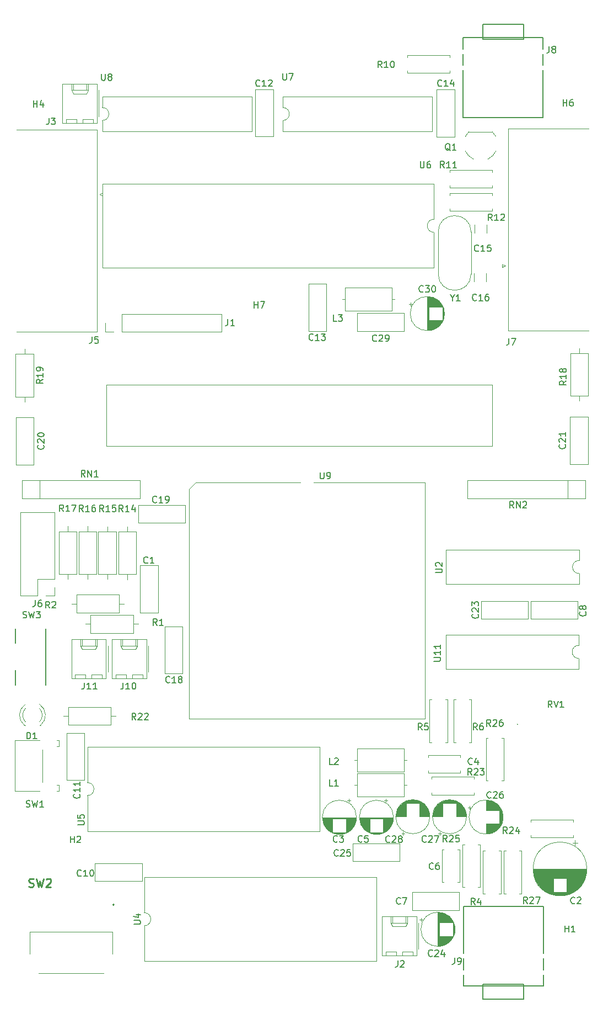
<source format=gbr>
%TF.GenerationSoftware,KiCad,Pcbnew,7.0.11-7.0.11~ubuntu22.04.1*%
%TF.CreationDate,2024-08-09T11:44:35-04:00*%
%TF.ProjectId,coleco_original,636f6c65-636f-45f6-9f72-6967696e616c,DEV*%
%TF.SameCoordinates,Original*%
%TF.FileFunction,Legend,Top*%
%TF.FilePolarity,Positive*%
%FSLAX46Y46*%
G04 Gerber Fmt 4.6, Leading zero omitted, Abs format (unit mm)*
G04 Created by KiCad (PCBNEW 7.0.11-7.0.11~ubuntu22.04.1) date 2024-08-09 11:44:35*
%MOMM*%
%LPD*%
G01*
G04 APERTURE LIST*
%ADD10C,0.150000*%
%ADD11C,0.254000*%
%ADD12C,0.120000*%
%ADD13C,0.152400*%
%ADD14C,0.100000*%
%ADD15C,0.200000*%
G04 APERTURE END LIST*
D10*
X135794809Y-83124828D02*
X135794809Y-83601019D01*
X135461476Y-82601019D02*
X135794809Y-83124828D01*
X135794809Y-83124828D02*
X136128142Y-82601019D01*
X136985285Y-83601019D02*
X136413857Y-83601019D01*
X136699571Y-83601019D02*
X136699571Y-82601019D01*
X136699571Y-82601019D02*
X136604333Y-82743876D01*
X136604333Y-82743876D02*
X136509095Y-82839114D01*
X136509095Y-82839114D02*
X136413857Y-82886733D01*
X139609533Y-149387019D02*
X139276200Y-148910828D01*
X139038105Y-149387019D02*
X139038105Y-148387019D01*
X139038105Y-148387019D02*
X139419057Y-148387019D01*
X139419057Y-148387019D02*
X139514295Y-148434638D01*
X139514295Y-148434638D02*
X139561914Y-148482257D01*
X139561914Y-148482257D02*
X139609533Y-148577495D01*
X139609533Y-148577495D02*
X139609533Y-148720352D01*
X139609533Y-148720352D02*
X139561914Y-148815590D01*
X139561914Y-148815590D02*
X139514295Y-148863209D01*
X139514295Y-148863209D02*
X139419057Y-148910828D01*
X139419057Y-148910828D02*
X139038105Y-148910828D01*
X140466676Y-148387019D02*
X140276200Y-148387019D01*
X140276200Y-148387019D02*
X140180962Y-148434638D01*
X140180962Y-148434638D02*
X140133343Y-148482257D01*
X140133343Y-148482257D02*
X140038105Y-148625114D01*
X140038105Y-148625114D02*
X139990486Y-148815590D01*
X139990486Y-148815590D02*
X139990486Y-149196542D01*
X139990486Y-149196542D02*
X140038105Y-149291780D01*
X140038105Y-149291780D02*
X140085724Y-149339400D01*
X140085724Y-149339400D02*
X140180962Y-149387019D01*
X140180962Y-149387019D02*
X140371438Y-149387019D01*
X140371438Y-149387019D02*
X140466676Y-149339400D01*
X140466676Y-149339400D02*
X140514295Y-149291780D01*
X140514295Y-149291780D02*
X140561914Y-149196542D01*
X140561914Y-149196542D02*
X140561914Y-148958447D01*
X140561914Y-148958447D02*
X140514295Y-148863209D01*
X140514295Y-148863209D02*
X140466676Y-148815590D01*
X140466676Y-148815590D02*
X140371438Y-148767971D01*
X140371438Y-148767971D02*
X140180962Y-148767971D01*
X140180962Y-148767971D02*
X140085724Y-148815590D01*
X140085724Y-148815590D02*
X140038105Y-148863209D01*
X140038105Y-148863209D02*
X139990486Y-148958447D01*
X138847533Y-154625780D02*
X138799914Y-154673400D01*
X138799914Y-154673400D02*
X138657057Y-154721019D01*
X138657057Y-154721019D02*
X138561819Y-154721019D01*
X138561819Y-154721019D02*
X138418962Y-154673400D01*
X138418962Y-154673400D02*
X138323724Y-154578161D01*
X138323724Y-154578161D02*
X138276105Y-154482923D01*
X138276105Y-154482923D02*
X138228486Y-154292447D01*
X138228486Y-154292447D02*
X138228486Y-154149590D01*
X138228486Y-154149590D02*
X138276105Y-153959114D01*
X138276105Y-153959114D02*
X138323724Y-153863876D01*
X138323724Y-153863876D02*
X138418962Y-153768638D01*
X138418962Y-153768638D02*
X138561819Y-153721019D01*
X138561819Y-153721019D02*
X138657057Y-153721019D01*
X138657057Y-153721019D02*
X138799914Y-153768638D01*
X138799914Y-153768638D02*
X138847533Y-153816257D01*
X139704676Y-154054352D02*
X139704676Y-154721019D01*
X139466581Y-153673400D02*
X139228486Y-154387685D01*
X139228486Y-154387685D02*
X139847533Y-154387685D01*
X152806495Y-53705219D02*
X152806495Y-52705219D01*
X152806495Y-53181409D02*
X153377923Y-53181409D01*
X153377923Y-53705219D02*
X153377923Y-52705219D01*
X154282685Y-52705219D02*
X154092209Y-52705219D01*
X154092209Y-52705219D02*
X153996971Y-52752838D01*
X153996971Y-52752838D02*
X153949352Y-52800457D01*
X153949352Y-52800457D02*
X153854114Y-52943314D01*
X153854114Y-52943314D02*
X153806495Y-53133790D01*
X153806495Y-53133790D02*
X153806495Y-53514742D01*
X153806495Y-53514742D02*
X153854114Y-53609980D01*
X153854114Y-53609980D02*
X153901733Y-53657600D01*
X153901733Y-53657600D02*
X153996971Y-53705219D01*
X153996971Y-53705219D02*
X154187447Y-53705219D01*
X154187447Y-53705219D02*
X154282685Y-53657600D01*
X154282685Y-53657600D02*
X154330304Y-53609980D01*
X154330304Y-53609980D02*
X154377923Y-53514742D01*
X154377923Y-53514742D02*
X154377923Y-53276647D01*
X154377923Y-53276647D02*
X154330304Y-53181409D01*
X154330304Y-53181409D02*
X154282685Y-53133790D01*
X154282685Y-53133790D02*
X154187447Y-53086171D01*
X154187447Y-53086171D02*
X153996971Y-53086171D01*
X153996971Y-53086171D02*
X153901733Y-53133790D01*
X153901733Y-53133790D02*
X153854114Y-53181409D01*
X153854114Y-53181409D02*
X153806495Y-53276647D01*
X130886295Y-62204819D02*
X130886295Y-63014342D01*
X130886295Y-63014342D02*
X130933914Y-63109580D01*
X130933914Y-63109580D02*
X130981533Y-63157200D01*
X130981533Y-63157200D02*
X131076771Y-63204819D01*
X131076771Y-63204819D02*
X131267247Y-63204819D01*
X131267247Y-63204819D02*
X131362485Y-63157200D01*
X131362485Y-63157200D02*
X131410104Y-63109580D01*
X131410104Y-63109580D02*
X131457723Y-63014342D01*
X131457723Y-63014342D02*
X131457723Y-62204819D01*
X132362485Y-62204819D02*
X132172009Y-62204819D01*
X132172009Y-62204819D02*
X132076771Y-62252438D01*
X132076771Y-62252438D02*
X132029152Y-62300057D01*
X132029152Y-62300057D02*
X131933914Y-62442914D01*
X131933914Y-62442914D02*
X131886295Y-62633390D01*
X131886295Y-62633390D02*
X131886295Y-63014342D01*
X131886295Y-63014342D02*
X131933914Y-63109580D01*
X131933914Y-63109580D02*
X131981533Y-63157200D01*
X131981533Y-63157200D02*
X132076771Y-63204819D01*
X132076771Y-63204819D02*
X132267247Y-63204819D01*
X132267247Y-63204819D02*
X132362485Y-63157200D01*
X132362485Y-63157200D02*
X132410104Y-63109580D01*
X132410104Y-63109580D02*
X132457723Y-63014342D01*
X132457723Y-63014342D02*
X132457723Y-62776247D01*
X132457723Y-62776247D02*
X132410104Y-62681009D01*
X132410104Y-62681009D02*
X132362485Y-62633390D01*
X132362485Y-62633390D02*
X132267247Y-62585771D01*
X132267247Y-62585771D02*
X132076771Y-62585771D01*
X132076771Y-62585771D02*
X131981533Y-62633390D01*
X131981533Y-62633390D02*
X131933914Y-62681009D01*
X131933914Y-62681009D02*
X131886295Y-62776247D01*
X73809266Y-55524619D02*
X73809266Y-56238904D01*
X73809266Y-56238904D02*
X73761647Y-56381761D01*
X73761647Y-56381761D02*
X73666409Y-56477000D01*
X73666409Y-56477000D02*
X73523552Y-56524619D01*
X73523552Y-56524619D02*
X73428314Y-56524619D01*
X74190219Y-55524619D02*
X74809266Y-55524619D01*
X74809266Y-55524619D02*
X74475933Y-55905571D01*
X74475933Y-55905571D02*
X74618790Y-55905571D01*
X74618790Y-55905571D02*
X74714028Y-55953190D01*
X74714028Y-55953190D02*
X74761647Y-56000809D01*
X74761647Y-56000809D02*
X74809266Y-56096047D01*
X74809266Y-56096047D02*
X74809266Y-56334142D01*
X74809266Y-56334142D02*
X74761647Y-56429380D01*
X74761647Y-56429380D02*
X74714028Y-56477000D01*
X74714028Y-56477000D02*
X74618790Y-56524619D01*
X74618790Y-56524619D02*
X74333076Y-56524619D01*
X74333076Y-56524619D02*
X74237838Y-56477000D01*
X74237838Y-56477000D02*
X74190219Y-56429380D01*
X80413266Y-89078019D02*
X80413266Y-89792304D01*
X80413266Y-89792304D02*
X80365647Y-89935161D01*
X80365647Y-89935161D02*
X80270409Y-90030400D01*
X80270409Y-90030400D02*
X80127552Y-90078019D01*
X80127552Y-90078019D02*
X80032314Y-90078019D01*
X81365647Y-89078019D02*
X80889457Y-89078019D01*
X80889457Y-89078019D02*
X80841838Y-89554209D01*
X80841838Y-89554209D02*
X80889457Y-89506590D01*
X80889457Y-89506590D02*
X80984695Y-89458971D01*
X80984695Y-89458971D02*
X81222790Y-89458971D01*
X81222790Y-89458971D02*
X81318028Y-89506590D01*
X81318028Y-89506590D02*
X81365647Y-89554209D01*
X81365647Y-89554209D02*
X81413266Y-89649447D01*
X81413266Y-89649447D02*
X81413266Y-89887542D01*
X81413266Y-89887542D02*
X81365647Y-89982780D01*
X81365647Y-89982780D02*
X81318028Y-90030400D01*
X81318028Y-90030400D02*
X81222790Y-90078019D01*
X81222790Y-90078019D02*
X80984695Y-90078019D01*
X80984695Y-90078019D02*
X80889457Y-90030400D01*
X80889457Y-90030400D02*
X80841838Y-89982780D01*
X72903419Y-95650857D02*
X72427228Y-95984190D01*
X72903419Y-96222285D02*
X71903419Y-96222285D01*
X71903419Y-96222285D02*
X71903419Y-95841333D01*
X71903419Y-95841333D02*
X71951038Y-95746095D01*
X71951038Y-95746095D02*
X71998657Y-95698476D01*
X71998657Y-95698476D02*
X72093895Y-95650857D01*
X72093895Y-95650857D02*
X72236752Y-95650857D01*
X72236752Y-95650857D02*
X72331990Y-95698476D01*
X72331990Y-95698476D02*
X72379609Y-95746095D01*
X72379609Y-95746095D02*
X72427228Y-95841333D01*
X72427228Y-95841333D02*
X72427228Y-96222285D01*
X72903419Y-94698476D02*
X72903419Y-95269904D01*
X72903419Y-94984190D02*
X71903419Y-94984190D01*
X71903419Y-94984190D02*
X72046276Y-95079428D01*
X72046276Y-95079428D02*
X72141514Y-95174666D01*
X72141514Y-95174666D02*
X72189133Y-95269904D01*
X72903419Y-94222285D02*
X72903419Y-94031809D01*
X72903419Y-94031809D02*
X72855800Y-93936571D01*
X72855800Y-93936571D02*
X72808180Y-93888952D01*
X72808180Y-93888952D02*
X72665323Y-93793714D01*
X72665323Y-93793714D02*
X72474847Y-93746095D01*
X72474847Y-93746095D02*
X72093895Y-93746095D01*
X72093895Y-93746095D02*
X71998657Y-93793714D01*
X71998657Y-93793714D02*
X71951038Y-93841333D01*
X71951038Y-93841333D02*
X71903419Y-93936571D01*
X71903419Y-93936571D02*
X71903419Y-94127047D01*
X71903419Y-94127047D02*
X71951038Y-94222285D01*
X71951038Y-94222285D02*
X71998657Y-94269904D01*
X71998657Y-94269904D02*
X72093895Y-94317523D01*
X72093895Y-94317523D02*
X72331990Y-94317523D01*
X72331990Y-94317523D02*
X72427228Y-94269904D01*
X72427228Y-94269904D02*
X72474847Y-94222285D01*
X72474847Y-94222285D02*
X72522466Y-94127047D01*
X72522466Y-94127047D02*
X72522466Y-93936571D01*
X72522466Y-93936571D02*
X72474847Y-93841333D01*
X72474847Y-93841333D02*
X72427228Y-93793714D01*
X72427228Y-93793714D02*
X72331990Y-93746095D01*
X118121133Y-166512980D02*
X118073514Y-166560600D01*
X118073514Y-166560600D02*
X117930657Y-166608219D01*
X117930657Y-166608219D02*
X117835419Y-166608219D01*
X117835419Y-166608219D02*
X117692562Y-166560600D01*
X117692562Y-166560600D02*
X117597324Y-166465361D01*
X117597324Y-166465361D02*
X117549705Y-166370123D01*
X117549705Y-166370123D02*
X117502086Y-166179647D01*
X117502086Y-166179647D02*
X117502086Y-166036790D01*
X117502086Y-166036790D02*
X117549705Y-165846314D01*
X117549705Y-165846314D02*
X117597324Y-165751076D01*
X117597324Y-165751076D02*
X117692562Y-165655838D01*
X117692562Y-165655838D02*
X117835419Y-165608219D01*
X117835419Y-165608219D02*
X117930657Y-165608219D01*
X117930657Y-165608219D02*
X118073514Y-165655838D01*
X118073514Y-165655838D02*
X118121133Y-165703457D01*
X118454467Y-165608219D02*
X119073514Y-165608219D01*
X119073514Y-165608219D02*
X118740181Y-165989171D01*
X118740181Y-165989171D02*
X118883038Y-165989171D01*
X118883038Y-165989171D02*
X118978276Y-166036790D01*
X118978276Y-166036790D02*
X119025895Y-166084409D01*
X119025895Y-166084409D02*
X119073514Y-166179647D01*
X119073514Y-166179647D02*
X119073514Y-166417742D01*
X119073514Y-166417742D02*
X119025895Y-166512980D01*
X119025895Y-166512980D02*
X118978276Y-166560600D01*
X118978276Y-166560600D02*
X118883038Y-166608219D01*
X118883038Y-166608219D02*
X118597324Y-166608219D01*
X118597324Y-166608219D02*
X118502086Y-166560600D01*
X118502086Y-166560600D02*
X118454467Y-166512980D01*
X126179342Y-166563780D02*
X126131723Y-166611400D01*
X126131723Y-166611400D02*
X125988866Y-166659019D01*
X125988866Y-166659019D02*
X125893628Y-166659019D01*
X125893628Y-166659019D02*
X125750771Y-166611400D01*
X125750771Y-166611400D02*
X125655533Y-166516161D01*
X125655533Y-166516161D02*
X125607914Y-166420923D01*
X125607914Y-166420923D02*
X125560295Y-166230447D01*
X125560295Y-166230447D02*
X125560295Y-166087590D01*
X125560295Y-166087590D02*
X125607914Y-165897114D01*
X125607914Y-165897114D02*
X125655533Y-165801876D01*
X125655533Y-165801876D02*
X125750771Y-165706638D01*
X125750771Y-165706638D02*
X125893628Y-165659019D01*
X125893628Y-165659019D02*
X125988866Y-165659019D01*
X125988866Y-165659019D02*
X126131723Y-165706638D01*
X126131723Y-165706638D02*
X126179342Y-165754257D01*
X126560295Y-165754257D02*
X126607914Y-165706638D01*
X126607914Y-165706638D02*
X126703152Y-165659019D01*
X126703152Y-165659019D02*
X126941247Y-165659019D01*
X126941247Y-165659019D02*
X127036485Y-165706638D01*
X127036485Y-165706638D02*
X127084104Y-165754257D01*
X127084104Y-165754257D02*
X127131723Y-165849495D01*
X127131723Y-165849495D02*
X127131723Y-165944733D01*
X127131723Y-165944733D02*
X127084104Y-166087590D01*
X127084104Y-166087590D02*
X126512676Y-166659019D01*
X126512676Y-166659019D02*
X127131723Y-166659019D01*
X127703152Y-166087590D02*
X127607914Y-166039971D01*
X127607914Y-166039971D02*
X127560295Y-165992352D01*
X127560295Y-165992352D02*
X127512676Y-165897114D01*
X127512676Y-165897114D02*
X127512676Y-165849495D01*
X127512676Y-165849495D02*
X127560295Y-165754257D01*
X127560295Y-165754257D02*
X127607914Y-165706638D01*
X127607914Y-165706638D02*
X127703152Y-165659019D01*
X127703152Y-165659019D02*
X127893628Y-165659019D01*
X127893628Y-165659019D02*
X127988866Y-165706638D01*
X127988866Y-165706638D02*
X128036485Y-165754257D01*
X128036485Y-165754257D02*
X128084104Y-165849495D01*
X128084104Y-165849495D02*
X128084104Y-165897114D01*
X128084104Y-165897114D02*
X128036485Y-165992352D01*
X128036485Y-165992352D02*
X127988866Y-166039971D01*
X127988866Y-166039971D02*
X127893628Y-166087590D01*
X127893628Y-166087590D02*
X127703152Y-166087590D01*
X127703152Y-166087590D02*
X127607914Y-166135209D01*
X127607914Y-166135209D02*
X127560295Y-166182828D01*
X127560295Y-166182828D02*
X127512676Y-166278066D01*
X127512676Y-166278066D02*
X127512676Y-166468542D01*
X127512676Y-166468542D02*
X127560295Y-166563780D01*
X127560295Y-166563780D02*
X127607914Y-166611400D01*
X127607914Y-166611400D02*
X127703152Y-166659019D01*
X127703152Y-166659019D02*
X127893628Y-166659019D01*
X127893628Y-166659019D02*
X127988866Y-166611400D01*
X127988866Y-166611400D02*
X128036485Y-166563780D01*
X128036485Y-166563780D02*
X128084104Y-166468542D01*
X128084104Y-166468542D02*
X128084104Y-166278066D01*
X128084104Y-166278066D02*
X128036485Y-166182828D01*
X128036485Y-166182828D02*
X127988866Y-166135209D01*
X127988866Y-166135209D02*
X127893628Y-166087590D01*
X85209142Y-115909819D02*
X84875809Y-115433628D01*
X84637714Y-115909819D02*
X84637714Y-114909819D01*
X84637714Y-114909819D02*
X85018666Y-114909819D01*
X85018666Y-114909819D02*
X85113904Y-114957438D01*
X85113904Y-114957438D02*
X85161523Y-115005057D01*
X85161523Y-115005057D02*
X85209142Y-115100295D01*
X85209142Y-115100295D02*
X85209142Y-115243152D01*
X85209142Y-115243152D02*
X85161523Y-115338390D01*
X85161523Y-115338390D02*
X85113904Y-115386009D01*
X85113904Y-115386009D02*
X85018666Y-115433628D01*
X85018666Y-115433628D02*
X84637714Y-115433628D01*
X86161523Y-115909819D02*
X85590095Y-115909819D01*
X85875809Y-115909819D02*
X85875809Y-114909819D01*
X85875809Y-114909819D02*
X85780571Y-115052676D01*
X85780571Y-115052676D02*
X85685333Y-115147914D01*
X85685333Y-115147914D02*
X85590095Y-115195533D01*
X87018666Y-115243152D02*
X87018666Y-115909819D01*
X86780571Y-114862200D02*
X86542476Y-115576485D01*
X86542476Y-115576485D02*
X87161523Y-115576485D01*
X87164942Y-147837619D02*
X86831609Y-147361428D01*
X86593514Y-147837619D02*
X86593514Y-146837619D01*
X86593514Y-146837619D02*
X86974466Y-146837619D01*
X86974466Y-146837619D02*
X87069704Y-146885238D01*
X87069704Y-146885238D02*
X87117323Y-146932857D01*
X87117323Y-146932857D02*
X87164942Y-147028095D01*
X87164942Y-147028095D02*
X87164942Y-147170952D01*
X87164942Y-147170952D02*
X87117323Y-147266190D01*
X87117323Y-147266190D02*
X87069704Y-147313809D01*
X87069704Y-147313809D02*
X86974466Y-147361428D01*
X86974466Y-147361428D02*
X86593514Y-147361428D01*
X87545895Y-146932857D02*
X87593514Y-146885238D01*
X87593514Y-146885238D02*
X87688752Y-146837619D01*
X87688752Y-146837619D02*
X87926847Y-146837619D01*
X87926847Y-146837619D02*
X88022085Y-146885238D01*
X88022085Y-146885238D02*
X88069704Y-146932857D01*
X88069704Y-146932857D02*
X88117323Y-147028095D01*
X88117323Y-147028095D02*
X88117323Y-147123333D01*
X88117323Y-147123333D02*
X88069704Y-147266190D01*
X88069704Y-147266190D02*
X87498276Y-147837619D01*
X87498276Y-147837619D02*
X88117323Y-147837619D01*
X88498276Y-146932857D02*
X88545895Y-146885238D01*
X88545895Y-146885238D02*
X88641133Y-146837619D01*
X88641133Y-146837619D02*
X88879228Y-146837619D01*
X88879228Y-146837619D02*
X88974466Y-146885238D01*
X88974466Y-146885238D02*
X89022085Y-146932857D01*
X89022085Y-146932857D02*
X89069704Y-147028095D01*
X89069704Y-147028095D02*
X89069704Y-147123333D01*
X89069704Y-147123333D02*
X89022085Y-147266190D01*
X89022085Y-147266190D02*
X88450657Y-147837619D01*
X88450657Y-147837619D02*
X89069704Y-147837619D01*
X79370323Y-110563419D02*
X79036990Y-110087228D01*
X78798895Y-110563419D02*
X78798895Y-109563419D01*
X78798895Y-109563419D02*
X79179847Y-109563419D01*
X79179847Y-109563419D02*
X79275085Y-109611038D01*
X79275085Y-109611038D02*
X79322704Y-109658657D01*
X79322704Y-109658657D02*
X79370323Y-109753895D01*
X79370323Y-109753895D02*
X79370323Y-109896752D01*
X79370323Y-109896752D02*
X79322704Y-109991990D01*
X79322704Y-109991990D02*
X79275085Y-110039609D01*
X79275085Y-110039609D02*
X79179847Y-110087228D01*
X79179847Y-110087228D02*
X78798895Y-110087228D01*
X79798895Y-110563419D02*
X79798895Y-109563419D01*
X79798895Y-109563419D02*
X80370323Y-110563419D01*
X80370323Y-110563419D02*
X80370323Y-109563419D01*
X81370323Y-110563419D02*
X80798895Y-110563419D01*
X81084609Y-110563419D02*
X81084609Y-109563419D01*
X81084609Y-109563419D02*
X80989371Y-109706276D01*
X80989371Y-109706276D02*
X80894133Y-109801514D01*
X80894133Y-109801514D02*
X80798895Y-109849133D01*
X118019533Y-86699819D02*
X117543343Y-86699819D01*
X117543343Y-86699819D02*
X117543343Y-85699819D01*
X118257629Y-85699819D02*
X118876676Y-85699819D01*
X118876676Y-85699819D02*
X118543343Y-86080771D01*
X118543343Y-86080771D02*
X118686200Y-86080771D01*
X118686200Y-86080771D02*
X118781438Y-86128390D01*
X118781438Y-86128390D02*
X118829057Y-86176009D01*
X118829057Y-86176009D02*
X118876676Y-86271247D01*
X118876676Y-86271247D02*
X118876676Y-86509342D01*
X118876676Y-86509342D02*
X118829057Y-86604580D01*
X118829057Y-86604580D02*
X118781438Y-86652200D01*
X118781438Y-86652200D02*
X118686200Y-86699819D01*
X118686200Y-86699819D02*
X118400486Y-86699819D01*
X118400486Y-86699819D02*
X118305248Y-86652200D01*
X118305248Y-86652200D02*
X118257629Y-86604580D01*
X132732542Y-184038980D02*
X132684923Y-184086600D01*
X132684923Y-184086600D02*
X132542066Y-184134219D01*
X132542066Y-184134219D02*
X132446828Y-184134219D01*
X132446828Y-184134219D02*
X132303971Y-184086600D01*
X132303971Y-184086600D02*
X132208733Y-183991361D01*
X132208733Y-183991361D02*
X132161114Y-183896123D01*
X132161114Y-183896123D02*
X132113495Y-183705647D01*
X132113495Y-183705647D02*
X132113495Y-183562790D01*
X132113495Y-183562790D02*
X132161114Y-183372314D01*
X132161114Y-183372314D02*
X132208733Y-183277076D01*
X132208733Y-183277076D02*
X132303971Y-183181838D01*
X132303971Y-183181838D02*
X132446828Y-183134219D01*
X132446828Y-183134219D02*
X132542066Y-183134219D01*
X132542066Y-183134219D02*
X132684923Y-183181838D01*
X132684923Y-183181838D02*
X132732542Y-183229457D01*
X133113495Y-183229457D02*
X133161114Y-183181838D01*
X133161114Y-183181838D02*
X133256352Y-183134219D01*
X133256352Y-183134219D02*
X133494447Y-183134219D01*
X133494447Y-183134219D02*
X133589685Y-183181838D01*
X133589685Y-183181838D02*
X133637304Y-183229457D01*
X133637304Y-183229457D02*
X133684923Y-183324695D01*
X133684923Y-183324695D02*
X133684923Y-183419933D01*
X133684923Y-183419933D02*
X133637304Y-183562790D01*
X133637304Y-183562790D02*
X133065876Y-184134219D01*
X133065876Y-184134219D02*
X133684923Y-184134219D01*
X134542066Y-183467552D02*
X134542066Y-184134219D01*
X134303971Y-183086600D02*
X134065876Y-183800885D01*
X134065876Y-183800885D02*
X134684923Y-183800885D01*
X77139895Y-166684419D02*
X77139895Y-165684419D01*
X77139895Y-166160609D02*
X77711323Y-166160609D01*
X77711323Y-166684419D02*
X77711323Y-165684419D01*
X78139895Y-165779657D02*
X78187514Y-165732038D01*
X78187514Y-165732038D02*
X78282752Y-165684419D01*
X78282752Y-165684419D02*
X78520847Y-165684419D01*
X78520847Y-165684419D02*
X78616085Y-165732038D01*
X78616085Y-165732038D02*
X78663704Y-165779657D01*
X78663704Y-165779657D02*
X78711323Y-165874895D01*
X78711323Y-165874895D02*
X78711323Y-165970133D01*
X78711323Y-165970133D02*
X78663704Y-166112990D01*
X78663704Y-166112990D02*
X78092276Y-166684419D01*
X78092276Y-166684419D02*
X78711323Y-166684419D01*
X138777742Y-156295819D02*
X138444409Y-155819628D01*
X138206314Y-156295819D02*
X138206314Y-155295819D01*
X138206314Y-155295819D02*
X138587266Y-155295819D01*
X138587266Y-155295819D02*
X138682504Y-155343438D01*
X138682504Y-155343438D02*
X138730123Y-155391057D01*
X138730123Y-155391057D02*
X138777742Y-155486295D01*
X138777742Y-155486295D02*
X138777742Y-155629152D01*
X138777742Y-155629152D02*
X138730123Y-155724390D01*
X138730123Y-155724390D02*
X138682504Y-155772009D01*
X138682504Y-155772009D02*
X138587266Y-155819628D01*
X138587266Y-155819628D02*
X138206314Y-155819628D01*
X139158695Y-155391057D02*
X139206314Y-155343438D01*
X139206314Y-155343438D02*
X139301552Y-155295819D01*
X139301552Y-155295819D02*
X139539647Y-155295819D01*
X139539647Y-155295819D02*
X139634885Y-155343438D01*
X139634885Y-155343438D02*
X139682504Y-155391057D01*
X139682504Y-155391057D02*
X139730123Y-155486295D01*
X139730123Y-155486295D02*
X139730123Y-155581533D01*
X139730123Y-155581533D02*
X139682504Y-155724390D01*
X139682504Y-155724390D02*
X139111076Y-156295819D01*
X139111076Y-156295819D02*
X139730123Y-156295819D01*
X140063457Y-155295819D02*
X140682504Y-155295819D01*
X140682504Y-155295819D02*
X140349171Y-155676771D01*
X140349171Y-155676771D02*
X140492028Y-155676771D01*
X140492028Y-155676771D02*
X140587266Y-155724390D01*
X140587266Y-155724390D02*
X140634885Y-155772009D01*
X140634885Y-155772009D02*
X140682504Y-155867247D01*
X140682504Y-155867247D02*
X140682504Y-156105342D01*
X140682504Y-156105342D02*
X140634885Y-156200580D01*
X140634885Y-156200580D02*
X140587266Y-156248200D01*
X140587266Y-156248200D02*
X140492028Y-156295819D01*
X140492028Y-156295819D02*
X140206314Y-156295819D01*
X140206314Y-156295819D02*
X140111076Y-156248200D01*
X140111076Y-156248200D02*
X140063457Y-156200580D01*
X86881619Y-179188504D02*
X87691142Y-179188504D01*
X87691142Y-179188504D02*
X87786380Y-179140885D01*
X87786380Y-179140885D02*
X87834000Y-179093266D01*
X87834000Y-179093266D02*
X87881619Y-178998028D01*
X87881619Y-178998028D02*
X87881619Y-178807552D01*
X87881619Y-178807552D02*
X87834000Y-178712314D01*
X87834000Y-178712314D02*
X87786380Y-178664695D01*
X87786380Y-178664695D02*
X87691142Y-178617076D01*
X87691142Y-178617076D02*
X86881619Y-178617076D01*
X87214952Y-177712314D02*
X87881619Y-177712314D01*
X86834000Y-177950409D02*
X87548285Y-178188504D01*
X87548285Y-178188504D02*
X87548285Y-177569457D01*
X117409933Y-157972219D02*
X116933743Y-157972219D01*
X116933743Y-157972219D02*
X116933743Y-156972219D01*
X118267076Y-157972219D02*
X117695648Y-157972219D01*
X117981362Y-157972219D02*
X117981362Y-156972219D01*
X117981362Y-156972219D02*
X117886124Y-157115076D01*
X117886124Y-157115076D02*
X117790886Y-157210314D01*
X117790886Y-157210314D02*
X117695648Y-157257933D01*
X109753495Y-48717419D02*
X109753495Y-49526942D01*
X109753495Y-49526942D02*
X109801114Y-49622180D01*
X109801114Y-49622180D02*
X109848733Y-49669800D01*
X109848733Y-49669800D02*
X109943971Y-49717419D01*
X109943971Y-49717419D02*
X110134447Y-49717419D01*
X110134447Y-49717419D02*
X110229685Y-49669800D01*
X110229685Y-49669800D02*
X110277304Y-49622180D01*
X110277304Y-49622180D02*
X110324923Y-49526942D01*
X110324923Y-49526942D02*
X110324923Y-48717419D01*
X110705876Y-48717419D02*
X111372542Y-48717419D01*
X111372542Y-48717419D02*
X110943971Y-49717419D01*
X150665866Y-44548016D02*
X150665866Y-45262301D01*
X150665866Y-45262301D02*
X150618247Y-45405158D01*
X150618247Y-45405158D02*
X150523009Y-45500397D01*
X150523009Y-45500397D02*
X150380152Y-45548016D01*
X150380152Y-45548016D02*
X150284914Y-45548016D01*
X151284914Y-44976587D02*
X151189676Y-44928968D01*
X151189676Y-44928968D02*
X151142057Y-44881349D01*
X151142057Y-44881349D02*
X151094438Y-44786111D01*
X151094438Y-44786111D02*
X151094438Y-44738492D01*
X151094438Y-44738492D02*
X151142057Y-44643254D01*
X151142057Y-44643254D02*
X151189676Y-44595635D01*
X151189676Y-44595635D02*
X151284914Y-44548016D01*
X151284914Y-44548016D02*
X151475390Y-44548016D01*
X151475390Y-44548016D02*
X151570628Y-44595635D01*
X151570628Y-44595635D02*
X151618247Y-44643254D01*
X151618247Y-44643254D02*
X151665866Y-44738492D01*
X151665866Y-44738492D02*
X151665866Y-44786111D01*
X151665866Y-44786111D02*
X151618247Y-44881349D01*
X151618247Y-44881349D02*
X151570628Y-44928968D01*
X151570628Y-44928968D02*
X151475390Y-44976587D01*
X151475390Y-44976587D02*
X151284914Y-44976587D01*
X151284914Y-44976587D02*
X151189676Y-45024206D01*
X151189676Y-45024206D02*
X151142057Y-45071825D01*
X151142057Y-45071825D02*
X151094438Y-45167063D01*
X151094438Y-45167063D02*
X151094438Y-45357539D01*
X151094438Y-45357539D02*
X151142057Y-45452777D01*
X151142057Y-45452777D02*
X151189676Y-45500397D01*
X151189676Y-45500397D02*
X151284914Y-45548016D01*
X151284914Y-45548016D02*
X151475390Y-45548016D01*
X151475390Y-45548016D02*
X151570628Y-45500397D01*
X151570628Y-45500397D02*
X151618247Y-45452777D01*
X151618247Y-45452777D02*
X151665866Y-45357539D01*
X151665866Y-45357539D02*
X151665866Y-45167063D01*
X151665866Y-45167063D02*
X151618247Y-45071825D01*
X151618247Y-45071825D02*
X151570628Y-45024206D01*
X151570628Y-45024206D02*
X151475390Y-44976587D01*
X79251276Y-142138619D02*
X79251276Y-142852904D01*
X79251276Y-142852904D02*
X79203657Y-142995761D01*
X79203657Y-142995761D02*
X79108419Y-143091000D01*
X79108419Y-143091000D02*
X78965562Y-143138619D01*
X78965562Y-143138619D02*
X78870324Y-143138619D01*
X80251276Y-143138619D02*
X79679848Y-143138619D01*
X79965562Y-143138619D02*
X79965562Y-142138619D01*
X79965562Y-142138619D02*
X79870324Y-142281476D01*
X79870324Y-142281476D02*
X79775086Y-142376714D01*
X79775086Y-142376714D02*
X79679848Y-142424333D01*
X81203657Y-143138619D02*
X80632229Y-143138619D01*
X80917943Y-143138619D02*
X80917943Y-142138619D01*
X80917943Y-142138619D02*
X80822705Y-142281476D01*
X80822705Y-142281476D02*
X80727467Y-142376714D01*
X80727467Y-142376714D02*
X80632229Y-142424333D01*
X78782942Y-171745380D02*
X78735323Y-171793000D01*
X78735323Y-171793000D02*
X78592466Y-171840619D01*
X78592466Y-171840619D02*
X78497228Y-171840619D01*
X78497228Y-171840619D02*
X78354371Y-171793000D01*
X78354371Y-171793000D02*
X78259133Y-171697761D01*
X78259133Y-171697761D02*
X78211514Y-171602523D01*
X78211514Y-171602523D02*
X78163895Y-171412047D01*
X78163895Y-171412047D02*
X78163895Y-171269190D01*
X78163895Y-171269190D02*
X78211514Y-171078714D01*
X78211514Y-171078714D02*
X78259133Y-170983476D01*
X78259133Y-170983476D02*
X78354371Y-170888238D01*
X78354371Y-170888238D02*
X78497228Y-170840619D01*
X78497228Y-170840619D02*
X78592466Y-170840619D01*
X78592466Y-170840619D02*
X78735323Y-170888238D01*
X78735323Y-170888238D02*
X78782942Y-170935857D01*
X79735323Y-171840619D02*
X79163895Y-171840619D01*
X79449609Y-171840619D02*
X79449609Y-170840619D01*
X79449609Y-170840619D02*
X79354371Y-170983476D01*
X79354371Y-170983476D02*
X79259133Y-171078714D01*
X79259133Y-171078714D02*
X79163895Y-171126333D01*
X80354371Y-170840619D02*
X80449609Y-170840619D01*
X80449609Y-170840619D02*
X80544847Y-170888238D01*
X80544847Y-170888238D02*
X80592466Y-170935857D01*
X80592466Y-170935857D02*
X80640085Y-171031095D01*
X80640085Y-171031095D02*
X80687704Y-171221571D01*
X80687704Y-171221571D02*
X80687704Y-171459666D01*
X80687704Y-171459666D02*
X80640085Y-171650142D01*
X80640085Y-171650142D02*
X80592466Y-171745380D01*
X80592466Y-171745380D02*
X80544847Y-171793000D01*
X80544847Y-171793000D02*
X80449609Y-171840619D01*
X80449609Y-171840619D02*
X80354371Y-171840619D01*
X80354371Y-171840619D02*
X80259133Y-171793000D01*
X80259133Y-171793000D02*
X80211514Y-171745380D01*
X80211514Y-171745380D02*
X80163895Y-171650142D01*
X80163895Y-171650142D02*
X80116276Y-171459666D01*
X80116276Y-171459666D02*
X80116276Y-171221571D01*
X80116276Y-171221571D02*
X80163895Y-171031095D01*
X80163895Y-171031095D02*
X80211514Y-170935857D01*
X80211514Y-170935857D02*
X80259133Y-170888238D01*
X80259133Y-170888238D02*
X80354371Y-170840619D01*
X72988980Y-105723857D02*
X73036600Y-105771476D01*
X73036600Y-105771476D02*
X73084219Y-105914333D01*
X73084219Y-105914333D02*
X73084219Y-106009571D01*
X73084219Y-106009571D02*
X73036600Y-106152428D01*
X73036600Y-106152428D02*
X72941361Y-106247666D01*
X72941361Y-106247666D02*
X72846123Y-106295285D01*
X72846123Y-106295285D02*
X72655647Y-106342904D01*
X72655647Y-106342904D02*
X72512790Y-106342904D01*
X72512790Y-106342904D02*
X72322314Y-106295285D01*
X72322314Y-106295285D02*
X72227076Y-106247666D01*
X72227076Y-106247666D02*
X72131838Y-106152428D01*
X72131838Y-106152428D02*
X72084219Y-106009571D01*
X72084219Y-106009571D02*
X72084219Y-105914333D01*
X72084219Y-105914333D02*
X72131838Y-105771476D01*
X72131838Y-105771476D02*
X72179457Y-105723857D01*
X72179457Y-105342904D02*
X72131838Y-105295285D01*
X72131838Y-105295285D02*
X72084219Y-105200047D01*
X72084219Y-105200047D02*
X72084219Y-104961952D01*
X72084219Y-104961952D02*
X72131838Y-104866714D01*
X72131838Y-104866714D02*
X72179457Y-104819095D01*
X72179457Y-104819095D02*
X72274695Y-104771476D01*
X72274695Y-104771476D02*
X72369933Y-104771476D01*
X72369933Y-104771476D02*
X72512790Y-104819095D01*
X72512790Y-104819095D02*
X73084219Y-105390523D01*
X73084219Y-105390523D02*
X73084219Y-104771476D01*
X72084219Y-104152428D02*
X72084219Y-104057190D01*
X72084219Y-104057190D02*
X72131838Y-103961952D01*
X72131838Y-103961952D02*
X72179457Y-103914333D01*
X72179457Y-103914333D02*
X72274695Y-103866714D01*
X72274695Y-103866714D02*
X72465171Y-103819095D01*
X72465171Y-103819095D02*
X72703266Y-103819095D01*
X72703266Y-103819095D02*
X72893742Y-103866714D01*
X72893742Y-103866714D02*
X72988980Y-103914333D01*
X72988980Y-103914333D02*
X73036600Y-103961952D01*
X73036600Y-103961952D02*
X73084219Y-104057190D01*
X73084219Y-104057190D02*
X73084219Y-104152428D01*
X73084219Y-104152428D02*
X73036600Y-104247666D01*
X73036600Y-104247666D02*
X72988980Y-104295285D01*
X72988980Y-104295285D02*
X72893742Y-104342904D01*
X72893742Y-104342904D02*
X72703266Y-104390523D01*
X72703266Y-104390523D02*
X72465171Y-104390523D01*
X72465171Y-104390523D02*
X72274695Y-104342904D01*
X72274695Y-104342904D02*
X72179457Y-104295285D01*
X72179457Y-104295285D02*
X72131838Y-104247666D01*
X72131838Y-104247666D02*
X72084219Y-104152428D01*
X151093561Y-145932619D02*
X150760228Y-145456428D01*
X150522133Y-145932619D02*
X150522133Y-144932619D01*
X150522133Y-144932619D02*
X150903085Y-144932619D01*
X150903085Y-144932619D02*
X150998323Y-144980238D01*
X150998323Y-144980238D02*
X151045942Y-145027857D01*
X151045942Y-145027857D02*
X151093561Y-145123095D01*
X151093561Y-145123095D02*
X151093561Y-145265952D01*
X151093561Y-145265952D02*
X151045942Y-145361190D01*
X151045942Y-145361190D02*
X150998323Y-145408809D01*
X150998323Y-145408809D02*
X150903085Y-145456428D01*
X150903085Y-145456428D02*
X150522133Y-145456428D01*
X151379276Y-144932619D02*
X151712609Y-145932619D01*
X151712609Y-145932619D02*
X152045942Y-144932619D01*
X152903085Y-145932619D02*
X152331657Y-145932619D01*
X152617371Y-145932619D02*
X152617371Y-144932619D01*
X152617371Y-144932619D02*
X152522133Y-145075476D01*
X152522133Y-145075476D02*
X152426895Y-145170714D01*
X152426895Y-145170714D02*
X152331657Y-145218333D01*
X136140866Y-184353419D02*
X136140866Y-185067704D01*
X136140866Y-185067704D02*
X136093247Y-185210561D01*
X136093247Y-185210561D02*
X135998009Y-185305800D01*
X135998009Y-185305800D02*
X135855152Y-185353419D01*
X135855152Y-185353419D02*
X135759914Y-185353419D01*
X136664676Y-185353419D02*
X136855152Y-185353419D01*
X136855152Y-185353419D02*
X136950390Y-185305800D01*
X136950390Y-185305800D02*
X136998009Y-185258180D01*
X136998009Y-185258180D02*
X137093247Y-185115323D01*
X137093247Y-185115323D02*
X137140866Y-184924847D01*
X137140866Y-184924847D02*
X137140866Y-184543895D01*
X137140866Y-184543895D02*
X137093247Y-184448657D01*
X137093247Y-184448657D02*
X137045628Y-184401038D01*
X137045628Y-184401038D02*
X136950390Y-184353419D01*
X136950390Y-184353419D02*
X136759914Y-184353419D01*
X136759914Y-184353419D02*
X136664676Y-184401038D01*
X136664676Y-184401038D02*
X136617057Y-184448657D01*
X136617057Y-184448657D02*
X136569438Y-184543895D01*
X136569438Y-184543895D02*
X136569438Y-184781990D01*
X136569438Y-184781990D02*
X136617057Y-184877228D01*
X136617057Y-184877228D02*
X136664676Y-184924847D01*
X136664676Y-184924847D02*
X136759914Y-184972466D01*
X136759914Y-184972466D02*
X136950390Y-184972466D01*
X136950390Y-184972466D02*
X137045628Y-184924847D01*
X137045628Y-184924847D02*
X137093247Y-184877228D01*
X137093247Y-184877228D02*
X137140866Y-184781990D01*
X124960142Y-47812419D02*
X124626809Y-47336228D01*
X124388714Y-47812419D02*
X124388714Y-46812419D01*
X124388714Y-46812419D02*
X124769666Y-46812419D01*
X124769666Y-46812419D02*
X124864904Y-46860038D01*
X124864904Y-46860038D02*
X124912523Y-46907657D01*
X124912523Y-46907657D02*
X124960142Y-47002895D01*
X124960142Y-47002895D02*
X124960142Y-47145752D01*
X124960142Y-47145752D02*
X124912523Y-47240990D01*
X124912523Y-47240990D02*
X124864904Y-47288609D01*
X124864904Y-47288609D02*
X124769666Y-47336228D01*
X124769666Y-47336228D02*
X124388714Y-47336228D01*
X125912523Y-47812419D02*
X125341095Y-47812419D01*
X125626809Y-47812419D02*
X125626809Y-46812419D01*
X125626809Y-46812419D02*
X125531571Y-46955276D01*
X125531571Y-46955276D02*
X125436333Y-47050514D01*
X125436333Y-47050514D02*
X125341095Y-47098133D01*
X126531571Y-46812419D02*
X126626809Y-46812419D01*
X126626809Y-46812419D02*
X126722047Y-46860038D01*
X126722047Y-46860038D02*
X126769666Y-46907657D01*
X126769666Y-46907657D02*
X126817285Y-47002895D01*
X126817285Y-47002895D02*
X126864904Y-47193371D01*
X126864904Y-47193371D02*
X126864904Y-47431466D01*
X126864904Y-47431466D02*
X126817285Y-47621942D01*
X126817285Y-47621942D02*
X126769666Y-47717180D01*
X126769666Y-47717180D02*
X126722047Y-47764800D01*
X126722047Y-47764800D02*
X126626809Y-47812419D01*
X126626809Y-47812419D02*
X126531571Y-47812419D01*
X126531571Y-47812419D02*
X126436333Y-47764800D01*
X126436333Y-47764800D02*
X126388714Y-47717180D01*
X126388714Y-47717180D02*
X126341095Y-47621942D01*
X126341095Y-47621942D02*
X126293476Y-47431466D01*
X126293476Y-47431466D02*
X126293476Y-47193371D01*
X126293476Y-47193371D02*
X126341095Y-47002895D01*
X126341095Y-47002895D02*
X126388714Y-46907657D01*
X126388714Y-46907657D02*
X126436333Y-46860038D01*
X126436333Y-46860038D02*
X126531571Y-46812419D01*
X79082742Y-115904819D02*
X78749409Y-115428628D01*
X78511314Y-115904819D02*
X78511314Y-114904819D01*
X78511314Y-114904819D02*
X78892266Y-114904819D01*
X78892266Y-114904819D02*
X78987504Y-114952438D01*
X78987504Y-114952438D02*
X79035123Y-115000057D01*
X79035123Y-115000057D02*
X79082742Y-115095295D01*
X79082742Y-115095295D02*
X79082742Y-115238152D01*
X79082742Y-115238152D02*
X79035123Y-115333390D01*
X79035123Y-115333390D02*
X78987504Y-115381009D01*
X78987504Y-115381009D02*
X78892266Y-115428628D01*
X78892266Y-115428628D02*
X78511314Y-115428628D01*
X80035123Y-115904819D02*
X79463695Y-115904819D01*
X79749409Y-115904819D02*
X79749409Y-114904819D01*
X79749409Y-114904819D02*
X79654171Y-115047676D01*
X79654171Y-115047676D02*
X79558933Y-115142914D01*
X79558933Y-115142914D02*
X79463695Y-115190533D01*
X80892266Y-114904819D02*
X80701790Y-114904819D01*
X80701790Y-114904819D02*
X80606552Y-114952438D01*
X80606552Y-114952438D02*
X80558933Y-115000057D01*
X80558933Y-115000057D02*
X80463695Y-115142914D01*
X80463695Y-115142914D02*
X80416076Y-115333390D01*
X80416076Y-115333390D02*
X80416076Y-115714342D01*
X80416076Y-115714342D02*
X80463695Y-115809580D01*
X80463695Y-115809580D02*
X80511314Y-115857200D01*
X80511314Y-115857200D02*
X80606552Y-115904819D01*
X80606552Y-115904819D02*
X80797028Y-115904819D01*
X80797028Y-115904819D02*
X80892266Y-115857200D01*
X80892266Y-115857200D02*
X80939885Y-115809580D01*
X80939885Y-115809580D02*
X80987504Y-115714342D01*
X80987504Y-115714342D02*
X80987504Y-115476247D01*
X80987504Y-115476247D02*
X80939885Y-115381009D01*
X80939885Y-115381009D02*
X80892266Y-115333390D01*
X80892266Y-115333390D02*
X80797028Y-115285771D01*
X80797028Y-115285771D02*
X80606552Y-115285771D01*
X80606552Y-115285771D02*
X80511314Y-115333390D01*
X80511314Y-115333390D02*
X80463695Y-115381009D01*
X80463695Y-115381009D02*
X80416076Y-115476247D01*
X71726466Y-129489419D02*
X71726466Y-130203704D01*
X71726466Y-130203704D02*
X71678847Y-130346561D01*
X71678847Y-130346561D02*
X71583609Y-130441800D01*
X71583609Y-130441800D02*
X71440752Y-130489419D01*
X71440752Y-130489419D02*
X71345514Y-130489419D01*
X72631228Y-129489419D02*
X72440752Y-129489419D01*
X72440752Y-129489419D02*
X72345514Y-129537038D01*
X72345514Y-129537038D02*
X72297895Y-129584657D01*
X72297895Y-129584657D02*
X72202657Y-129727514D01*
X72202657Y-129727514D02*
X72155038Y-129917990D01*
X72155038Y-129917990D02*
X72155038Y-130298942D01*
X72155038Y-130298942D02*
X72202657Y-130394180D01*
X72202657Y-130394180D02*
X72250276Y-130441800D01*
X72250276Y-130441800D02*
X72345514Y-130489419D01*
X72345514Y-130489419D02*
X72535990Y-130489419D01*
X72535990Y-130489419D02*
X72631228Y-130441800D01*
X72631228Y-130441800D02*
X72678847Y-130394180D01*
X72678847Y-130394180D02*
X72726466Y-130298942D01*
X72726466Y-130298942D02*
X72726466Y-130060847D01*
X72726466Y-130060847D02*
X72678847Y-129965609D01*
X72678847Y-129965609D02*
X72631228Y-129917990D01*
X72631228Y-129917990D02*
X72535990Y-129870371D01*
X72535990Y-129870371D02*
X72345514Y-129870371D01*
X72345514Y-129870371D02*
X72250276Y-129917990D01*
X72250276Y-129917990D02*
X72202657Y-129965609D01*
X72202657Y-129965609D02*
X72155038Y-130060847D01*
X141901942Y-71256619D02*
X141568609Y-70780428D01*
X141330514Y-71256619D02*
X141330514Y-70256619D01*
X141330514Y-70256619D02*
X141711466Y-70256619D01*
X141711466Y-70256619D02*
X141806704Y-70304238D01*
X141806704Y-70304238D02*
X141854323Y-70351857D01*
X141854323Y-70351857D02*
X141901942Y-70447095D01*
X141901942Y-70447095D02*
X141901942Y-70589952D01*
X141901942Y-70589952D02*
X141854323Y-70685190D01*
X141854323Y-70685190D02*
X141806704Y-70732809D01*
X141806704Y-70732809D02*
X141711466Y-70780428D01*
X141711466Y-70780428D02*
X141330514Y-70780428D01*
X142854323Y-71256619D02*
X142282895Y-71256619D01*
X142568609Y-71256619D02*
X142568609Y-70256619D01*
X142568609Y-70256619D02*
X142473371Y-70399476D01*
X142473371Y-70399476D02*
X142378133Y-70494714D01*
X142378133Y-70494714D02*
X142282895Y-70542333D01*
X143235276Y-70351857D02*
X143282895Y-70304238D01*
X143282895Y-70304238D02*
X143378133Y-70256619D01*
X143378133Y-70256619D02*
X143616228Y-70256619D01*
X143616228Y-70256619D02*
X143711466Y-70304238D01*
X143711466Y-70304238D02*
X143759085Y-70351857D01*
X143759085Y-70351857D02*
X143806704Y-70447095D01*
X143806704Y-70447095D02*
X143806704Y-70542333D01*
X143806704Y-70542333D02*
X143759085Y-70685190D01*
X143759085Y-70685190D02*
X143187657Y-71256619D01*
X143187657Y-71256619D02*
X143806704Y-71256619D01*
X156239380Y-131293466D02*
X156287000Y-131341085D01*
X156287000Y-131341085D02*
X156334619Y-131483942D01*
X156334619Y-131483942D02*
X156334619Y-131579180D01*
X156334619Y-131579180D02*
X156287000Y-131722037D01*
X156287000Y-131722037D02*
X156191761Y-131817275D01*
X156191761Y-131817275D02*
X156096523Y-131864894D01*
X156096523Y-131864894D02*
X155906047Y-131912513D01*
X155906047Y-131912513D02*
X155763190Y-131912513D01*
X155763190Y-131912513D02*
X155572714Y-131864894D01*
X155572714Y-131864894D02*
X155477476Y-131817275D01*
X155477476Y-131817275D02*
X155382238Y-131722037D01*
X155382238Y-131722037D02*
X155334619Y-131579180D01*
X155334619Y-131579180D02*
X155334619Y-131483942D01*
X155334619Y-131483942D02*
X155382238Y-131341085D01*
X155382238Y-131341085D02*
X155429857Y-131293466D01*
X155763190Y-130722037D02*
X155715571Y-130817275D01*
X155715571Y-130817275D02*
X155667952Y-130864894D01*
X155667952Y-130864894D02*
X155572714Y-130912513D01*
X155572714Y-130912513D02*
X155525095Y-130912513D01*
X155525095Y-130912513D02*
X155429857Y-130864894D01*
X155429857Y-130864894D02*
X155382238Y-130817275D01*
X155382238Y-130817275D02*
X155334619Y-130722037D01*
X155334619Y-130722037D02*
X155334619Y-130531561D01*
X155334619Y-130531561D02*
X155382238Y-130436323D01*
X155382238Y-130436323D02*
X155429857Y-130388704D01*
X155429857Y-130388704D02*
X155525095Y-130341085D01*
X155525095Y-130341085D02*
X155572714Y-130341085D01*
X155572714Y-130341085D02*
X155667952Y-130388704D01*
X155667952Y-130388704D02*
X155715571Y-130436323D01*
X155715571Y-130436323D02*
X155763190Y-130531561D01*
X155763190Y-130531561D02*
X155763190Y-130722037D01*
X155763190Y-130722037D02*
X155810809Y-130817275D01*
X155810809Y-130817275D02*
X155858428Y-130864894D01*
X155858428Y-130864894D02*
X155953666Y-130912513D01*
X155953666Y-130912513D02*
X156144142Y-130912513D01*
X156144142Y-130912513D02*
X156239380Y-130864894D01*
X156239380Y-130864894D02*
X156287000Y-130817275D01*
X156287000Y-130817275D02*
X156334619Y-130722037D01*
X156334619Y-130722037D02*
X156334619Y-130531561D01*
X156334619Y-130531561D02*
X156287000Y-130436323D01*
X156287000Y-130436323D02*
X156239380Y-130388704D01*
X156239380Y-130388704D02*
X156144142Y-130341085D01*
X156144142Y-130341085D02*
X155953666Y-130341085D01*
X155953666Y-130341085D02*
X155858428Y-130388704D01*
X155858428Y-130388704D02*
X155810809Y-130436323D01*
X155810809Y-130436323D02*
X155763190Y-130531561D01*
X127823933Y-176012580D02*
X127776314Y-176060200D01*
X127776314Y-176060200D02*
X127633457Y-176107819D01*
X127633457Y-176107819D02*
X127538219Y-176107819D01*
X127538219Y-176107819D02*
X127395362Y-176060200D01*
X127395362Y-176060200D02*
X127300124Y-175964961D01*
X127300124Y-175964961D02*
X127252505Y-175869723D01*
X127252505Y-175869723D02*
X127204886Y-175679247D01*
X127204886Y-175679247D02*
X127204886Y-175536390D01*
X127204886Y-175536390D02*
X127252505Y-175345914D01*
X127252505Y-175345914D02*
X127300124Y-175250676D01*
X127300124Y-175250676D02*
X127395362Y-175155438D01*
X127395362Y-175155438D02*
X127538219Y-175107819D01*
X127538219Y-175107819D02*
X127633457Y-175107819D01*
X127633457Y-175107819D02*
X127776314Y-175155438D01*
X127776314Y-175155438D02*
X127823933Y-175203057D01*
X128157267Y-175107819D02*
X128823933Y-175107819D01*
X128823933Y-175107819D02*
X128395362Y-176107819D01*
X131767342Y-166512980D02*
X131719723Y-166560600D01*
X131719723Y-166560600D02*
X131576866Y-166608219D01*
X131576866Y-166608219D02*
X131481628Y-166608219D01*
X131481628Y-166608219D02*
X131338771Y-166560600D01*
X131338771Y-166560600D02*
X131243533Y-166465361D01*
X131243533Y-166465361D02*
X131195914Y-166370123D01*
X131195914Y-166370123D02*
X131148295Y-166179647D01*
X131148295Y-166179647D02*
X131148295Y-166036790D01*
X131148295Y-166036790D02*
X131195914Y-165846314D01*
X131195914Y-165846314D02*
X131243533Y-165751076D01*
X131243533Y-165751076D02*
X131338771Y-165655838D01*
X131338771Y-165655838D02*
X131481628Y-165608219D01*
X131481628Y-165608219D02*
X131576866Y-165608219D01*
X131576866Y-165608219D02*
X131719723Y-165655838D01*
X131719723Y-165655838D02*
X131767342Y-165703457D01*
X132148295Y-165703457D02*
X132195914Y-165655838D01*
X132195914Y-165655838D02*
X132291152Y-165608219D01*
X132291152Y-165608219D02*
X132529247Y-165608219D01*
X132529247Y-165608219D02*
X132624485Y-165655838D01*
X132624485Y-165655838D02*
X132672104Y-165703457D01*
X132672104Y-165703457D02*
X132719723Y-165798695D01*
X132719723Y-165798695D02*
X132719723Y-165893933D01*
X132719723Y-165893933D02*
X132672104Y-166036790D01*
X132672104Y-166036790D02*
X132100676Y-166608219D01*
X132100676Y-166608219D02*
X132719723Y-166608219D01*
X133053057Y-165608219D02*
X133719723Y-165608219D01*
X133719723Y-165608219D02*
X133291152Y-166608219D01*
X76060142Y-115879419D02*
X75726809Y-115403228D01*
X75488714Y-115879419D02*
X75488714Y-114879419D01*
X75488714Y-114879419D02*
X75869666Y-114879419D01*
X75869666Y-114879419D02*
X75964904Y-114927038D01*
X75964904Y-114927038D02*
X76012523Y-114974657D01*
X76012523Y-114974657D02*
X76060142Y-115069895D01*
X76060142Y-115069895D02*
X76060142Y-115212752D01*
X76060142Y-115212752D02*
X76012523Y-115307990D01*
X76012523Y-115307990D02*
X75964904Y-115355609D01*
X75964904Y-115355609D02*
X75869666Y-115403228D01*
X75869666Y-115403228D02*
X75488714Y-115403228D01*
X77012523Y-115879419D02*
X76441095Y-115879419D01*
X76726809Y-115879419D02*
X76726809Y-114879419D01*
X76726809Y-114879419D02*
X76631571Y-115022276D01*
X76631571Y-115022276D02*
X76536333Y-115117514D01*
X76536333Y-115117514D02*
X76441095Y-115165133D01*
X77345857Y-114879419D02*
X78012523Y-114879419D01*
X78012523Y-114879419D02*
X77583952Y-115879419D01*
X144472066Y-89332019D02*
X144472066Y-90046304D01*
X144472066Y-90046304D02*
X144424447Y-90189161D01*
X144424447Y-90189161D02*
X144329209Y-90284400D01*
X144329209Y-90284400D02*
X144186352Y-90332019D01*
X144186352Y-90332019D02*
X144091114Y-90332019D01*
X144853019Y-89332019D02*
X145519685Y-89332019D01*
X145519685Y-89332019D02*
X145091114Y-90332019D01*
X115493895Y-109880619D02*
X115493895Y-110690142D01*
X115493895Y-110690142D02*
X115541514Y-110785380D01*
X115541514Y-110785380D02*
X115589133Y-110833000D01*
X115589133Y-110833000D02*
X115684371Y-110880619D01*
X115684371Y-110880619D02*
X115874847Y-110880619D01*
X115874847Y-110880619D02*
X115970085Y-110833000D01*
X115970085Y-110833000D02*
X116017704Y-110785380D01*
X116017704Y-110785380D02*
X116065323Y-110690142D01*
X116065323Y-110690142D02*
X116065323Y-109880619D01*
X116589133Y-110880619D02*
X116779609Y-110880619D01*
X116779609Y-110880619D02*
X116874847Y-110833000D01*
X116874847Y-110833000D02*
X116922466Y-110785380D01*
X116922466Y-110785380D02*
X117017704Y-110642523D01*
X117017704Y-110642523D02*
X117065323Y-110452047D01*
X117065323Y-110452047D02*
X117065323Y-110071095D01*
X117065323Y-110071095D02*
X117017704Y-109975857D01*
X117017704Y-109975857D02*
X116970085Y-109928238D01*
X116970085Y-109928238D02*
X116874847Y-109880619D01*
X116874847Y-109880619D02*
X116684371Y-109880619D01*
X116684371Y-109880619D02*
X116589133Y-109928238D01*
X116589133Y-109928238D02*
X116541514Y-109975857D01*
X116541514Y-109975857D02*
X116493895Y-110071095D01*
X116493895Y-110071095D02*
X116493895Y-110309190D01*
X116493895Y-110309190D02*
X116541514Y-110404428D01*
X116541514Y-110404428D02*
X116589133Y-110452047D01*
X116589133Y-110452047D02*
X116684371Y-110499666D01*
X116684371Y-110499666D02*
X116874847Y-110499666D01*
X116874847Y-110499666D02*
X116970085Y-110452047D01*
X116970085Y-110452047D02*
X117017704Y-110404428D01*
X117017704Y-110404428D02*
X117065323Y-110309190D01*
X132982619Y-138841894D02*
X133792142Y-138841894D01*
X133792142Y-138841894D02*
X133887380Y-138794275D01*
X133887380Y-138794275D02*
X133935000Y-138746656D01*
X133935000Y-138746656D02*
X133982619Y-138651418D01*
X133982619Y-138651418D02*
X133982619Y-138460942D01*
X133982619Y-138460942D02*
X133935000Y-138365704D01*
X133935000Y-138365704D02*
X133887380Y-138318085D01*
X133887380Y-138318085D02*
X133792142Y-138270466D01*
X133792142Y-138270466D02*
X132982619Y-138270466D01*
X133982619Y-137270466D02*
X133982619Y-137841894D01*
X133982619Y-137556180D02*
X132982619Y-137556180D01*
X132982619Y-137556180D02*
X133125476Y-137651418D01*
X133125476Y-137651418D02*
X133220714Y-137746656D01*
X133220714Y-137746656D02*
X133268333Y-137841894D01*
X133982619Y-136318085D02*
X133982619Y-136889513D01*
X133982619Y-136603799D02*
X132982619Y-136603799D01*
X132982619Y-136603799D02*
X133125476Y-136699037D01*
X133125476Y-136699037D02*
X133220714Y-136794275D01*
X133220714Y-136794275D02*
X133268333Y-136889513D01*
X139488942Y-83454980D02*
X139441323Y-83502600D01*
X139441323Y-83502600D02*
X139298466Y-83550219D01*
X139298466Y-83550219D02*
X139203228Y-83550219D01*
X139203228Y-83550219D02*
X139060371Y-83502600D01*
X139060371Y-83502600D02*
X138965133Y-83407361D01*
X138965133Y-83407361D02*
X138917514Y-83312123D01*
X138917514Y-83312123D02*
X138869895Y-83121647D01*
X138869895Y-83121647D02*
X138869895Y-82978790D01*
X138869895Y-82978790D02*
X138917514Y-82788314D01*
X138917514Y-82788314D02*
X138965133Y-82693076D01*
X138965133Y-82693076D02*
X139060371Y-82597838D01*
X139060371Y-82597838D02*
X139203228Y-82550219D01*
X139203228Y-82550219D02*
X139298466Y-82550219D01*
X139298466Y-82550219D02*
X139441323Y-82597838D01*
X139441323Y-82597838D02*
X139488942Y-82645457D01*
X140441323Y-83550219D02*
X139869895Y-83550219D01*
X140155609Y-83550219D02*
X140155609Y-82550219D01*
X140155609Y-82550219D02*
X140060371Y-82693076D01*
X140060371Y-82693076D02*
X139965133Y-82788314D01*
X139965133Y-82788314D02*
X139869895Y-82835933D01*
X141298466Y-82550219D02*
X141107990Y-82550219D01*
X141107990Y-82550219D02*
X141012752Y-82597838D01*
X141012752Y-82597838D02*
X140965133Y-82645457D01*
X140965133Y-82645457D02*
X140869895Y-82788314D01*
X140869895Y-82788314D02*
X140822276Y-82978790D01*
X140822276Y-82978790D02*
X140822276Y-83359742D01*
X140822276Y-83359742D02*
X140869895Y-83454980D01*
X140869895Y-83454980D02*
X140917514Y-83502600D01*
X140917514Y-83502600D02*
X141012752Y-83550219D01*
X141012752Y-83550219D02*
X141203228Y-83550219D01*
X141203228Y-83550219D02*
X141298466Y-83502600D01*
X141298466Y-83502600D02*
X141346085Y-83454980D01*
X141346085Y-83454980D02*
X141393704Y-83359742D01*
X141393704Y-83359742D02*
X141393704Y-83121647D01*
X141393704Y-83121647D02*
X141346085Y-83026409D01*
X141346085Y-83026409D02*
X141298466Y-82978790D01*
X141298466Y-82978790D02*
X141203228Y-82931171D01*
X141203228Y-82931171D02*
X141012752Y-82931171D01*
X141012752Y-82931171D02*
X140917514Y-82978790D01*
X140917514Y-82978790D02*
X140869895Y-83026409D01*
X140869895Y-83026409D02*
X140822276Y-83121647D01*
X92371942Y-142078180D02*
X92324323Y-142125800D01*
X92324323Y-142125800D02*
X92181466Y-142173419D01*
X92181466Y-142173419D02*
X92086228Y-142173419D01*
X92086228Y-142173419D02*
X91943371Y-142125800D01*
X91943371Y-142125800D02*
X91848133Y-142030561D01*
X91848133Y-142030561D02*
X91800514Y-141935323D01*
X91800514Y-141935323D02*
X91752895Y-141744847D01*
X91752895Y-141744847D02*
X91752895Y-141601990D01*
X91752895Y-141601990D02*
X91800514Y-141411514D01*
X91800514Y-141411514D02*
X91848133Y-141316276D01*
X91848133Y-141316276D02*
X91943371Y-141221038D01*
X91943371Y-141221038D02*
X92086228Y-141173419D01*
X92086228Y-141173419D02*
X92181466Y-141173419D01*
X92181466Y-141173419D02*
X92324323Y-141221038D01*
X92324323Y-141221038D02*
X92371942Y-141268657D01*
X93324323Y-142173419D02*
X92752895Y-142173419D01*
X93038609Y-142173419D02*
X93038609Y-141173419D01*
X93038609Y-141173419D02*
X92943371Y-141316276D01*
X92943371Y-141316276D02*
X92848133Y-141411514D01*
X92848133Y-141411514D02*
X92752895Y-141459133D01*
X93895752Y-141601990D02*
X93800514Y-141554371D01*
X93800514Y-141554371D02*
X93752895Y-141506752D01*
X93752895Y-141506752D02*
X93705276Y-141411514D01*
X93705276Y-141411514D02*
X93705276Y-141363895D01*
X93705276Y-141363895D02*
X93752895Y-141268657D01*
X93752895Y-141268657D02*
X93800514Y-141221038D01*
X93800514Y-141221038D02*
X93895752Y-141173419D01*
X93895752Y-141173419D02*
X94086228Y-141173419D01*
X94086228Y-141173419D02*
X94181466Y-141221038D01*
X94181466Y-141221038D02*
X94229085Y-141268657D01*
X94229085Y-141268657D02*
X94276704Y-141363895D01*
X94276704Y-141363895D02*
X94276704Y-141411514D01*
X94276704Y-141411514D02*
X94229085Y-141506752D01*
X94229085Y-141506752D02*
X94181466Y-141554371D01*
X94181466Y-141554371D02*
X94086228Y-141601990D01*
X94086228Y-141601990D02*
X93895752Y-141601990D01*
X93895752Y-141601990D02*
X93800514Y-141649609D01*
X93800514Y-141649609D02*
X93752895Y-141697228D01*
X93752895Y-141697228D02*
X93705276Y-141792466D01*
X93705276Y-141792466D02*
X93705276Y-141982942D01*
X93705276Y-141982942D02*
X93752895Y-142078180D01*
X93752895Y-142078180D02*
X93800514Y-142125800D01*
X93800514Y-142125800D02*
X93895752Y-142173419D01*
X93895752Y-142173419D02*
X94086228Y-142173419D01*
X94086228Y-142173419D02*
X94181466Y-142125800D01*
X94181466Y-142125800D02*
X94229085Y-142078180D01*
X94229085Y-142078180D02*
X94276704Y-141982942D01*
X94276704Y-141982942D02*
X94276704Y-141792466D01*
X94276704Y-141792466D02*
X94229085Y-141697228D01*
X94229085Y-141697228D02*
X94181466Y-141649609D01*
X94181466Y-141649609D02*
X94086228Y-141601990D01*
X70432705Y-150758619D02*
X70432705Y-149758619D01*
X70432705Y-149758619D02*
X70670800Y-149758619D01*
X70670800Y-149758619D02*
X70813657Y-149806238D01*
X70813657Y-149806238D02*
X70908895Y-149901476D01*
X70908895Y-149901476D02*
X70956514Y-149996714D01*
X70956514Y-149996714D02*
X71004133Y-150187190D01*
X71004133Y-150187190D02*
X71004133Y-150330047D01*
X71004133Y-150330047D02*
X70956514Y-150520523D01*
X70956514Y-150520523D02*
X70908895Y-150615761D01*
X70908895Y-150615761D02*
X70813657Y-150711000D01*
X70813657Y-150711000D02*
X70670800Y-150758619D01*
X70670800Y-150758619D02*
X70432705Y-150758619D01*
X71956514Y-150758619D02*
X71385086Y-150758619D01*
X71670800Y-150758619D02*
X71670800Y-149758619D01*
X71670800Y-149758619D02*
X71575562Y-149901476D01*
X71575562Y-149901476D02*
X71480324Y-149996714D01*
X71480324Y-149996714D02*
X71385086Y-150044333D01*
X139819142Y-75911180D02*
X139771523Y-75958800D01*
X139771523Y-75958800D02*
X139628666Y-76006419D01*
X139628666Y-76006419D02*
X139533428Y-76006419D01*
X139533428Y-76006419D02*
X139390571Y-75958800D01*
X139390571Y-75958800D02*
X139295333Y-75863561D01*
X139295333Y-75863561D02*
X139247714Y-75768323D01*
X139247714Y-75768323D02*
X139200095Y-75577847D01*
X139200095Y-75577847D02*
X139200095Y-75434990D01*
X139200095Y-75434990D02*
X139247714Y-75244514D01*
X139247714Y-75244514D02*
X139295333Y-75149276D01*
X139295333Y-75149276D02*
X139390571Y-75054038D01*
X139390571Y-75054038D02*
X139533428Y-75006419D01*
X139533428Y-75006419D02*
X139628666Y-75006419D01*
X139628666Y-75006419D02*
X139771523Y-75054038D01*
X139771523Y-75054038D02*
X139819142Y-75101657D01*
X140771523Y-76006419D02*
X140200095Y-76006419D01*
X140485809Y-76006419D02*
X140485809Y-75006419D01*
X140485809Y-75006419D02*
X140390571Y-75149276D01*
X140390571Y-75149276D02*
X140295333Y-75244514D01*
X140295333Y-75244514D02*
X140200095Y-75292133D01*
X141676285Y-75006419D02*
X141200095Y-75006419D01*
X141200095Y-75006419D02*
X141152476Y-75482609D01*
X141152476Y-75482609D02*
X141200095Y-75434990D01*
X141200095Y-75434990D02*
X141295333Y-75387371D01*
X141295333Y-75387371D02*
X141533428Y-75387371D01*
X141533428Y-75387371D02*
X141628666Y-75434990D01*
X141628666Y-75434990D02*
X141676285Y-75482609D01*
X141676285Y-75482609D02*
X141723904Y-75577847D01*
X141723904Y-75577847D02*
X141723904Y-75815942D01*
X141723904Y-75815942D02*
X141676285Y-75911180D01*
X141676285Y-75911180D02*
X141628666Y-75958800D01*
X141628666Y-75958800D02*
X141533428Y-76006419D01*
X141533428Y-76006419D02*
X141295333Y-76006419D01*
X141295333Y-76006419D02*
X141200095Y-75958800D01*
X141200095Y-75958800D02*
X141152476Y-75911180D01*
X144213342Y-165287419D02*
X143880009Y-164811228D01*
X143641914Y-165287419D02*
X143641914Y-164287419D01*
X143641914Y-164287419D02*
X144022866Y-164287419D01*
X144022866Y-164287419D02*
X144118104Y-164335038D01*
X144118104Y-164335038D02*
X144165723Y-164382657D01*
X144165723Y-164382657D02*
X144213342Y-164477895D01*
X144213342Y-164477895D02*
X144213342Y-164620752D01*
X144213342Y-164620752D02*
X144165723Y-164715990D01*
X144165723Y-164715990D02*
X144118104Y-164763609D01*
X144118104Y-164763609D02*
X144022866Y-164811228D01*
X144022866Y-164811228D02*
X143641914Y-164811228D01*
X144594295Y-164382657D02*
X144641914Y-164335038D01*
X144641914Y-164335038D02*
X144737152Y-164287419D01*
X144737152Y-164287419D02*
X144975247Y-164287419D01*
X144975247Y-164287419D02*
X145070485Y-164335038D01*
X145070485Y-164335038D02*
X145118104Y-164382657D01*
X145118104Y-164382657D02*
X145165723Y-164477895D01*
X145165723Y-164477895D02*
X145165723Y-164573133D01*
X145165723Y-164573133D02*
X145118104Y-164715990D01*
X145118104Y-164715990D02*
X144546676Y-165287419D01*
X144546676Y-165287419D02*
X145165723Y-165287419D01*
X146022866Y-164620752D02*
X146022866Y-165287419D01*
X145784771Y-164239800D02*
X145546676Y-164954085D01*
X145546676Y-164954085D02*
X146165723Y-164954085D01*
X145207123Y-115363419D02*
X144873790Y-114887228D01*
X144635695Y-115363419D02*
X144635695Y-114363419D01*
X144635695Y-114363419D02*
X145016647Y-114363419D01*
X145016647Y-114363419D02*
X145111885Y-114411038D01*
X145111885Y-114411038D02*
X145159504Y-114458657D01*
X145159504Y-114458657D02*
X145207123Y-114553895D01*
X145207123Y-114553895D02*
X145207123Y-114696752D01*
X145207123Y-114696752D02*
X145159504Y-114791990D01*
X145159504Y-114791990D02*
X145111885Y-114839609D01*
X145111885Y-114839609D02*
X145016647Y-114887228D01*
X145016647Y-114887228D02*
X144635695Y-114887228D01*
X145635695Y-115363419D02*
X145635695Y-114363419D01*
X145635695Y-114363419D02*
X146207123Y-115363419D01*
X146207123Y-115363419D02*
X146207123Y-114363419D01*
X146635695Y-114458657D02*
X146683314Y-114411038D01*
X146683314Y-114411038D02*
X146778552Y-114363419D01*
X146778552Y-114363419D02*
X147016647Y-114363419D01*
X147016647Y-114363419D02*
X147111885Y-114411038D01*
X147111885Y-114411038D02*
X147159504Y-114458657D01*
X147159504Y-114458657D02*
X147207123Y-114553895D01*
X147207123Y-114553895D02*
X147207123Y-114649133D01*
X147207123Y-114649133D02*
X147159504Y-114791990D01*
X147159504Y-114791990D02*
X146588076Y-115363419D01*
X146588076Y-115363419D02*
X147207123Y-115363419D01*
X134154942Y-50587380D02*
X134107323Y-50635000D01*
X134107323Y-50635000D02*
X133964466Y-50682619D01*
X133964466Y-50682619D02*
X133869228Y-50682619D01*
X133869228Y-50682619D02*
X133726371Y-50635000D01*
X133726371Y-50635000D02*
X133631133Y-50539761D01*
X133631133Y-50539761D02*
X133583514Y-50444523D01*
X133583514Y-50444523D02*
X133535895Y-50254047D01*
X133535895Y-50254047D02*
X133535895Y-50111190D01*
X133535895Y-50111190D02*
X133583514Y-49920714D01*
X133583514Y-49920714D02*
X133631133Y-49825476D01*
X133631133Y-49825476D02*
X133726371Y-49730238D01*
X133726371Y-49730238D02*
X133869228Y-49682619D01*
X133869228Y-49682619D02*
X133964466Y-49682619D01*
X133964466Y-49682619D02*
X134107323Y-49730238D01*
X134107323Y-49730238D02*
X134154942Y-49777857D01*
X135107323Y-50682619D02*
X134535895Y-50682619D01*
X134821609Y-50682619D02*
X134821609Y-49682619D01*
X134821609Y-49682619D02*
X134726371Y-49825476D01*
X134726371Y-49825476D02*
X134631133Y-49920714D01*
X134631133Y-49920714D02*
X134535895Y-49968333D01*
X135964466Y-50015952D02*
X135964466Y-50682619D01*
X135726371Y-49635000D02*
X135488276Y-50349285D01*
X135488276Y-50349285D02*
X136107323Y-50349285D01*
X70345467Y-161175800D02*
X70488324Y-161223419D01*
X70488324Y-161223419D02*
X70726419Y-161223419D01*
X70726419Y-161223419D02*
X70821657Y-161175800D01*
X70821657Y-161175800D02*
X70869276Y-161128180D01*
X70869276Y-161128180D02*
X70916895Y-161032942D01*
X70916895Y-161032942D02*
X70916895Y-160937704D01*
X70916895Y-160937704D02*
X70869276Y-160842466D01*
X70869276Y-160842466D02*
X70821657Y-160794847D01*
X70821657Y-160794847D02*
X70726419Y-160747228D01*
X70726419Y-160747228D02*
X70535943Y-160699609D01*
X70535943Y-160699609D02*
X70440705Y-160651990D01*
X70440705Y-160651990D02*
X70393086Y-160604371D01*
X70393086Y-160604371D02*
X70345467Y-160509133D01*
X70345467Y-160509133D02*
X70345467Y-160413895D01*
X70345467Y-160413895D02*
X70393086Y-160318657D01*
X70393086Y-160318657D02*
X70440705Y-160271038D01*
X70440705Y-160271038D02*
X70535943Y-160223419D01*
X70535943Y-160223419D02*
X70774038Y-160223419D01*
X70774038Y-160223419D02*
X70916895Y-160271038D01*
X71250229Y-160223419D02*
X71488324Y-161223419D01*
X71488324Y-161223419D02*
X71678800Y-160509133D01*
X71678800Y-160509133D02*
X71869276Y-161223419D01*
X71869276Y-161223419D02*
X72107372Y-160223419D01*
X73012133Y-161223419D02*
X72440705Y-161223419D01*
X72726419Y-161223419D02*
X72726419Y-160223419D01*
X72726419Y-160223419D02*
X72631181Y-160366276D01*
X72631181Y-160366276D02*
X72535943Y-160461514D01*
X72535943Y-160461514D02*
X72440705Y-160509133D01*
X147312142Y-176006219D02*
X146978809Y-175530028D01*
X146740714Y-176006219D02*
X146740714Y-175006219D01*
X146740714Y-175006219D02*
X147121666Y-175006219D01*
X147121666Y-175006219D02*
X147216904Y-175053838D01*
X147216904Y-175053838D02*
X147264523Y-175101457D01*
X147264523Y-175101457D02*
X147312142Y-175196695D01*
X147312142Y-175196695D02*
X147312142Y-175339552D01*
X147312142Y-175339552D02*
X147264523Y-175434790D01*
X147264523Y-175434790D02*
X147216904Y-175482409D01*
X147216904Y-175482409D02*
X147121666Y-175530028D01*
X147121666Y-175530028D02*
X146740714Y-175530028D01*
X147693095Y-175101457D02*
X147740714Y-175053838D01*
X147740714Y-175053838D02*
X147835952Y-175006219D01*
X147835952Y-175006219D02*
X148074047Y-175006219D01*
X148074047Y-175006219D02*
X148169285Y-175053838D01*
X148169285Y-175053838D02*
X148216904Y-175101457D01*
X148216904Y-175101457D02*
X148264523Y-175196695D01*
X148264523Y-175196695D02*
X148264523Y-175291933D01*
X148264523Y-175291933D02*
X148216904Y-175434790D01*
X148216904Y-175434790D02*
X147645476Y-176006219D01*
X147645476Y-176006219D02*
X148264523Y-176006219D01*
X148597857Y-175006219D02*
X149264523Y-175006219D01*
X149264523Y-175006219D02*
X148835952Y-176006219D01*
X118254542Y-168646580D02*
X118206923Y-168694200D01*
X118206923Y-168694200D02*
X118064066Y-168741819D01*
X118064066Y-168741819D02*
X117968828Y-168741819D01*
X117968828Y-168741819D02*
X117825971Y-168694200D01*
X117825971Y-168694200D02*
X117730733Y-168598961D01*
X117730733Y-168598961D02*
X117683114Y-168503723D01*
X117683114Y-168503723D02*
X117635495Y-168313247D01*
X117635495Y-168313247D02*
X117635495Y-168170390D01*
X117635495Y-168170390D02*
X117683114Y-167979914D01*
X117683114Y-167979914D02*
X117730733Y-167884676D01*
X117730733Y-167884676D02*
X117825971Y-167789438D01*
X117825971Y-167789438D02*
X117968828Y-167741819D01*
X117968828Y-167741819D02*
X118064066Y-167741819D01*
X118064066Y-167741819D02*
X118206923Y-167789438D01*
X118206923Y-167789438D02*
X118254542Y-167837057D01*
X118635495Y-167837057D02*
X118683114Y-167789438D01*
X118683114Y-167789438D02*
X118778352Y-167741819D01*
X118778352Y-167741819D02*
X119016447Y-167741819D01*
X119016447Y-167741819D02*
X119111685Y-167789438D01*
X119111685Y-167789438D02*
X119159304Y-167837057D01*
X119159304Y-167837057D02*
X119206923Y-167932295D01*
X119206923Y-167932295D02*
X119206923Y-168027533D01*
X119206923Y-168027533D02*
X119159304Y-168170390D01*
X119159304Y-168170390D02*
X118587876Y-168741819D01*
X118587876Y-168741819D02*
X119206923Y-168741819D01*
X120111685Y-167741819D02*
X119635495Y-167741819D01*
X119635495Y-167741819D02*
X119587876Y-168218009D01*
X119587876Y-168218009D02*
X119635495Y-168170390D01*
X119635495Y-168170390D02*
X119730733Y-168122771D01*
X119730733Y-168122771D02*
X119968828Y-168122771D01*
X119968828Y-168122771D02*
X120064066Y-168170390D01*
X120064066Y-168170390D02*
X120111685Y-168218009D01*
X120111685Y-168218009D02*
X120159304Y-168313247D01*
X120159304Y-168313247D02*
X120159304Y-168551342D01*
X120159304Y-168551342D02*
X120111685Y-168646580D01*
X120111685Y-168646580D02*
X120064066Y-168694200D01*
X120064066Y-168694200D02*
X119968828Y-168741819D01*
X119968828Y-168741819D02*
X119730733Y-168741819D01*
X119730733Y-168741819D02*
X119635495Y-168694200D01*
X119635495Y-168694200D02*
X119587876Y-168646580D01*
X127403266Y-184759819D02*
X127403266Y-185474104D01*
X127403266Y-185474104D02*
X127355647Y-185616961D01*
X127355647Y-185616961D02*
X127260409Y-185712200D01*
X127260409Y-185712200D02*
X127117552Y-185759819D01*
X127117552Y-185759819D02*
X127022314Y-185759819D01*
X127831838Y-184855057D02*
X127879457Y-184807438D01*
X127879457Y-184807438D02*
X127974695Y-184759819D01*
X127974695Y-184759819D02*
X128212790Y-184759819D01*
X128212790Y-184759819D02*
X128308028Y-184807438D01*
X128308028Y-184807438D02*
X128355647Y-184855057D01*
X128355647Y-184855057D02*
X128403266Y-184950295D01*
X128403266Y-184950295D02*
X128403266Y-185045533D01*
X128403266Y-185045533D02*
X128355647Y-185188390D01*
X128355647Y-185188390D02*
X127784219Y-185759819D01*
X127784219Y-185759819D02*
X128403266Y-185759819D01*
X105371995Y-84680519D02*
X105371995Y-83680519D01*
X105371995Y-84156709D02*
X105943423Y-84156709D01*
X105943423Y-84680519D02*
X105943423Y-83680519D01*
X106324376Y-83680519D02*
X106991042Y-83680519D01*
X106991042Y-83680519D02*
X106562471Y-84680519D01*
X117409933Y-154721019D02*
X116933743Y-154721019D01*
X116933743Y-154721019D02*
X116933743Y-153721019D01*
X117695648Y-153816257D02*
X117743267Y-153768638D01*
X117743267Y-153768638D02*
X117838505Y-153721019D01*
X117838505Y-153721019D02*
X118076600Y-153721019D01*
X118076600Y-153721019D02*
X118171838Y-153768638D01*
X118171838Y-153768638D02*
X118219457Y-153816257D01*
X118219457Y-153816257D02*
X118267076Y-153911495D01*
X118267076Y-153911495D02*
X118267076Y-154006733D01*
X118267076Y-154006733D02*
X118219457Y-154149590D01*
X118219457Y-154149590D02*
X117648029Y-154721019D01*
X117648029Y-154721019D02*
X118267076Y-154721019D01*
X131125933Y-149387019D02*
X130792600Y-148910828D01*
X130554505Y-149387019D02*
X130554505Y-148387019D01*
X130554505Y-148387019D02*
X130935457Y-148387019D01*
X130935457Y-148387019D02*
X131030695Y-148434638D01*
X131030695Y-148434638D02*
X131078314Y-148482257D01*
X131078314Y-148482257D02*
X131125933Y-148577495D01*
X131125933Y-148577495D02*
X131125933Y-148720352D01*
X131125933Y-148720352D02*
X131078314Y-148815590D01*
X131078314Y-148815590D02*
X131030695Y-148863209D01*
X131030695Y-148863209D02*
X130935457Y-148910828D01*
X130935457Y-148910828D02*
X130554505Y-148910828D01*
X132030695Y-148387019D02*
X131554505Y-148387019D01*
X131554505Y-148387019D02*
X131506886Y-148863209D01*
X131506886Y-148863209D02*
X131554505Y-148815590D01*
X131554505Y-148815590D02*
X131649743Y-148767971D01*
X131649743Y-148767971D02*
X131887838Y-148767971D01*
X131887838Y-148767971D02*
X131983076Y-148815590D01*
X131983076Y-148815590D02*
X132030695Y-148863209D01*
X132030695Y-148863209D02*
X132078314Y-148958447D01*
X132078314Y-148958447D02*
X132078314Y-149196542D01*
X132078314Y-149196542D02*
X132030695Y-149291780D01*
X132030695Y-149291780D02*
X131983076Y-149339400D01*
X131983076Y-149339400D02*
X131887838Y-149387019D01*
X131887838Y-149387019D02*
X131649743Y-149387019D01*
X131649743Y-149387019D02*
X131554505Y-149339400D01*
X131554505Y-149339400D02*
X131506886Y-149291780D01*
X78245619Y-163943504D02*
X79055142Y-163943504D01*
X79055142Y-163943504D02*
X79150380Y-163895885D01*
X79150380Y-163895885D02*
X79198000Y-163848266D01*
X79198000Y-163848266D02*
X79245619Y-163753028D01*
X79245619Y-163753028D02*
X79245619Y-163562552D01*
X79245619Y-163562552D02*
X79198000Y-163467314D01*
X79198000Y-163467314D02*
X79150380Y-163419695D01*
X79150380Y-163419695D02*
X79055142Y-163372076D01*
X79055142Y-163372076D02*
X78245619Y-163372076D01*
X78245619Y-162419695D02*
X78245619Y-162895885D01*
X78245619Y-162895885D02*
X78721809Y-162943504D01*
X78721809Y-162943504D02*
X78674190Y-162895885D01*
X78674190Y-162895885D02*
X78626571Y-162800647D01*
X78626571Y-162800647D02*
X78626571Y-162562552D01*
X78626571Y-162562552D02*
X78674190Y-162467314D01*
X78674190Y-162467314D02*
X78721809Y-162419695D01*
X78721809Y-162419695D02*
X78817047Y-162372076D01*
X78817047Y-162372076D02*
X79055142Y-162372076D01*
X79055142Y-162372076D02*
X79150380Y-162419695D01*
X79150380Y-162419695D02*
X79198000Y-162467314D01*
X79198000Y-162467314D02*
X79245619Y-162562552D01*
X79245619Y-162562552D02*
X79245619Y-162800647D01*
X79245619Y-162800647D02*
X79198000Y-162895885D01*
X79198000Y-162895885D02*
X79150380Y-162943504D01*
X90365342Y-114442980D02*
X90317723Y-114490600D01*
X90317723Y-114490600D02*
X90174866Y-114538219D01*
X90174866Y-114538219D02*
X90079628Y-114538219D01*
X90079628Y-114538219D02*
X89936771Y-114490600D01*
X89936771Y-114490600D02*
X89841533Y-114395361D01*
X89841533Y-114395361D02*
X89793914Y-114300123D01*
X89793914Y-114300123D02*
X89746295Y-114109647D01*
X89746295Y-114109647D02*
X89746295Y-113966790D01*
X89746295Y-113966790D02*
X89793914Y-113776314D01*
X89793914Y-113776314D02*
X89841533Y-113681076D01*
X89841533Y-113681076D02*
X89936771Y-113585838D01*
X89936771Y-113585838D02*
X90079628Y-113538219D01*
X90079628Y-113538219D02*
X90174866Y-113538219D01*
X90174866Y-113538219D02*
X90317723Y-113585838D01*
X90317723Y-113585838D02*
X90365342Y-113633457D01*
X91317723Y-114538219D02*
X90746295Y-114538219D01*
X91032009Y-114538219D02*
X91032009Y-113538219D01*
X91032009Y-113538219D02*
X90936771Y-113681076D01*
X90936771Y-113681076D02*
X90841533Y-113776314D01*
X90841533Y-113776314D02*
X90746295Y-113823933D01*
X91793914Y-114538219D02*
X91984390Y-114538219D01*
X91984390Y-114538219D02*
X92079628Y-114490600D01*
X92079628Y-114490600D02*
X92127247Y-114442980D01*
X92127247Y-114442980D02*
X92222485Y-114300123D01*
X92222485Y-114300123D02*
X92270104Y-114109647D01*
X92270104Y-114109647D02*
X92270104Y-113728695D01*
X92270104Y-113728695D02*
X92222485Y-113633457D01*
X92222485Y-113633457D02*
X92174866Y-113585838D01*
X92174866Y-113585838D02*
X92079628Y-113538219D01*
X92079628Y-113538219D02*
X91889152Y-113538219D01*
X91889152Y-113538219D02*
X91793914Y-113585838D01*
X91793914Y-113585838D02*
X91746295Y-113633457D01*
X91746295Y-113633457D02*
X91698676Y-113728695D01*
X91698676Y-113728695D02*
X91698676Y-113966790D01*
X91698676Y-113966790D02*
X91746295Y-114062028D01*
X91746295Y-114062028D02*
X91793914Y-114109647D01*
X91793914Y-114109647D02*
X91889152Y-114157266D01*
X91889152Y-114157266D02*
X92079628Y-114157266D01*
X92079628Y-114157266D02*
X92174866Y-114109647D01*
X92174866Y-114109647D02*
X92222485Y-114062028D01*
X92222485Y-114062028D02*
X92270104Y-113966790D01*
X71450295Y-53857619D02*
X71450295Y-52857619D01*
X71450295Y-53333809D02*
X72021723Y-53333809D01*
X72021723Y-53857619D02*
X72021723Y-52857619D01*
X72926485Y-53190952D02*
X72926485Y-53857619D01*
X72688390Y-52810000D02*
X72450295Y-53524285D01*
X72450295Y-53524285D02*
X73069342Y-53524285D01*
X153286619Y-95879457D02*
X152810428Y-96212790D01*
X153286619Y-96450885D02*
X152286619Y-96450885D01*
X152286619Y-96450885D02*
X152286619Y-96069933D01*
X152286619Y-96069933D02*
X152334238Y-95974695D01*
X152334238Y-95974695D02*
X152381857Y-95927076D01*
X152381857Y-95927076D02*
X152477095Y-95879457D01*
X152477095Y-95879457D02*
X152619952Y-95879457D01*
X152619952Y-95879457D02*
X152715190Y-95927076D01*
X152715190Y-95927076D02*
X152762809Y-95974695D01*
X152762809Y-95974695D02*
X152810428Y-96069933D01*
X152810428Y-96069933D02*
X152810428Y-96450885D01*
X153286619Y-94927076D02*
X153286619Y-95498504D01*
X153286619Y-95212790D02*
X152286619Y-95212790D01*
X152286619Y-95212790D02*
X152429476Y-95308028D01*
X152429476Y-95308028D02*
X152524714Y-95403266D01*
X152524714Y-95403266D02*
X152572333Y-95498504D01*
X152715190Y-94355647D02*
X152667571Y-94450885D01*
X152667571Y-94450885D02*
X152619952Y-94498504D01*
X152619952Y-94498504D02*
X152524714Y-94546123D01*
X152524714Y-94546123D02*
X152477095Y-94546123D01*
X152477095Y-94546123D02*
X152381857Y-94498504D01*
X152381857Y-94498504D02*
X152334238Y-94450885D01*
X152334238Y-94450885D02*
X152286619Y-94355647D01*
X152286619Y-94355647D02*
X152286619Y-94165171D01*
X152286619Y-94165171D02*
X152334238Y-94069933D01*
X152334238Y-94069933D02*
X152381857Y-94022314D01*
X152381857Y-94022314D02*
X152477095Y-93974695D01*
X152477095Y-93974695D02*
X152524714Y-93974695D01*
X152524714Y-93974695D02*
X152619952Y-94022314D01*
X152619952Y-94022314D02*
X152667571Y-94069933D01*
X152667571Y-94069933D02*
X152715190Y-94165171D01*
X152715190Y-94165171D02*
X152715190Y-94355647D01*
X152715190Y-94355647D02*
X152762809Y-94450885D01*
X152762809Y-94450885D02*
X152810428Y-94498504D01*
X152810428Y-94498504D02*
X152905666Y-94546123D01*
X152905666Y-94546123D02*
X153096142Y-94546123D01*
X153096142Y-94546123D02*
X153191380Y-94498504D01*
X153191380Y-94498504D02*
X153239000Y-94450885D01*
X153239000Y-94450885D02*
X153286619Y-94355647D01*
X153286619Y-94355647D02*
X153286619Y-94165171D01*
X153286619Y-94165171D02*
X153239000Y-94069933D01*
X153239000Y-94069933D02*
X153191380Y-94022314D01*
X153191380Y-94022314D02*
X153096142Y-93974695D01*
X153096142Y-93974695D02*
X152905666Y-93974695D01*
X152905666Y-93974695D02*
X152810428Y-94022314D01*
X152810428Y-94022314D02*
X152762809Y-94069933D01*
X152762809Y-94069933D02*
X152715190Y-94165171D01*
X90435133Y-133359619D02*
X90101800Y-132883428D01*
X89863705Y-133359619D02*
X89863705Y-132359619D01*
X89863705Y-132359619D02*
X90244657Y-132359619D01*
X90244657Y-132359619D02*
X90339895Y-132407238D01*
X90339895Y-132407238D02*
X90387514Y-132454857D01*
X90387514Y-132454857D02*
X90435133Y-132550095D01*
X90435133Y-132550095D02*
X90435133Y-132692952D01*
X90435133Y-132692952D02*
X90387514Y-132788190D01*
X90387514Y-132788190D02*
X90339895Y-132835809D01*
X90339895Y-132835809D02*
X90244657Y-132883428D01*
X90244657Y-132883428D02*
X89863705Y-132883428D01*
X91387514Y-133359619D02*
X90816086Y-133359619D01*
X91101800Y-133359619D02*
X91101800Y-132359619D01*
X91101800Y-132359619D02*
X91006562Y-132502476D01*
X91006562Y-132502476D02*
X90911324Y-132597714D01*
X90911324Y-132597714D02*
X90816086Y-132645333D01*
X153085895Y-180400419D02*
X153085895Y-179400419D01*
X153085895Y-179876609D02*
X153657323Y-179876609D01*
X153657323Y-180400419D02*
X153657323Y-179400419D01*
X154657323Y-180400419D02*
X154085895Y-180400419D01*
X154371609Y-180400419D02*
X154371609Y-179400419D01*
X154371609Y-179400419D02*
X154276371Y-179543276D01*
X154276371Y-179543276D02*
X154181133Y-179638514D01*
X154181133Y-179638514D02*
X154085895Y-179686133D01*
X141673342Y-148828219D02*
X141340009Y-148352028D01*
X141101914Y-148828219D02*
X141101914Y-147828219D01*
X141101914Y-147828219D02*
X141482866Y-147828219D01*
X141482866Y-147828219D02*
X141578104Y-147875838D01*
X141578104Y-147875838D02*
X141625723Y-147923457D01*
X141625723Y-147923457D02*
X141673342Y-148018695D01*
X141673342Y-148018695D02*
X141673342Y-148161552D01*
X141673342Y-148161552D02*
X141625723Y-148256790D01*
X141625723Y-148256790D02*
X141578104Y-148304409D01*
X141578104Y-148304409D02*
X141482866Y-148352028D01*
X141482866Y-148352028D02*
X141101914Y-148352028D01*
X142054295Y-147923457D02*
X142101914Y-147875838D01*
X142101914Y-147875838D02*
X142197152Y-147828219D01*
X142197152Y-147828219D02*
X142435247Y-147828219D01*
X142435247Y-147828219D02*
X142530485Y-147875838D01*
X142530485Y-147875838D02*
X142578104Y-147923457D01*
X142578104Y-147923457D02*
X142625723Y-148018695D01*
X142625723Y-148018695D02*
X142625723Y-148113933D01*
X142625723Y-148113933D02*
X142578104Y-148256790D01*
X142578104Y-148256790D02*
X142006676Y-148828219D01*
X142006676Y-148828219D02*
X142625723Y-148828219D01*
X143482866Y-147828219D02*
X143292390Y-147828219D01*
X143292390Y-147828219D02*
X143197152Y-147875838D01*
X143197152Y-147875838D02*
X143149533Y-147923457D01*
X143149533Y-147923457D02*
X143054295Y-148066314D01*
X143054295Y-148066314D02*
X143006676Y-148256790D01*
X143006676Y-148256790D02*
X143006676Y-148637742D01*
X143006676Y-148637742D02*
X143054295Y-148732980D01*
X143054295Y-148732980D02*
X143101914Y-148780600D01*
X143101914Y-148780600D02*
X143197152Y-148828219D01*
X143197152Y-148828219D02*
X143387628Y-148828219D01*
X143387628Y-148828219D02*
X143482866Y-148780600D01*
X143482866Y-148780600D02*
X143530485Y-148732980D01*
X143530485Y-148732980D02*
X143578104Y-148637742D01*
X143578104Y-148637742D02*
X143578104Y-148399647D01*
X143578104Y-148399647D02*
X143530485Y-148304409D01*
X143530485Y-148304409D02*
X143482866Y-148256790D01*
X143482866Y-148256790D02*
X143387628Y-148209171D01*
X143387628Y-148209171D02*
X143197152Y-148209171D01*
X143197152Y-148209171D02*
X143101914Y-148256790D01*
X143101914Y-148256790D02*
X143054295Y-148304409D01*
X143054295Y-148304409D02*
X143006676Y-148399647D01*
X132853133Y-170678580D02*
X132805514Y-170726200D01*
X132805514Y-170726200D02*
X132662657Y-170773819D01*
X132662657Y-170773819D02*
X132567419Y-170773819D01*
X132567419Y-170773819D02*
X132424562Y-170726200D01*
X132424562Y-170726200D02*
X132329324Y-170630961D01*
X132329324Y-170630961D02*
X132281705Y-170535723D01*
X132281705Y-170535723D02*
X132234086Y-170345247D01*
X132234086Y-170345247D02*
X132234086Y-170202390D01*
X132234086Y-170202390D02*
X132281705Y-170011914D01*
X132281705Y-170011914D02*
X132329324Y-169916676D01*
X132329324Y-169916676D02*
X132424562Y-169821438D01*
X132424562Y-169821438D02*
X132567419Y-169773819D01*
X132567419Y-169773819D02*
X132662657Y-169773819D01*
X132662657Y-169773819D02*
X132805514Y-169821438D01*
X132805514Y-169821438D02*
X132853133Y-169869057D01*
X133710276Y-169773819D02*
X133519800Y-169773819D01*
X133519800Y-169773819D02*
X133424562Y-169821438D01*
X133424562Y-169821438D02*
X133376943Y-169869057D01*
X133376943Y-169869057D02*
X133281705Y-170011914D01*
X133281705Y-170011914D02*
X133234086Y-170202390D01*
X133234086Y-170202390D02*
X133234086Y-170583342D01*
X133234086Y-170583342D02*
X133281705Y-170678580D01*
X133281705Y-170678580D02*
X133329324Y-170726200D01*
X133329324Y-170726200D02*
X133424562Y-170773819D01*
X133424562Y-170773819D02*
X133615038Y-170773819D01*
X133615038Y-170773819D02*
X133710276Y-170726200D01*
X133710276Y-170726200D02*
X133757895Y-170678580D01*
X133757895Y-170678580D02*
X133805514Y-170583342D01*
X133805514Y-170583342D02*
X133805514Y-170345247D01*
X133805514Y-170345247D02*
X133757895Y-170250009D01*
X133757895Y-170250009D02*
X133710276Y-170202390D01*
X133710276Y-170202390D02*
X133615038Y-170154771D01*
X133615038Y-170154771D02*
X133424562Y-170154771D01*
X133424562Y-170154771D02*
X133329324Y-170202390D01*
X133329324Y-170202390D02*
X133281705Y-170250009D01*
X133281705Y-170250009D02*
X133234086Y-170345247D01*
X73925133Y-130692619D02*
X73591800Y-130216428D01*
X73353705Y-130692619D02*
X73353705Y-129692619D01*
X73353705Y-129692619D02*
X73734657Y-129692619D01*
X73734657Y-129692619D02*
X73829895Y-129740238D01*
X73829895Y-129740238D02*
X73877514Y-129787857D01*
X73877514Y-129787857D02*
X73925133Y-129883095D01*
X73925133Y-129883095D02*
X73925133Y-130025952D01*
X73925133Y-130025952D02*
X73877514Y-130121190D01*
X73877514Y-130121190D02*
X73829895Y-130168809D01*
X73829895Y-130168809D02*
X73734657Y-130216428D01*
X73734657Y-130216428D02*
X73353705Y-130216428D01*
X74306086Y-129787857D02*
X74353705Y-129740238D01*
X74353705Y-129740238D02*
X74448943Y-129692619D01*
X74448943Y-129692619D02*
X74687038Y-129692619D01*
X74687038Y-129692619D02*
X74782276Y-129740238D01*
X74782276Y-129740238D02*
X74829895Y-129787857D01*
X74829895Y-129787857D02*
X74877514Y-129883095D01*
X74877514Y-129883095D02*
X74877514Y-129978333D01*
X74877514Y-129978333D02*
X74829895Y-130121190D01*
X74829895Y-130121190D02*
X74258467Y-130692619D01*
X74258467Y-130692619D02*
X74877514Y-130692619D01*
X69837467Y-132169000D02*
X69980324Y-132216619D01*
X69980324Y-132216619D02*
X70218419Y-132216619D01*
X70218419Y-132216619D02*
X70313657Y-132169000D01*
X70313657Y-132169000D02*
X70361276Y-132121380D01*
X70361276Y-132121380D02*
X70408895Y-132026142D01*
X70408895Y-132026142D02*
X70408895Y-131930904D01*
X70408895Y-131930904D02*
X70361276Y-131835666D01*
X70361276Y-131835666D02*
X70313657Y-131788047D01*
X70313657Y-131788047D02*
X70218419Y-131740428D01*
X70218419Y-131740428D02*
X70027943Y-131692809D01*
X70027943Y-131692809D02*
X69932705Y-131645190D01*
X69932705Y-131645190D02*
X69885086Y-131597571D01*
X69885086Y-131597571D02*
X69837467Y-131502333D01*
X69837467Y-131502333D02*
X69837467Y-131407095D01*
X69837467Y-131407095D02*
X69885086Y-131311857D01*
X69885086Y-131311857D02*
X69932705Y-131264238D01*
X69932705Y-131264238D02*
X70027943Y-131216619D01*
X70027943Y-131216619D02*
X70266038Y-131216619D01*
X70266038Y-131216619D02*
X70408895Y-131264238D01*
X70742229Y-131216619D02*
X70980324Y-132216619D01*
X70980324Y-132216619D02*
X71170800Y-131502333D01*
X71170800Y-131502333D02*
X71361276Y-132216619D01*
X71361276Y-132216619D02*
X71599372Y-131216619D01*
X71885086Y-131216619D02*
X72504133Y-131216619D01*
X72504133Y-131216619D02*
X72170800Y-131597571D01*
X72170800Y-131597571D02*
X72313657Y-131597571D01*
X72313657Y-131597571D02*
X72408895Y-131645190D01*
X72408895Y-131645190D02*
X72456514Y-131692809D01*
X72456514Y-131692809D02*
X72504133Y-131788047D01*
X72504133Y-131788047D02*
X72504133Y-132026142D01*
X72504133Y-132026142D02*
X72456514Y-132121380D01*
X72456514Y-132121380D02*
X72408895Y-132169000D01*
X72408895Y-132169000D02*
X72313657Y-132216619D01*
X72313657Y-132216619D02*
X72027943Y-132216619D01*
X72027943Y-132216619D02*
X71932705Y-132169000D01*
X71932705Y-132169000D02*
X71885086Y-132121380D01*
X106214942Y-50587380D02*
X106167323Y-50635000D01*
X106167323Y-50635000D02*
X106024466Y-50682619D01*
X106024466Y-50682619D02*
X105929228Y-50682619D01*
X105929228Y-50682619D02*
X105786371Y-50635000D01*
X105786371Y-50635000D02*
X105691133Y-50539761D01*
X105691133Y-50539761D02*
X105643514Y-50444523D01*
X105643514Y-50444523D02*
X105595895Y-50254047D01*
X105595895Y-50254047D02*
X105595895Y-50111190D01*
X105595895Y-50111190D02*
X105643514Y-49920714D01*
X105643514Y-49920714D02*
X105691133Y-49825476D01*
X105691133Y-49825476D02*
X105786371Y-49730238D01*
X105786371Y-49730238D02*
X105929228Y-49682619D01*
X105929228Y-49682619D02*
X106024466Y-49682619D01*
X106024466Y-49682619D02*
X106167323Y-49730238D01*
X106167323Y-49730238D02*
X106214942Y-49777857D01*
X107167323Y-50682619D02*
X106595895Y-50682619D01*
X106881609Y-50682619D02*
X106881609Y-49682619D01*
X106881609Y-49682619D02*
X106786371Y-49825476D01*
X106786371Y-49825476D02*
X106691133Y-49920714D01*
X106691133Y-49920714D02*
X106595895Y-49968333D01*
X107548276Y-49777857D02*
X107595895Y-49730238D01*
X107595895Y-49730238D02*
X107691133Y-49682619D01*
X107691133Y-49682619D02*
X107929228Y-49682619D01*
X107929228Y-49682619D02*
X108024466Y-49730238D01*
X108024466Y-49730238D02*
X108072085Y-49777857D01*
X108072085Y-49777857D02*
X108119704Y-49873095D01*
X108119704Y-49873095D02*
X108119704Y-49968333D01*
X108119704Y-49968333D02*
X108072085Y-50111190D01*
X108072085Y-50111190D02*
X107500657Y-50682619D01*
X107500657Y-50682619D02*
X108119704Y-50682619D01*
X82206942Y-115904819D02*
X81873609Y-115428628D01*
X81635514Y-115904819D02*
X81635514Y-114904819D01*
X81635514Y-114904819D02*
X82016466Y-114904819D01*
X82016466Y-114904819D02*
X82111704Y-114952438D01*
X82111704Y-114952438D02*
X82159323Y-115000057D01*
X82159323Y-115000057D02*
X82206942Y-115095295D01*
X82206942Y-115095295D02*
X82206942Y-115238152D01*
X82206942Y-115238152D02*
X82159323Y-115333390D01*
X82159323Y-115333390D02*
X82111704Y-115381009D01*
X82111704Y-115381009D02*
X82016466Y-115428628D01*
X82016466Y-115428628D02*
X81635514Y-115428628D01*
X83159323Y-115904819D02*
X82587895Y-115904819D01*
X82873609Y-115904819D02*
X82873609Y-114904819D01*
X82873609Y-114904819D02*
X82778371Y-115047676D01*
X82778371Y-115047676D02*
X82683133Y-115142914D01*
X82683133Y-115142914D02*
X82587895Y-115190533D01*
X84064085Y-114904819D02*
X83587895Y-114904819D01*
X83587895Y-114904819D02*
X83540276Y-115381009D01*
X83540276Y-115381009D02*
X83587895Y-115333390D01*
X83587895Y-115333390D02*
X83683133Y-115285771D01*
X83683133Y-115285771D02*
X83921228Y-115285771D01*
X83921228Y-115285771D02*
X84016466Y-115333390D01*
X84016466Y-115333390D02*
X84064085Y-115381009D01*
X84064085Y-115381009D02*
X84111704Y-115476247D01*
X84111704Y-115476247D02*
X84111704Y-115714342D01*
X84111704Y-115714342D02*
X84064085Y-115809580D01*
X84064085Y-115809580D02*
X84016466Y-115857200D01*
X84016466Y-115857200D02*
X83921228Y-115904819D01*
X83921228Y-115904819D02*
X83683133Y-115904819D01*
X83683133Y-115904819D02*
X83587895Y-115857200D01*
X83587895Y-115857200D02*
X83540276Y-115809580D01*
X78515380Y-159252457D02*
X78563000Y-159300076D01*
X78563000Y-159300076D02*
X78610619Y-159442933D01*
X78610619Y-159442933D02*
X78610619Y-159538171D01*
X78610619Y-159538171D02*
X78563000Y-159681028D01*
X78563000Y-159681028D02*
X78467761Y-159776266D01*
X78467761Y-159776266D02*
X78372523Y-159823885D01*
X78372523Y-159823885D02*
X78182047Y-159871504D01*
X78182047Y-159871504D02*
X78039190Y-159871504D01*
X78039190Y-159871504D02*
X77848714Y-159823885D01*
X77848714Y-159823885D02*
X77753476Y-159776266D01*
X77753476Y-159776266D02*
X77658238Y-159681028D01*
X77658238Y-159681028D02*
X77610619Y-159538171D01*
X77610619Y-159538171D02*
X77610619Y-159442933D01*
X77610619Y-159442933D02*
X77658238Y-159300076D01*
X77658238Y-159300076D02*
X77705857Y-159252457D01*
X78610619Y-158300076D02*
X78610619Y-158871504D01*
X78610619Y-158585790D02*
X77610619Y-158585790D01*
X77610619Y-158585790D02*
X77753476Y-158681028D01*
X77753476Y-158681028D02*
X77848714Y-158776266D01*
X77848714Y-158776266D02*
X77896333Y-158871504D01*
X78610619Y-157347695D02*
X78610619Y-157919123D01*
X78610619Y-157633409D02*
X77610619Y-157633409D01*
X77610619Y-157633409D02*
X77753476Y-157728647D01*
X77753476Y-157728647D02*
X77848714Y-157823885D01*
X77848714Y-157823885D02*
X77896333Y-157919123D01*
X131304229Y-82143380D02*
X131256610Y-82191000D01*
X131256610Y-82191000D02*
X131113753Y-82238619D01*
X131113753Y-82238619D02*
X131018515Y-82238619D01*
X131018515Y-82238619D02*
X130875658Y-82191000D01*
X130875658Y-82191000D02*
X130780420Y-82095761D01*
X130780420Y-82095761D02*
X130732801Y-82000523D01*
X130732801Y-82000523D02*
X130685182Y-81810047D01*
X130685182Y-81810047D02*
X130685182Y-81667190D01*
X130685182Y-81667190D02*
X130732801Y-81476714D01*
X130732801Y-81476714D02*
X130780420Y-81381476D01*
X130780420Y-81381476D02*
X130875658Y-81286238D01*
X130875658Y-81286238D02*
X131018515Y-81238619D01*
X131018515Y-81238619D02*
X131113753Y-81238619D01*
X131113753Y-81238619D02*
X131256610Y-81286238D01*
X131256610Y-81286238D02*
X131304229Y-81333857D01*
X131637563Y-81238619D02*
X132256610Y-81238619D01*
X132256610Y-81238619D02*
X131923277Y-81619571D01*
X131923277Y-81619571D02*
X132066134Y-81619571D01*
X132066134Y-81619571D02*
X132161372Y-81667190D01*
X132161372Y-81667190D02*
X132208991Y-81714809D01*
X132208991Y-81714809D02*
X132256610Y-81810047D01*
X132256610Y-81810047D02*
X132256610Y-82048142D01*
X132256610Y-82048142D02*
X132208991Y-82143380D01*
X132208991Y-82143380D02*
X132161372Y-82191000D01*
X132161372Y-82191000D02*
X132066134Y-82238619D01*
X132066134Y-82238619D02*
X131780420Y-82238619D01*
X131780420Y-82238619D02*
X131685182Y-82191000D01*
X131685182Y-82191000D02*
X131637563Y-82143380D01*
X132875658Y-81238619D02*
X132970896Y-81238619D01*
X132970896Y-81238619D02*
X133066134Y-81286238D01*
X133066134Y-81286238D02*
X133113753Y-81333857D01*
X133113753Y-81333857D02*
X133161372Y-81429095D01*
X133161372Y-81429095D02*
X133208991Y-81619571D01*
X133208991Y-81619571D02*
X133208991Y-81857666D01*
X133208991Y-81857666D02*
X133161372Y-82048142D01*
X133161372Y-82048142D02*
X133113753Y-82143380D01*
X133113753Y-82143380D02*
X133066134Y-82191000D01*
X133066134Y-82191000D02*
X132970896Y-82238619D01*
X132970896Y-82238619D02*
X132875658Y-82238619D01*
X132875658Y-82238619D02*
X132780420Y-82191000D01*
X132780420Y-82191000D02*
X132732801Y-82143380D01*
X132732801Y-82143380D02*
X132685182Y-82048142D01*
X132685182Y-82048142D02*
X132637563Y-81857666D01*
X132637563Y-81857666D02*
X132637563Y-81619571D01*
X132637563Y-81619571D02*
X132685182Y-81429095D01*
X132685182Y-81429095D02*
X132732801Y-81333857D01*
X132732801Y-81333857D02*
X132780420Y-81286238D01*
X132780420Y-81286238D02*
X132875658Y-81238619D01*
X85220276Y-142138619D02*
X85220276Y-142852904D01*
X85220276Y-142852904D02*
X85172657Y-142995761D01*
X85172657Y-142995761D02*
X85077419Y-143091000D01*
X85077419Y-143091000D02*
X84934562Y-143138619D01*
X84934562Y-143138619D02*
X84839324Y-143138619D01*
X86220276Y-143138619D02*
X85648848Y-143138619D01*
X85934562Y-143138619D02*
X85934562Y-142138619D01*
X85934562Y-142138619D02*
X85839324Y-142281476D01*
X85839324Y-142281476D02*
X85744086Y-142376714D01*
X85744086Y-142376714D02*
X85648848Y-142424333D01*
X86839324Y-142138619D02*
X86934562Y-142138619D01*
X86934562Y-142138619D02*
X87029800Y-142186238D01*
X87029800Y-142186238D02*
X87077419Y-142233857D01*
X87077419Y-142233857D02*
X87125038Y-142329095D01*
X87125038Y-142329095D02*
X87172657Y-142519571D01*
X87172657Y-142519571D02*
X87172657Y-142757666D01*
X87172657Y-142757666D02*
X87125038Y-142948142D01*
X87125038Y-142948142D02*
X87077419Y-143043380D01*
X87077419Y-143043380D02*
X87029800Y-143091000D01*
X87029800Y-143091000D02*
X86934562Y-143138619D01*
X86934562Y-143138619D02*
X86839324Y-143138619D01*
X86839324Y-143138619D02*
X86744086Y-143091000D01*
X86744086Y-143091000D02*
X86696467Y-143043380D01*
X86696467Y-143043380D02*
X86648848Y-142948142D01*
X86648848Y-142948142D02*
X86601229Y-142757666D01*
X86601229Y-142757666D02*
X86601229Y-142519571D01*
X86601229Y-142519571D02*
X86648848Y-142329095D01*
X86648848Y-142329095D02*
X86696467Y-142233857D01*
X86696467Y-142233857D02*
X86744086Y-142186238D01*
X86744086Y-142186238D02*
X86839324Y-142138619D01*
X134967742Y-166557419D02*
X134634409Y-166081228D01*
X134396314Y-166557419D02*
X134396314Y-165557419D01*
X134396314Y-165557419D02*
X134777266Y-165557419D01*
X134777266Y-165557419D02*
X134872504Y-165605038D01*
X134872504Y-165605038D02*
X134920123Y-165652657D01*
X134920123Y-165652657D02*
X134967742Y-165747895D01*
X134967742Y-165747895D02*
X134967742Y-165890752D01*
X134967742Y-165890752D02*
X134920123Y-165985990D01*
X134920123Y-165985990D02*
X134872504Y-166033609D01*
X134872504Y-166033609D02*
X134777266Y-166081228D01*
X134777266Y-166081228D02*
X134396314Y-166081228D01*
X135348695Y-165652657D02*
X135396314Y-165605038D01*
X135396314Y-165605038D02*
X135491552Y-165557419D01*
X135491552Y-165557419D02*
X135729647Y-165557419D01*
X135729647Y-165557419D02*
X135824885Y-165605038D01*
X135824885Y-165605038D02*
X135872504Y-165652657D01*
X135872504Y-165652657D02*
X135920123Y-165747895D01*
X135920123Y-165747895D02*
X135920123Y-165843133D01*
X135920123Y-165843133D02*
X135872504Y-165985990D01*
X135872504Y-165985990D02*
X135301076Y-166557419D01*
X135301076Y-166557419D02*
X135920123Y-166557419D01*
X136824885Y-165557419D02*
X136348695Y-165557419D01*
X136348695Y-165557419D02*
X136301076Y-166033609D01*
X136301076Y-166033609D02*
X136348695Y-165985990D01*
X136348695Y-165985990D02*
X136443933Y-165938371D01*
X136443933Y-165938371D02*
X136682028Y-165938371D01*
X136682028Y-165938371D02*
X136777266Y-165985990D01*
X136777266Y-165985990D02*
X136824885Y-166033609D01*
X136824885Y-166033609D02*
X136872504Y-166128847D01*
X136872504Y-166128847D02*
X136872504Y-166366942D01*
X136872504Y-166366942D02*
X136824885Y-166462180D01*
X136824885Y-166462180D02*
X136777266Y-166509800D01*
X136777266Y-166509800D02*
X136682028Y-166557419D01*
X136682028Y-166557419D02*
X136443933Y-166557419D01*
X136443933Y-166557419D02*
X136348695Y-166509800D01*
X136348695Y-166509800D02*
X136301076Y-166462180D01*
X153089780Y-105633057D02*
X153137400Y-105680676D01*
X153137400Y-105680676D02*
X153185019Y-105823533D01*
X153185019Y-105823533D02*
X153185019Y-105918771D01*
X153185019Y-105918771D02*
X153137400Y-106061628D01*
X153137400Y-106061628D02*
X153042161Y-106156866D01*
X153042161Y-106156866D02*
X152946923Y-106204485D01*
X152946923Y-106204485D02*
X152756447Y-106252104D01*
X152756447Y-106252104D02*
X152613590Y-106252104D01*
X152613590Y-106252104D02*
X152423114Y-106204485D01*
X152423114Y-106204485D02*
X152327876Y-106156866D01*
X152327876Y-106156866D02*
X152232638Y-106061628D01*
X152232638Y-106061628D02*
X152185019Y-105918771D01*
X152185019Y-105918771D02*
X152185019Y-105823533D01*
X152185019Y-105823533D02*
X152232638Y-105680676D01*
X152232638Y-105680676D02*
X152280257Y-105633057D01*
X152280257Y-105252104D02*
X152232638Y-105204485D01*
X152232638Y-105204485D02*
X152185019Y-105109247D01*
X152185019Y-105109247D02*
X152185019Y-104871152D01*
X152185019Y-104871152D02*
X152232638Y-104775914D01*
X152232638Y-104775914D02*
X152280257Y-104728295D01*
X152280257Y-104728295D02*
X152375495Y-104680676D01*
X152375495Y-104680676D02*
X152470733Y-104680676D01*
X152470733Y-104680676D02*
X152613590Y-104728295D01*
X152613590Y-104728295D02*
X153185019Y-105299723D01*
X153185019Y-105299723D02*
X153185019Y-104680676D01*
X153185019Y-103728295D02*
X153185019Y-104299723D01*
X153185019Y-104014009D02*
X152185019Y-104014009D01*
X152185019Y-104014009D02*
X152327876Y-104109247D01*
X152327876Y-104109247D02*
X152423114Y-104204485D01*
X152423114Y-104204485D02*
X152470733Y-104299723D01*
X139729380Y-131642657D02*
X139777000Y-131690276D01*
X139777000Y-131690276D02*
X139824619Y-131833133D01*
X139824619Y-131833133D02*
X139824619Y-131928371D01*
X139824619Y-131928371D02*
X139777000Y-132071228D01*
X139777000Y-132071228D02*
X139681761Y-132166466D01*
X139681761Y-132166466D02*
X139586523Y-132214085D01*
X139586523Y-132214085D02*
X139396047Y-132261704D01*
X139396047Y-132261704D02*
X139253190Y-132261704D01*
X139253190Y-132261704D02*
X139062714Y-132214085D01*
X139062714Y-132214085D02*
X138967476Y-132166466D01*
X138967476Y-132166466D02*
X138872238Y-132071228D01*
X138872238Y-132071228D02*
X138824619Y-131928371D01*
X138824619Y-131928371D02*
X138824619Y-131833133D01*
X138824619Y-131833133D02*
X138872238Y-131690276D01*
X138872238Y-131690276D02*
X138919857Y-131642657D01*
X138919857Y-131261704D02*
X138872238Y-131214085D01*
X138872238Y-131214085D02*
X138824619Y-131118847D01*
X138824619Y-131118847D02*
X138824619Y-130880752D01*
X138824619Y-130880752D02*
X138872238Y-130785514D01*
X138872238Y-130785514D02*
X138919857Y-130737895D01*
X138919857Y-130737895D02*
X139015095Y-130690276D01*
X139015095Y-130690276D02*
X139110333Y-130690276D01*
X139110333Y-130690276D02*
X139253190Y-130737895D01*
X139253190Y-130737895D02*
X139824619Y-131309323D01*
X139824619Y-131309323D02*
X139824619Y-130690276D01*
X138824619Y-130356942D02*
X138824619Y-129737895D01*
X138824619Y-129737895D02*
X139205571Y-130071228D01*
X139205571Y-130071228D02*
X139205571Y-129928371D01*
X139205571Y-129928371D02*
X139253190Y-129833133D01*
X139253190Y-129833133D02*
X139300809Y-129785514D01*
X139300809Y-129785514D02*
X139396047Y-129737895D01*
X139396047Y-129737895D02*
X139634142Y-129737895D01*
X139634142Y-129737895D02*
X139729380Y-129785514D01*
X139729380Y-129785514D02*
X139777000Y-129833133D01*
X139777000Y-129833133D02*
X139824619Y-129928371D01*
X139824619Y-129928371D02*
X139824619Y-130214085D01*
X139824619Y-130214085D02*
X139777000Y-130309323D01*
X139777000Y-130309323D02*
X139729380Y-130356942D01*
X124147342Y-89714180D02*
X124099723Y-89761800D01*
X124099723Y-89761800D02*
X123956866Y-89809419D01*
X123956866Y-89809419D02*
X123861628Y-89809419D01*
X123861628Y-89809419D02*
X123718771Y-89761800D01*
X123718771Y-89761800D02*
X123623533Y-89666561D01*
X123623533Y-89666561D02*
X123575914Y-89571323D01*
X123575914Y-89571323D02*
X123528295Y-89380847D01*
X123528295Y-89380847D02*
X123528295Y-89237990D01*
X123528295Y-89237990D02*
X123575914Y-89047514D01*
X123575914Y-89047514D02*
X123623533Y-88952276D01*
X123623533Y-88952276D02*
X123718771Y-88857038D01*
X123718771Y-88857038D02*
X123861628Y-88809419D01*
X123861628Y-88809419D02*
X123956866Y-88809419D01*
X123956866Y-88809419D02*
X124099723Y-88857038D01*
X124099723Y-88857038D02*
X124147342Y-88904657D01*
X124528295Y-88904657D02*
X124575914Y-88857038D01*
X124575914Y-88857038D02*
X124671152Y-88809419D01*
X124671152Y-88809419D02*
X124909247Y-88809419D01*
X124909247Y-88809419D02*
X125004485Y-88857038D01*
X125004485Y-88857038D02*
X125052104Y-88904657D01*
X125052104Y-88904657D02*
X125099723Y-88999895D01*
X125099723Y-88999895D02*
X125099723Y-89095133D01*
X125099723Y-89095133D02*
X125052104Y-89237990D01*
X125052104Y-89237990D02*
X124480676Y-89809419D01*
X124480676Y-89809419D02*
X125099723Y-89809419D01*
X125575914Y-89809419D02*
X125766390Y-89809419D01*
X125766390Y-89809419D02*
X125861628Y-89761800D01*
X125861628Y-89761800D02*
X125909247Y-89714180D01*
X125909247Y-89714180D02*
X126004485Y-89571323D01*
X126004485Y-89571323D02*
X126052104Y-89380847D01*
X126052104Y-89380847D02*
X126052104Y-88999895D01*
X126052104Y-88999895D02*
X126004485Y-88904657D01*
X126004485Y-88904657D02*
X125956866Y-88857038D01*
X125956866Y-88857038D02*
X125861628Y-88809419D01*
X125861628Y-88809419D02*
X125671152Y-88809419D01*
X125671152Y-88809419D02*
X125575914Y-88857038D01*
X125575914Y-88857038D02*
X125528295Y-88904657D01*
X125528295Y-88904657D02*
X125480676Y-88999895D01*
X125480676Y-88999895D02*
X125480676Y-89237990D01*
X125480676Y-89237990D02*
X125528295Y-89333228D01*
X125528295Y-89333228D02*
X125575914Y-89380847D01*
X125575914Y-89380847D02*
X125671152Y-89428466D01*
X125671152Y-89428466D02*
X125861628Y-89428466D01*
X125861628Y-89428466D02*
X125956866Y-89380847D01*
X125956866Y-89380847D02*
X126004485Y-89333228D01*
X126004485Y-89333228D02*
X126052104Y-89237990D01*
D11*
X70747466Y-173423642D02*
X70928895Y-173484118D01*
X70928895Y-173484118D02*
X71231276Y-173484118D01*
X71231276Y-173484118D02*
X71352228Y-173423642D01*
X71352228Y-173423642D02*
X71412704Y-173363165D01*
X71412704Y-173363165D02*
X71473181Y-173242213D01*
X71473181Y-173242213D02*
X71473181Y-173121261D01*
X71473181Y-173121261D02*
X71412704Y-173000308D01*
X71412704Y-173000308D02*
X71352228Y-172939832D01*
X71352228Y-172939832D02*
X71231276Y-172879356D01*
X71231276Y-172879356D02*
X70989371Y-172818880D01*
X70989371Y-172818880D02*
X70868419Y-172758403D01*
X70868419Y-172758403D02*
X70807942Y-172697927D01*
X70807942Y-172697927D02*
X70747466Y-172576975D01*
X70747466Y-172576975D02*
X70747466Y-172456022D01*
X70747466Y-172456022D02*
X70807942Y-172335070D01*
X70807942Y-172335070D02*
X70868419Y-172274594D01*
X70868419Y-172274594D02*
X70989371Y-172214118D01*
X70989371Y-172214118D02*
X71291752Y-172214118D01*
X71291752Y-172214118D02*
X71473181Y-172274594D01*
X71896514Y-172214118D02*
X72198895Y-173484118D01*
X72198895Y-173484118D02*
X72440800Y-172576975D01*
X72440800Y-172576975D02*
X72682705Y-173484118D01*
X72682705Y-173484118D02*
X72985086Y-172214118D01*
X73408419Y-172335070D02*
X73468895Y-172274594D01*
X73468895Y-172274594D02*
X73589848Y-172214118D01*
X73589848Y-172214118D02*
X73892229Y-172214118D01*
X73892229Y-172214118D02*
X74013181Y-172274594D01*
X74013181Y-172274594D02*
X74073657Y-172335070D01*
X74073657Y-172335070D02*
X74134134Y-172456022D01*
X74134134Y-172456022D02*
X74134134Y-172576975D01*
X74134134Y-172576975D02*
X74073657Y-172758403D01*
X74073657Y-172758403D02*
X73347943Y-173484118D01*
X73347943Y-173484118D02*
X74134134Y-173484118D01*
D10*
X81915095Y-48768219D02*
X81915095Y-49577742D01*
X81915095Y-49577742D02*
X81962714Y-49672980D01*
X81962714Y-49672980D02*
X82010333Y-49720600D01*
X82010333Y-49720600D02*
X82105571Y-49768219D01*
X82105571Y-49768219D02*
X82296047Y-49768219D01*
X82296047Y-49768219D02*
X82391285Y-49720600D01*
X82391285Y-49720600D02*
X82438904Y-49672980D01*
X82438904Y-49672980D02*
X82486523Y-49577742D01*
X82486523Y-49577742D02*
X82486523Y-48768219D01*
X83105571Y-49196790D02*
X83010333Y-49149171D01*
X83010333Y-49149171D02*
X82962714Y-49101552D01*
X82962714Y-49101552D02*
X82915095Y-49006314D01*
X82915095Y-49006314D02*
X82915095Y-48958695D01*
X82915095Y-48958695D02*
X82962714Y-48863457D01*
X82962714Y-48863457D02*
X83010333Y-48815838D01*
X83010333Y-48815838D02*
X83105571Y-48768219D01*
X83105571Y-48768219D02*
X83296047Y-48768219D01*
X83296047Y-48768219D02*
X83391285Y-48815838D01*
X83391285Y-48815838D02*
X83438904Y-48863457D01*
X83438904Y-48863457D02*
X83486523Y-48958695D01*
X83486523Y-48958695D02*
X83486523Y-49006314D01*
X83486523Y-49006314D02*
X83438904Y-49101552D01*
X83438904Y-49101552D02*
X83391285Y-49149171D01*
X83391285Y-49149171D02*
X83296047Y-49196790D01*
X83296047Y-49196790D02*
X83105571Y-49196790D01*
X83105571Y-49196790D02*
X83010333Y-49244409D01*
X83010333Y-49244409D02*
X82962714Y-49292028D01*
X82962714Y-49292028D02*
X82915095Y-49387266D01*
X82915095Y-49387266D02*
X82915095Y-49577742D01*
X82915095Y-49577742D02*
X82962714Y-49672980D01*
X82962714Y-49672980D02*
X83010333Y-49720600D01*
X83010333Y-49720600D02*
X83105571Y-49768219D01*
X83105571Y-49768219D02*
X83296047Y-49768219D01*
X83296047Y-49768219D02*
X83391285Y-49720600D01*
X83391285Y-49720600D02*
X83438904Y-49672980D01*
X83438904Y-49672980D02*
X83486523Y-49577742D01*
X83486523Y-49577742D02*
X83486523Y-49387266D01*
X83486523Y-49387266D02*
X83438904Y-49292028D01*
X83438904Y-49292028D02*
X83391285Y-49244409D01*
X83391285Y-49244409D02*
X83296047Y-49196790D01*
X121931133Y-166512980D02*
X121883514Y-166560600D01*
X121883514Y-166560600D02*
X121740657Y-166608219D01*
X121740657Y-166608219D02*
X121645419Y-166608219D01*
X121645419Y-166608219D02*
X121502562Y-166560600D01*
X121502562Y-166560600D02*
X121407324Y-166465361D01*
X121407324Y-166465361D02*
X121359705Y-166370123D01*
X121359705Y-166370123D02*
X121312086Y-166179647D01*
X121312086Y-166179647D02*
X121312086Y-166036790D01*
X121312086Y-166036790D02*
X121359705Y-165846314D01*
X121359705Y-165846314D02*
X121407324Y-165751076D01*
X121407324Y-165751076D02*
X121502562Y-165655838D01*
X121502562Y-165655838D02*
X121645419Y-165608219D01*
X121645419Y-165608219D02*
X121740657Y-165608219D01*
X121740657Y-165608219D02*
X121883514Y-165655838D01*
X121883514Y-165655838D02*
X121931133Y-165703457D01*
X122835895Y-165608219D02*
X122359705Y-165608219D01*
X122359705Y-165608219D02*
X122312086Y-166084409D01*
X122312086Y-166084409D02*
X122359705Y-166036790D01*
X122359705Y-166036790D02*
X122454943Y-165989171D01*
X122454943Y-165989171D02*
X122693038Y-165989171D01*
X122693038Y-165989171D02*
X122788276Y-166036790D01*
X122788276Y-166036790D02*
X122835895Y-166084409D01*
X122835895Y-166084409D02*
X122883514Y-166179647D01*
X122883514Y-166179647D02*
X122883514Y-166417742D01*
X122883514Y-166417742D02*
X122835895Y-166512980D01*
X122835895Y-166512980D02*
X122788276Y-166560600D01*
X122788276Y-166560600D02*
X122693038Y-166608219D01*
X122693038Y-166608219D02*
X122454943Y-166608219D01*
X122454943Y-166608219D02*
X122359705Y-166560600D01*
X122359705Y-166560600D02*
X122312086Y-166512980D01*
X89012733Y-123739380D02*
X88965114Y-123787000D01*
X88965114Y-123787000D02*
X88822257Y-123834619D01*
X88822257Y-123834619D02*
X88727019Y-123834619D01*
X88727019Y-123834619D02*
X88584162Y-123787000D01*
X88584162Y-123787000D02*
X88488924Y-123691761D01*
X88488924Y-123691761D02*
X88441305Y-123596523D01*
X88441305Y-123596523D02*
X88393686Y-123406047D01*
X88393686Y-123406047D02*
X88393686Y-123263190D01*
X88393686Y-123263190D02*
X88441305Y-123072714D01*
X88441305Y-123072714D02*
X88488924Y-122977476D01*
X88488924Y-122977476D02*
X88584162Y-122882238D01*
X88584162Y-122882238D02*
X88727019Y-122834619D01*
X88727019Y-122834619D02*
X88822257Y-122834619D01*
X88822257Y-122834619D02*
X88965114Y-122882238D01*
X88965114Y-122882238D02*
X89012733Y-122929857D01*
X89965114Y-123834619D02*
X89393686Y-123834619D01*
X89679400Y-123834619D02*
X89679400Y-122834619D01*
X89679400Y-122834619D02*
X89584162Y-122977476D01*
X89584162Y-122977476D02*
X89488924Y-123072714D01*
X89488924Y-123072714D02*
X89393686Y-123120333D01*
X135464561Y-60556857D02*
X135369323Y-60509238D01*
X135369323Y-60509238D02*
X135274085Y-60414000D01*
X135274085Y-60414000D02*
X135131228Y-60271142D01*
X135131228Y-60271142D02*
X135035990Y-60223523D01*
X135035990Y-60223523D02*
X134940752Y-60223523D01*
X134988371Y-60461619D02*
X134893133Y-60414000D01*
X134893133Y-60414000D02*
X134797895Y-60318761D01*
X134797895Y-60318761D02*
X134750276Y-60128285D01*
X134750276Y-60128285D02*
X134750276Y-59794952D01*
X134750276Y-59794952D02*
X134797895Y-59604476D01*
X134797895Y-59604476D02*
X134893133Y-59509238D01*
X134893133Y-59509238D02*
X134988371Y-59461619D01*
X134988371Y-59461619D02*
X135178847Y-59461619D01*
X135178847Y-59461619D02*
X135274085Y-59509238D01*
X135274085Y-59509238D02*
X135369323Y-59604476D01*
X135369323Y-59604476D02*
X135416942Y-59794952D01*
X135416942Y-59794952D02*
X135416942Y-60128285D01*
X135416942Y-60128285D02*
X135369323Y-60318761D01*
X135369323Y-60318761D02*
X135274085Y-60414000D01*
X135274085Y-60414000D02*
X135178847Y-60461619D01*
X135178847Y-60461619D02*
X134988371Y-60461619D01*
X136369323Y-60461619D02*
X135797895Y-60461619D01*
X136083609Y-60461619D02*
X136083609Y-59461619D01*
X136083609Y-59461619D02*
X135988371Y-59604476D01*
X135988371Y-59604476D02*
X135893133Y-59699714D01*
X135893133Y-59699714D02*
X135797895Y-59747333D01*
X141724142Y-159756580D02*
X141676523Y-159804200D01*
X141676523Y-159804200D02*
X141533666Y-159851819D01*
X141533666Y-159851819D02*
X141438428Y-159851819D01*
X141438428Y-159851819D02*
X141295571Y-159804200D01*
X141295571Y-159804200D02*
X141200333Y-159708961D01*
X141200333Y-159708961D02*
X141152714Y-159613723D01*
X141152714Y-159613723D02*
X141105095Y-159423247D01*
X141105095Y-159423247D02*
X141105095Y-159280390D01*
X141105095Y-159280390D02*
X141152714Y-159089914D01*
X141152714Y-159089914D02*
X141200333Y-158994676D01*
X141200333Y-158994676D02*
X141295571Y-158899438D01*
X141295571Y-158899438D02*
X141438428Y-158851819D01*
X141438428Y-158851819D02*
X141533666Y-158851819D01*
X141533666Y-158851819D02*
X141676523Y-158899438D01*
X141676523Y-158899438D02*
X141724142Y-158947057D01*
X142105095Y-158947057D02*
X142152714Y-158899438D01*
X142152714Y-158899438D02*
X142247952Y-158851819D01*
X142247952Y-158851819D02*
X142486047Y-158851819D01*
X142486047Y-158851819D02*
X142581285Y-158899438D01*
X142581285Y-158899438D02*
X142628904Y-158947057D01*
X142628904Y-158947057D02*
X142676523Y-159042295D01*
X142676523Y-159042295D02*
X142676523Y-159137533D01*
X142676523Y-159137533D02*
X142628904Y-159280390D01*
X142628904Y-159280390D02*
X142057476Y-159851819D01*
X142057476Y-159851819D02*
X142676523Y-159851819D01*
X143533666Y-158851819D02*
X143343190Y-158851819D01*
X143343190Y-158851819D02*
X143247952Y-158899438D01*
X143247952Y-158899438D02*
X143200333Y-158947057D01*
X143200333Y-158947057D02*
X143105095Y-159089914D01*
X143105095Y-159089914D02*
X143057476Y-159280390D01*
X143057476Y-159280390D02*
X143057476Y-159661342D01*
X143057476Y-159661342D02*
X143105095Y-159756580D01*
X143105095Y-159756580D02*
X143152714Y-159804200D01*
X143152714Y-159804200D02*
X143247952Y-159851819D01*
X143247952Y-159851819D02*
X143438428Y-159851819D01*
X143438428Y-159851819D02*
X143533666Y-159804200D01*
X143533666Y-159804200D02*
X143581285Y-159756580D01*
X143581285Y-159756580D02*
X143628904Y-159661342D01*
X143628904Y-159661342D02*
X143628904Y-159423247D01*
X143628904Y-159423247D02*
X143581285Y-159328009D01*
X143581285Y-159328009D02*
X143533666Y-159280390D01*
X143533666Y-159280390D02*
X143438428Y-159232771D01*
X143438428Y-159232771D02*
X143247952Y-159232771D01*
X143247952Y-159232771D02*
X143152714Y-159280390D01*
X143152714Y-159280390D02*
X143105095Y-159328009D01*
X143105095Y-159328009D02*
X143057476Y-159423247D01*
X134535942Y-63179419D02*
X134202609Y-62703228D01*
X133964514Y-63179419D02*
X133964514Y-62179419D01*
X133964514Y-62179419D02*
X134345466Y-62179419D01*
X134345466Y-62179419D02*
X134440704Y-62227038D01*
X134440704Y-62227038D02*
X134488323Y-62274657D01*
X134488323Y-62274657D02*
X134535942Y-62369895D01*
X134535942Y-62369895D02*
X134535942Y-62512752D01*
X134535942Y-62512752D02*
X134488323Y-62607990D01*
X134488323Y-62607990D02*
X134440704Y-62655609D01*
X134440704Y-62655609D02*
X134345466Y-62703228D01*
X134345466Y-62703228D02*
X133964514Y-62703228D01*
X135488323Y-63179419D02*
X134916895Y-63179419D01*
X135202609Y-63179419D02*
X135202609Y-62179419D01*
X135202609Y-62179419D02*
X135107371Y-62322276D01*
X135107371Y-62322276D02*
X135012133Y-62417514D01*
X135012133Y-62417514D02*
X134916895Y-62465133D01*
X136440704Y-63179419D02*
X135869276Y-63179419D01*
X136154990Y-63179419D02*
X136154990Y-62179419D01*
X136154990Y-62179419D02*
X136059752Y-62322276D01*
X136059752Y-62322276D02*
X135964514Y-62417514D01*
X135964514Y-62417514D02*
X135869276Y-62465133D01*
X139253933Y-176209419D02*
X138920600Y-175733228D01*
X138682505Y-176209419D02*
X138682505Y-175209419D01*
X138682505Y-175209419D02*
X139063457Y-175209419D01*
X139063457Y-175209419D02*
X139158695Y-175257038D01*
X139158695Y-175257038D02*
X139206314Y-175304657D01*
X139206314Y-175304657D02*
X139253933Y-175399895D01*
X139253933Y-175399895D02*
X139253933Y-175542752D01*
X139253933Y-175542752D02*
X139206314Y-175637990D01*
X139206314Y-175637990D02*
X139158695Y-175685609D01*
X139158695Y-175685609D02*
X139063457Y-175733228D01*
X139063457Y-175733228D02*
X138682505Y-175733228D01*
X140111076Y-175542752D02*
X140111076Y-176209419D01*
X139872981Y-175161800D02*
X139634886Y-175876085D01*
X139634886Y-175876085D02*
X140253933Y-175876085D01*
X101317466Y-86385619D02*
X101317466Y-87099904D01*
X101317466Y-87099904D02*
X101269847Y-87242761D01*
X101269847Y-87242761D02*
X101174609Y-87338000D01*
X101174609Y-87338000D02*
X101031752Y-87385619D01*
X101031752Y-87385619D02*
X100936514Y-87385619D01*
X102317466Y-87385619D02*
X101746038Y-87385619D01*
X102031752Y-87385619D02*
X102031752Y-86385619D01*
X102031752Y-86385619D02*
X101936514Y-86528476D01*
X101936514Y-86528476D02*
X101841276Y-86623714D01*
X101841276Y-86623714D02*
X101746038Y-86671333D01*
X133236619Y-125284704D02*
X134046142Y-125284704D01*
X134046142Y-125284704D02*
X134141380Y-125237085D01*
X134141380Y-125237085D02*
X134189000Y-125189466D01*
X134189000Y-125189466D02*
X134236619Y-125094228D01*
X134236619Y-125094228D02*
X134236619Y-124903752D01*
X134236619Y-124903752D02*
X134189000Y-124808514D01*
X134189000Y-124808514D02*
X134141380Y-124760895D01*
X134141380Y-124760895D02*
X134046142Y-124713276D01*
X134046142Y-124713276D02*
X133236619Y-124713276D01*
X133331857Y-124284704D02*
X133284238Y-124237085D01*
X133284238Y-124237085D02*
X133236619Y-124141847D01*
X133236619Y-124141847D02*
X133236619Y-123903752D01*
X133236619Y-123903752D02*
X133284238Y-123808514D01*
X133284238Y-123808514D02*
X133331857Y-123760895D01*
X133331857Y-123760895D02*
X133427095Y-123713276D01*
X133427095Y-123713276D02*
X133522333Y-123713276D01*
X133522333Y-123713276D02*
X133665190Y-123760895D01*
X133665190Y-123760895D02*
X134236619Y-124332323D01*
X134236619Y-124332323D02*
X134236619Y-123713276D01*
X114393742Y-89550980D02*
X114346123Y-89598600D01*
X114346123Y-89598600D02*
X114203266Y-89646219D01*
X114203266Y-89646219D02*
X114108028Y-89646219D01*
X114108028Y-89646219D02*
X113965171Y-89598600D01*
X113965171Y-89598600D02*
X113869933Y-89503361D01*
X113869933Y-89503361D02*
X113822314Y-89408123D01*
X113822314Y-89408123D02*
X113774695Y-89217647D01*
X113774695Y-89217647D02*
X113774695Y-89074790D01*
X113774695Y-89074790D02*
X113822314Y-88884314D01*
X113822314Y-88884314D02*
X113869933Y-88789076D01*
X113869933Y-88789076D02*
X113965171Y-88693838D01*
X113965171Y-88693838D02*
X114108028Y-88646219D01*
X114108028Y-88646219D02*
X114203266Y-88646219D01*
X114203266Y-88646219D02*
X114346123Y-88693838D01*
X114346123Y-88693838D02*
X114393742Y-88741457D01*
X115346123Y-89646219D02*
X114774695Y-89646219D01*
X115060409Y-89646219D02*
X115060409Y-88646219D01*
X115060409Y-88646219D02*
X114965171Y-88789076D01*
X114965171Y-88789076D02*
X114869933Y-88884314D01*
X114869933Y-88884314D02*
X114774695Y-88931933D01*
X115679457Y-88646219D02*
X116298504Y-88646219D01*
X116298504Y-88646219D02*
X115965171Y-89027171D01*
X115965171Y-89027171D02*
X116108028Y-89027171D01*
X116108028Y-89027171D02*
X116203266Y-89074790D01*
X116203266Y-89074790D02*
X116250885Y-89122409D01*
X116250885Y-89122409D02*
X116298504Y-89217647D01*
X116298504Y-89217647D02*
X116298504Y-89455742D01*
X116298504Y-89455742D02*
X116250885Y-89550980D01*
X116250885Y-89550980D02*
X116203266Y-89598600D01*
X116203266Y-89598600D02*
X116108028Y-89646219D01*
X116108028Y-89646219D02*
X115822314Y-89646219D01*
X115822314Y-89646219D02*
X115727076Y-89598600D01*
X115727076Y-89598600D02*
X115679457Y-89550980D01*
X154595533Y-175961780D02*
X154547914Y-176009400D01*
X154547914Y-176009400D02*
X154405057Y-176057019D01*
X154405057Y-176057019D02*
X154309819Y-176057019D01*
X154309819Y-176057019D02*
X154166962Y-176009400D01*
X154166962Y-176009400D02*
X154071724Y-175914161D01*
X154071724Y-175914161D02*
X154024105Y-175818923D01*
X154024105Y-175818923D02*
X153976486Y-175628447D01*
X153976486Y-175628447D02*
X153976486Y-175485590D01*
X153976486Y-175485590D02*
X154024105Y-175295114D01*
X154024105Y-175295114D02*
X154071724Y-175199876D01*
X154071724Y-175199876D02*
X154166962Y-175104638D01*
X154166962Y-175104638D02*
X154309819Y-175057019D01*
X154309819Y-175057019D02*
X154405057Y-175057019D01*
X154405057Y-175057019D02*
X154547914Y-175104638D01*
X154547914Y-175104638D02*
X154595533Y-175152257D01*
X154976486Y-175152257D02*
X155024105Y-175104638D01*
X155024105Y-175104638D02*
X155119343Y-175057019D01*
X155119343Y-175057019D02*
X155357438Y-175057019D01*
X155357438Y-175057019D02*
X155452676Y-175104638D01*
X155452676Y-175104638D02*
X155500295Y-175152257D01*
X155500295Y-175152257D02*
X155547914Y-175247495D01*
X155547914Y-175247495D02*
X155547914Y-175342733D01*
X155547914Y-175342733D02*
X155500295Y-175485590D01*
X155500295Y-175485590D02*
X154928867Y-176057019D01*
X154928867Y-176057019D02*
X155547914Y-176057019D01*
D12*
%TO.C,Y1*%
X138669000Y-73039000D02*
X138669000Y-79439000D01*
X133619000Y-73039000D02*
X133619000Y-79439000D01*
X138669000Y-73039000D02*
G75*
G03*
X133619000Y-73039000I-2525000J0D01*
G01*
X133619000Y-79439000D02*
G75*
G03*
X138669000Y-79439000I2525000J0D01*
G01*
%TO.C,R6*%
X135967800Y-151287800D02*
X135967800Y-144747800D01*
X136297800Y-151287800D02*
X135967800Y-151287800D01*
X138377800Y-151287800D02*
X138707800Y-151287800D01*
X138707800Y-151287800D02*
X138707800Y-144747800D01*
X135967800Y-144747800D02*
X136297800Y-144747800D01*
X138707800Y-144747800D02*
X138377800Y-144747800D01*
%TO.C,C4*%
X132084600Y-153251800D02*
X132084600Y-153566800D01*
X132084600Y-153251800D02*
X137024600Y-153251800D01*
X132084600Y-155676800D02*
X132084600Y-155991800D01*
X132084600Y-155991800D02*
X137024600Y-155991800D01*
X137024600Y-153251800D02*
X137024600Y-153566800D01*
X137024600Y-155676800D02*
X137024600Y-155991800D01*
%TO.C,U6*%
X132952800Y-65611800D02*
X82032800Y-65611800D01*
X82032800Y-65611800D02*
X82032800Y-78531800D01*
X132952800Y-71071800D02*
X132952800Y-65611800D01*
X132952800Y-78531800D02*
X132952800Y-73071800D01*
X82032800Y-78531800D02*
X132952800Y-78531800D01*
X132952800Y-71071800D02*
G75*
G03*
X132952800Y-73071800I0J-1000000D01*
G01*
%TO.C,J3*%
X81502200Y-55275800D02*
X81502200Y-51275800D01*
X81212200Y-56305800D02*
X81212200Y-50285800D01*
X81212200Y-50285800D02*
X75912200Y-50285800D01*
X80632200Y-56305800D02*
X80632200Y-55705800D01*
X80632200Y-55705800D02*
X79032200Y-55705800D01*
X79832200Y-51285800D02*
X79582200Y-51815800D01*
X79832200Y-51285800D02*
X77292200Y-51285800D01*
X79832200Y-50285800D02*
X79832200Y-51285800D01*
X79582200Y-51815800D02*
X77542200Y-51815800D01*
X79582200Y-50285800D02*
X79582200Y-51285800D01*
X79032200Y-55705800D02*
X79032200Y-56305800D01*
X78092200Y-56305800D02*
X78092200Y-55705800D01*
X78092200Y-55705800D02*
X76492200Y-55705800D01*
X77542200Y-51815800D02*
X77292200Y-51285800D01*
X77542200Y-50285800D02*
X77542200Y-51285800D01*
X77292200Y-51285800D02*
X77292200Y-50285800D01*
X76492200Y-55705800D02*
X76492200Y-56305800D01*
X75912200Y-56305800D02*
X81212200Y-56305800D01*
X75912200Y-50285800D02*
X75912200Y-56305800D01*
%TO.C,J5*%
X81181800Y-57326600D02*
X81181800Y-88296600D01*
X68841800Y-57326600D02*
X81181800Y-57326600D01*
X82076138Y-67021600D02*
X82076138Y-67521600D01*
X81643125Y-67271600D02*
X82076138Y-67021600D01*
X82076138Y-67521600D02*
X81643125Y-67271600D01*
X81181800Y-88296600D02*
X68841800Y-88296600D01*
%TO.C,R19*%
X70078600Y-90968000D02*
X70078600Y-91738000D01*
X71448600Y-91738000D02*
X68708600Y-91738000D01*
X68708600Y-91738000D02*
X68708600Y-98278000D01*
X71448600Y-98278000D02*
X71448600Y-91738000D01*
X68708600Y-98278000D02*
X71448600Y-98278000D01*
X70078600Y-99048000D02*
X70078600Y-98278000D01*
%TO.C,C3*%
X119915200Y-159989913D02*
X119915200Y-160489913D01*
X120165200Y-160239913D02*
X119665200Y-160239913D01*
X121020200Y-162794688D02*
X115860200Y-162794688D01*
X121020200Y-162834688D02*
X115860200Y-162834688D01*
X121019200Y-162874688D02*
X115861200Y-162874688D01*
X121018200Y-162914688D02*
X115862200Y-162914688D01*
X121016200Y-162954688D02*
X115864200Y-162954688D01*
X121013200Y-162994688D02*
X115867200Y-162994688D01*
X121009200Y-163034688D02*
X119480200Y-163034688D01*
X117400200Y-163034688D02*
X115871200Y-163034688D01*
X121005200Y-163074688D02*
X119480200Y-163074688D01*
X117400200Y-163074688D02*
X115875200Y-163074688D01*
X121001200Y-163114688D02*
X119480200Y-163114688D01*
X117400200Y-163114688D02*
X115879200Y-163114688D01*
X120996200Y-163154688D02*
X119480200Y-163154688D01*
X117400200Y-163154688D02*
X115884200Y-163154688D01*
X120990200Y-163194688D02*
X119480200Y-163194688D01*
X117400200Y-163194688D02*
X115890200Y-163194688D01*
X120983200Y-163234688D02*
X119480200Y-163234688D01*
X117400200Y-163234688D02*
X115897200Y-163234688D01*
X120976200Y-163274688D02*
X119480200Y-163274688D01*
X117400200Y-163274688D02*
X115904200Y-163274688D01*
X120968200Y-163314688D02*
X119480200Y-163314688D01*
X117400200Y-163314688D02*
X115912200Y-163314688D01*
X120960200Y-163354688D02*
X119480200Y-163354688D01*
X117400200Y-163354688D02*
X115920200Y-163354688D01*
X120951200Y-163394688D02*
X119480200Y-163394688D01*
X117400200Y-163394688D02*
X115929200Y-163394688D01*
X120941200Y-163434688D02*
X119480200Y-163434688D01*
X117400200Y-163434688D02*
X115939200Y-163434688D01*
X120931200Y-163474688D02*
X119480200Y-163474688D01*
X117400200Y-163474688D02*
X115949200Y-163474688D01*
X120920200Y-163515688D02*
X119480200Y-163515688D01*
X117400200Y-163515688D02*
X115960200Y-163515688D01*
X120908200Y-163555688D02*
X119480200Y-163555688D01*
X117400200Y-163555688D02*
X115972200Y-163555688D01*
X120895200Y-163595688D02*
X119480200Y-163595688D01*
X117400200Y-163595688D02*
X115985200Y-163595688D01*
X120882200Y-163635688D02*
X119480200Y-163635688D01*
X117400200Y-163635688D02*
X115998200Y-163635688D01*
X120868200Y-163675688D02*
X119480200Y-163675688D01*
X117400200Y-163675688D02*
X116012200Y-163675688D01*
X120854200Y-163715688D02*
X119480200Y-163715688D01*
X117400200Y-163715688D02*
X116026200Y-163715688D01*
X120838200Y-163755688D02*
X119480200Y-163755688D01*
X117400200Y-163755688D02*
X116042200Y-163755688D01*
X120822200Y-163795688D02*
X119480200Y-163795688D01*
X117400200Y-163795688D02*
X116058200Y-163795688D01*
X120805200Y-163835688D02*
X119480200Y-163835688D01*
X117400200Y-163835688D02*
X116075200Y-163835688D01*
X120788200Y-163875688D02*
X119480200Y-163875688D01*
X117400200Y-163875688D02*
X116092200Y-163875688D01*
X120769200Y-163915688D02*
X119480200Y-163915688D01*
X117400200Y-163915688D02*
X116111200Y-163915688D01*
X120750200Y-163955688D02*
X119480200Y-163955688D01*
X117400200Y-163955688D02*
X116130200Y-163955688D01*
X120730200Y-163995688D02*
X119480200Y-163995688D01*
X117400200Y-163995688D02*
X116150200Y-163995688D01*
X120708200Y-164035688D02*
X119480200Y-164035688D01*
X117400200Y-164035688D02*
X116172200Y-164035688D01*
X120687200Y-164075688D02*
X119480200Y-164075688D01*
X117400200Y-164075688D02*
X116193200Y-164075688D01*
X120664200Y-164115688D02*
X119480200Y-164115688D01*
X117400200Y-164115688D02*
X116216200Y-164115688D01*
X120640200Y-164155688D02*
X119480200Y-164155688D01*
X117400200Y-164155688D02*
X116240200Y-164155688D01*
X120615200Y-164195688D02*
X119480200Y-164195688D01*
X117400200Y-164195688D02*
X116265200Y-164195688D01*
X120589200Y-164235688D02*
X119480200Y-164235688D01*
X117400200Y-164235688D02*
X116291200Y-164235688D01*
X120562200Y-164275688D02*
X119480200Y-164275688D01*
X117400200Y-164275688D02*
X116318200Y-164275688D01*
X120535200Y-164315688D02*
X119480200Y-164315688D01*
X117400200Y-164315688D02*
X116345200Y-164315688D01*
X120505200Y-164355688D02*
X119480200Y-164355688D01*
X117400200Y-164355688D02*
X116375200Y-164355688D01*
X120475200Y-164395688D02*
X119480200Y-164395688D01*
X117400200Y-164395688D02*
X116405200Y-164395688D01*
X120444200Y-164435688D02*
X119480200Y-164435688D01*
X117400200Y-164435688D02*
X116436200Y-164435688D01*
X120411200Y-164475688D02*
X119480200Y-164475688D01*
X117400200Y-164475688D02*
X116469200Y-164475688D01*
X120377200Y-164515688D02*
X119480200Y-164515688D01*
X117400200Y-164515688D02*
X116503200Y-164515688D01*
X120341200Y-164555688D02*
X119480200Y-164555688D01*
X117400200Y-164555688D02*
X116539200Y-164555688D01*
X120304200Y-164595688D02*
X119480200Y-164595688D01*
X117400200Y-164595688D02*
X116576200Y-164595688D01*
X120266200Y-164635688D02*
X119480200Y-164635688D01*
X117400200Y-164635688D02*
X116614200Y-164635688D01*
X120225200Y-164675688D02*
X119480200Y-164675688D01*
X117400200Y-164675688D02*
X116655200Y-164675688D01*
X120183200Y-164715688D02*
X119480200Y-164715688D01*
X117400200Y-164715688D02*
X116697200Y-164715688D01*
X120139200Y-164755688D02*
X119480200Y-164755688D01*
X117400200Y-164755688D02*
X116741200Y-164755688D01*
X120093200Y-164795688D02*
X119480200Y-164795688D01*
X117400200Y-164795688D02*
X116787200Y-164795688D01*
X120045200Y-164835688D02*
X119480200Y-164835688D01*
X117400200Y-164835688D02*
X116835200Y-164835688D01*
X119994200Y-164875688D02*
X119480200Y-164875688D01*
X117400200Y-164875688D02*
X116886200Y-164875688D01*
X119940200Y-164915688D02*
X119480200Y-164915688D01*
X117400200Y-164915688D02*
X116940200Y-164915688D01*
X119883200Y-164955688D02*
X119480200Y-164955688D01*
X117400200Y-164955688D02*
X116997200Y-164955688D01*
X119823200Y-164995688D02*
X119480200Y-164995688D01*
X117400200Y-164995688D02*
X117057200Y-164995688D01*
X119759200Y-165035688D02*
X119480200Y-165035688D01*
X117400200Y-165035688D02*
X117121200Y-165035688D01*
X119691200Y-165075688D02*
X119480200Y-165075688D01*
X117400200Y-165075688D02*
X117189200Y-165075688D01*
X119618200Y-165115688D02*
X117262200Y-165115688D01*
X119538200Y-165155688D02*
X117342200Y-165155688D01*
X119451200Y-165195688D02*
X117429200Y-165195688D01*
X119355200Y-165235688D02*
X117525200Y-165235688D01*
X119245200Y-165275688D02*
X117635200Y-165275688D01*
X119117200Y-165315688D02*
X117763200Y-165315688D01*
X118958200Y-165355688D02*
X117922200Y-165355688D01*
X118724200Y-165395688D02*
X118156200Y-165395688D01*
X121060200Y-162794688D02*
G75*
G03*
X115820200Y-162794688I-2620000J0D01*
G01*
X115820200Y-162794688D02*
G75*
G03*
X121060200Y-162794688I2620000J0D01*
G01*
%TO.C,C28*%
X128242800Y-165509688D02*
X128242800Y-165009688D01*
X127992800Y-165259688D02*
X128492800Y-165259688D01*
X127137800Y-162704913D02*
X128677800Y-162704913D01*
X130757800Y-162704913D02*
X132297800Y-162704913D01*
X127137800Y-162664913D02*
X128677800Y-162664913D01*
X130757800Y-162664913D02*
X132297800Y-162664913D01*
X127138800Y-162624913D02*
X128677800Y-162624913D01*
X130757800Y-162624913D02*
X132296800Y-162624913D01*
X127139800Y-162584913D02*
X128677800Y-162584913D01*
X130757800Y-162584913D02*
X132295800Y-162584913D01*
X127141800Y-162544913D02*
X128677800Y-162544913D01*
X130757800Y-162544913D02*
X132293800Y-162544913D01*
X127144800Y-162504913D02*
X128677800Y-162504913D01*
X130757800Y-162504913D02*
X132290800Y-162504913D01*
X127148800Y-162464913D02*
X128677800Y-162464913D01*
X130757800Y-162464913D02*
X132286800Y-162464913D01*
X127152800Y-162424913D02*
X128677800Y-162424913D01*
X130757800Y-162424913D02*
X132282800Y-162424913D01*
X127156800Y-162384913D02*
X128677800Y-162384913D01*
X130757800Y-162384913D02*
X132278800Y-162384913D01*
X127161800Y-162344913D02*
X128677800Y-162344913D01*
X130757800Y-162344913D02*
X132273800Y-162344913D01*
X127167800Y-162304913D02*
X128677800Y-162304913D01*
X130757800Y-162304913D02*
X132267800Y-162304913D01*
X127174800Y-162264913D02*
X128677800Y-162264913D01*
X130757800Y-162264913D02*
X132260800Y-162264913D01*
X127181800Y-162224913D02*
X128677800Y-162224913D01*
X130757800Y-162224913D02*
X132253800Y-162224913D01*
X127189800Y-162184913D02*
X128677800Y-162184913D01*
X130757800Y-162184913D02*
X132245800Y-162184913D01*
X127197800Y-162144913D02*
X128677800Y-162144913D01*
X130757800Y-162144913D02*
X132237800Y-162144913D01*
X127206800Y-162104913D02*
X128677800Y-162104913D01*
X130757800Y-162104913D02*
X132228800Y-162104913D01*
X127216800Y-162064913D02*
X128677800Y-162064913D01*
X130757800Y-162064913D02*
X132218800Y-162064913D01*
X127226800Y-162024913D02*
X128677800Y-162024913D01*
X130757800Y-162024913D02*
X132208800Y-162024913D01*
X127237800Y-161983913D02*
X128677800Y-161983913D01*
X130757800Y-161983913D02*
X132197800Y-161983913D01*
X127249800Y-161943913D02*
X128677800Y-161943913D01*
X130757800Y-161943913D02*
X132185800Y-161943913D01*
X127262800Y-161903913D02*
X128677800Y-161903913D01*
X130757800Y-161903913D02*
X132172800Y-161903913D01*
X127275800Y-161863913D02*
X128677800Y-161863913D01*
X130757800Y-161863913D02*
X132159800Y-161863913D01*
X127289800Y-161823913D02*
X128677800Y-161823913D01*
X130757800Y-161823913D02*
X132145800Y-161823913D01*
X127303800Y-161783913D02*
X128677800Y-161783913D01*
X130757800Y-161783913D02*
X132131800Y-161783913D01*
X127319800Y-161743913D02*
X128677800Y-161743913D01*
X130757800Y-161743913D02*
X132115800Y-161743913D01*
X127335800Y-161703913D02*
X128677800Y-161703913D01*
X130757800Y-161703913D02*
X132099800Y-161703913D01*
X127352800Y-161663913D02*
X128677800Y-161663913D01*
X130757800Y-161663913D02*
X132082800Y-161663913D01*
X127369800Y-161623913D02*
X128677800Y-161623913D01*
X130757800Y-161623913D02*
X132065800Y-161623913D01*
X127388800Y-161583913D02*
X128677800Y-161583913D01*
X130757800Y-161583913D02*
X132046800Y-161583913D01*
X127407800Y-161543913D02*
X128677800Y-161543913D01*
X130757800Y-161543913D02*
X132027800Y-161543913D01*
X127427800Y-161503913D02*
X128677800Y-161503913D01*
X130757800Y-161503913D02*
X132007800Y-161503913D01*
X127449800Y-161463913D02*
X128677800Y-161463913D01*
X130757800Y-161463913D02*
X131985800Y-161463913D01*
X127470800Y-161423913D02*
X128677800Y-161423913D01*
X130757800Y-161423913D02*
X131964800Y-161423913D01*
X127493800Y-161383913D02*
X128677800Y-161383913D01*
X130757800Y-161383913D02*
X131941800Y-161383913D01*
X127517800Y-161343913D02*
X128677800Y-161343913D01*
X130757800Y-161343913D02*
X131917800Y-161343913D01*
X127542800Y-161303913D02*
X128677800Y-161303913D01*
X130757800Y-161303913D02*
X131892800Y-161303913D01*
X127568800Y-161263913D02*
X128677800Y-161263913D01*
X130757800Y-161263913D02*
X131866800Y-161263913D01*
X127595800Y-161223913D02*
X128677800Y-161223913D01*
X130757800Y-161223913D02*
X131839800Y-161223913D01*
X127622800Y-161183913D02*
X128677800Y-161183913D01*
X130757800Y-161183913D02*
X131812800Y-161183913D01*
X127652800Y-161143913D02*
X128677800Y-161143913D01*
X130757800Y-161143913D02*
X131782800Y-161143913D01*
X127682800Y-161103913D02*
X128677800Y-161103913D01*
X130757800Y-161103913D02*
X131752800Y-161103913D01*
X127713800Y-161063913D02*
X128677800Y-161063913D01*
X130757800Y-161063913D02*
X131721800Y-161063913D01*
X127746800Y-161023913D02*
X128677800Y-161023913D01*
X130757800Y-161023913D02*
X131688800Y-161023913D01*
X127780800Y-160983913D02*
X128677800Y-160983913D01*
X130757800Y-160983913D02*
X131654800Y-160983913D01*
X127816800Y-160943913D02*
X128677800Y-160943913D01*
X130757800Y-160943913D02*
X131618800Y-160943913D01*
X127853800Y-160903913D02*
X128677800Y-160903913D01*
X130757800Y-160903913D02*
X131581800Y-160903913D01*
X127891800Y-160863913D02*
X128677800Y-160863913D01*
X130757800Y-160863913D02*
X131543800Y-160863913D01*
X127932800Y-160823913D02*
X128677800Y-160823913D01*
X130757800Y-160823913D02*
X131502800Y-160823913D01*
X127974800Y-160783913D02*
X128677800Y-160783913D01*
X130757800Y-160783913D02*
X131460800Y-160783913D01*
X128018800Y-160743913D02*
X128677800Y-160743913D01*
X130757800Y-160743913D02*
X131416800Y-160743913D01*
X128064800Y-160703913D02*
X128677800Y-160703913D01*
X130757800Y-160703913D02*
X131370800Y-160703913D01*
X128112800Y-160663913D02*
X131322800Y-160663913D01*
X128163800Y-160623913D02*
X131271800Y-160623913D01*
X128217800Y-160583913D02*
X131217800Y-160583913D01*
X128274800Y-160543913D02*
X131160800Y-160543913D01*
X128334800Y-160503913D02*
X131100800Y-160503913D01*
X128398800Y-160463913D02*
X131036800Y-160463913D01*
X128466800Y-160423913D02*
X130968800Y-160423913D01*
X128539800Y-160383913D02*
X130895800Y-160383913D01*
X128619800Y-160343913D02*
X130815800Y-160343913D01*
X128706800Y-160303913D02*
X130728800Y-160303913D01*
X128802800Y-160263913D02*
X130632800Y-160263913D01*
X128912800Y-160223913D02*
X130522800Y-160223913D01*
X129040800Y-160183913D02*
X130394800Y-160183913D01*
X129199800Y-160143913D02*
X130235800Y-160143913D01*
X129433800Y-160103913D02*
X130001800Y-160103913D01*
X132337800Y-162704913D02*
G75*
G03*
X127097800Y-162704913I-2620000J0D01*
G01*
X127097800Y-162704913D02*
G75*
G03*
X132337800Y-162704913I2620000J0D01*
G01*
%TO.C,R14*%
X85852000Y-126302200D02*
X85852000Y-125532200D01*
X84482000Y-125532200D02*
X87222000Y-125532200D01*
X87222000Y-125532200D02*
X87222000Y-118992200D01*
X84482000Y-118992200D02*
X84482000Y-125532200D01*
X87222000Y-118992200D02*
X84482000Y-118992200D01*
X85852000Y-118222200D02*
X85852000Y-118992200D01*
%TO.C,R22*%
X84100800Y-147255800D02*
X83330800Y-147255800D01*
X83330800Y-148625800D02*
X83330800Y-145885800D01*
X83330800Y-145885800D02*
X76790800Y-145885800D01*
X76790800Y-148625800D02*
X83330800Y-148625800D01*
X76790800Y-145885800D02*
X76790800Y-148625800D01*
X76020800Y-147255800D02*
X76790800Y-147255800D01*
%TO.C,RN1*%
X69730800Y-111108600D02*
X69730800Y-113908600D01*
X69730800Y-113908600D02*
X87850800Y-113908600D01*
X72440800Y-111108600D02*
X72440800Y-113908600D01*
X87850800Y-111108600D02*
X69730800Y-111108600D01*
X87850800Y-113908600D02*
X87850800Y-111108600D01*
%TO.C,L3*%
X118870600Y-83349400D02*
X119290600Y-83349400D01*
X119290600Y-81579400D02*
X119290600Y-85119400D01*
X119290600Y-85119400D02*
X126530600Y-85119400D01*
X126530600Y-81579400D02*
X119290600Y-81579400D01*
X126530600Y-85119400D02*
X126530600Y-81579400D01*
X126950600Y-83349400D02*
X126530600Y-83349400D01*
%TO.C,C24*%
X130767913Y-178496000D02*
X131267913Y-178496000D01*
X131017913Y-178246000D02*
X131017913Y-178746000D01*
X133572688Y-177391000D02*
X133572688Y-182551000D01*
X133612688Y-177391000D02*
X133612688Y-182551000D01*
X133652688Y-177392000D02*
X133652688Y-182550000D01*
X133692688Y-177393000D02*
X133692688Y-182549000D01*
X133732688Y-177395000D02*
X133732688Y-182547000D01*
X133772688Y-177398000D02*
X133772688Y-182544000D01*
X133812688Y-177402000D02*
X133812688Y-178931000D01*
X133812688Y-181011000D02*
X133812688Y-182540000D01*
X133852688Y-177406000D02*
X133852688Y-178931000D01*
X133852688Y-181011000D02*
X133852688Y-182536000D01*
X133892688Y-177410000D02*
X133892688Y-178931000D01*
X133892688Y-181011000D02*
X133892688Y-182532000D01*
X133932688Y-177415000D02*
X133932688Y-178931000D01*
X133932688Y-181011000D02*
X133932688Y-182527000D01*
X133972688Y-177421000D02*
X133972688Y-178931000D01*
X133972688Y-181011000D02*
X133972688Y-182521000D01*
X134012688Y-177428000D02*
X134012688Y-178931000D01*
X134012688Y-181011000D02*
X134012688Y-182514000D01*
X134052688Y-177435000D02*
X134052688Y-178931000D01*
X134052688Y-181011000D02*
X134052688Y-182507000D01*
X134092688Y-177443000D02*
X134092688Y-178931000D01*
X134092688Y-181011000D02*
X134092688Y-182499000D01*
X134132688Y-177451000D02*
X134132688Y-178931000D01*
X134132688Y-181011000D02*
X134132688Y-182491000D01*
X134172688Y-177460000D02*
X134172688Y-178931000D01*
X134172688Y-181011000D02*
X134172688Y-182482000D01*
X134212688Y-177470000D02*
X134212688Y-178931000D01*
X134212688Y-181011000D02*
X134212688Y-182472000D01*
X134252688Y-177480000D02*
X134252688Y-178931000D01*
X134252688Y-181011000D02*
X134252688Y-182462000D01*
X134293688Y-177491000D02*
X134293688Y-178931000D01*
X134293688Y-181011000D02*
X134293688Y-182451000D01*
X134333688Y-177503000D02*
X134333688Y-178931000D01*
X134333688Y-181011000D02*
X134333688Y-182439000D01*
X134373688Y-177516000D02*
X134373688Y-178931000D01*
X134373688Y-181011000D02*
X134373688Y-182426000D01*
X134413688Y-177529000D02*
X134413688Y-178931000D01*
X134413688Y-181011000D02*
X134413688Y-182413000D01*
X134453688Y-177543000D02*
X134453688Y-178931000D01*
X134453688Y-181011000D02*
X134453688Y-182399000D01*
X134493688Y-177557000D02*
X134493688Y-178931000D01*
X134493688Y-181011000D02*
X134493688Y-182385000D01*
X134533688Y-177573000D02*
X134533688Y-178931000D01*
X134533688Y-181011000D02*
X134533688Y-182369000D01*
X134573688Y-177589000D02*
X134573688Y-178931000D01*
X134573688Y-181011000D02*
X134573688Y-182353000D01*
X134613688Y-177606000D02*
X134613688Y-178931000D01*
X134613688Y-181011000D02*
X134613688Y-182336000D01*
X134653688Y-177623000D02*
X134653688Y-178931000D01*
X134653688Y-181011000D02*
X134653688Y-182319000D01*
X134693688Y-177642000D02*
X134693688Y-178931000D01*
X134693688Y-181011000D02*
X134693688Y-182300000D01*
X134733688Y-177661000D02*
X134733688Y-178931000D01*
X134733688Y-181011000D02*
X134733688Y-182281000D01*
X134773688Y-177681000D02*
X134773688Y-178931000D01*
X134773688Y-181011000D02*
X134773688Y-182261000D01*
X134813688Y-177703000D02*
X134813688Y-178931000D01*
X134813688Y-181011000D02*
X134813688Y-182239000D01*
X134853688Y-177724000D02*
X134853688Y-178931000D01*
X134853688Y-181011000D02*
X134853688Y-182218000D01*
X134893688Y-177747000D02*
X134893688Y-178931000D01*
X134893688Y-181011000D02*
X134893688Y-182195000D01*
X134933688Y-177771000D02*
X134933688Y-178931000D01*
X134933688Y-181011000D02*
X134933688Y-182171000D01*
X134973688Y-177796000D02*
X134973688Y-178931000D01*
X134973688Y-181011000D02*
X134973688Y-182146000D01*
X135013688Y-177822000D02*
X135013688Y-178931000D01*
X135013688Y-181011000D02*
X135013688Y-182120000D01*
X135053688Y-177849000D02*
X135053688Y-178931000D01*
X135053688Y-181011000D02*
X135053688Y-182093000D01*
X135093688Y-177876000D02*
X135093688Y-178931000D01*
X135093688Y-181011000D02*
X135093688Y-182066000D01*
X135133688Y-177906000D02*
X135133688Y-178931000D01*
X135133688Y-181011000D02*
X135133688Y-182036000D01*
X135173688Y-177936000D02*
X135173688Y-178931000D01*
X135173688Y-181011000D02*
X135173688Y-182006000D01*
X135213688Y-177967000D02*
X135213688Y-178931000D01*
X135213688Y-181011000D02*
X135213688Y-181975000D01*
X135253688Y-178000000D02*
X135253688Y-178931000D01*
X135253688Y-181011000D02*
X135253688Y-181942000D01*
X135293688Y-178034000D02*
X135293688Y-178931000D01*
X135293688Y-181011000D02*
X135293688Y-181908000D01*
X135333688Y-178070000D02*
X135333688Y-178931000D01*
X135333688Y-181011000D02*
X135333688Y-181872000D01*
X135373688Y-178107000D02*
X135373688Y-178931000D01*
X135373688Y-181011000D02*
X135373688Y-181835000D01*
X135413688Y-178145000D02*
X135413688Y-178931000D01*
X135413688Y-181011000D02*
X135413688Y-181797000D01*
X135453688Y-178186000D02*
X135453688Y-178931000D01*
X135453688Y-181011000D02*
X135453688Y-181756000D01*
X135493688Y-178228000D02*
X135493688Y-178931000D01*
X135493688Y-181011000D02*
X135493688Y-181714000D01*
X135533688Y-178272000D02*
X135533688Y-178931000D01*
X135533688Y-181011000D02*
X135533688Y-181670000D01*
X135573688Y-178318000D02*
X135573688Y-178931000D01*
X135573688Y-181011000D02*
X135573688Y-181624000D01*
X135613688Y-178366000D02*
X135613688Y-178931000D01*
X135613688Y-181011000D02*
X135613688Y-181576000D01*
X135653688Y-178417000D02*
X135653688Y-178931000D01*
X135653688Y-181011000D02*
X135653688Y-181525000D01*
X135693688Y-178471000D02*
X135693688Y-178931000D01*
X135693688Y-181011000D02*
X135693688Y-181471000D01*
X135733688Y-178528000D02*
X135733688Y-178931000D01*
X135733688Y-181011000D02*
X135733688Y-181414000D01*
X135773688Y-178588000D02*
X135773688Y-178931000D01*
X135773688Y-181011000D02*
X135773688Y-181354000D01*
X135813688Y-178652000D02*
X135813688Y-178931000D01*
X135813688Y-181011000D02*
X135813688Y-181290000D01*
X135853688Y-178720000D02*
X135853688Y-178931000D01*
X135853688Y-181011000D02*
X135853688Y-181222000D01*
X135893688Y-178793000D02*
X135893688Y-181149000D01*
X135933688Y-178873000D02*
X135933688Y-181069000D01*
X135973688Y-178960000D02*
X135973688Y-180982000D01*
X136013688Y-179056000D02*
X136013688Y-180886000D01*
X136053688Y-179166000D02*
X136053688Y-180776000D01*
X136093688Y-179294000D02*
X136093688Y-180648000D01*
X136133688Y-179453000D02*
X136133688Y-180489000D01*
X136173688Y-179687000D02*
X136173688Y-180255000D01*
X136192688Y-179971000D02*
G75*
G03*
X130952688Y-179971000I-2620000J0D01*
G01*
X130952688Y-179971000D02*
G75*
G03*
X136192688Y-179971000I2620000J0D01*
G01*
%TO.C,R23*%
X139134600Y-159344600D02*
X132594600Y-159344600D01*
X139134600Y-159014600D02*
X139134600Y-159344600D01*
X139134600Y-156934600D02*
X139134600Y-156604600D01*
X139134600Y-156604600D02*
X132594600Y-156604600D01*
X132594600Y-159344600D02*
X132594600Y-159014600D01*
X132594600Y-156604600D02*
X132594600Y-156934600D01*
%TO.C,U4*%
X88469000Y-184886600D02*
X124149000Y-184886600D01*
X124149000Y-184886600D02*
X124149000Y-171966600D01*
X88469000Y-179426600D02*
X88469000Y-184886600D01*
X88469000Y-171966600D02*
X88469000Y-177426600D01*
X124149000Y-171966600D02*
X88469000Y-171966600D01*
X88469000Y-179426600D02*
G75*
G03*
X88469000Y-177426600I0J1000000D01*
G01*
%TO.C,L1*%
X128830200Y-157873000D02*
X128410200Y-157873000D01*
X128410200Y-159643000D02*
X128410200Y-156103000D01*
X128410200Y-156103000D02*
X121170200Y-156103000D01*
X121170200Y-159643000D02*
X128410200Y-159643000D01*
X121170200Y-156103000D02*
X121170200Y-159643000D01*
X120750200Y-157873000D02*
X121170200Y-157873000D01*
%TO.C,U7*%
X109744200Y-57576800D02*
X132724200Y-57576800D01*
X132724200Y-57576800D02*
X132724200Y-52276800D01*
X109744200Y-55926800D02*
X109744200Y-57576800D01*
X109744200Y-52276800D02*
X109744200Y-53926800D01*
X132724200Y-52276800D02*
X109744200Y-52276800D01*
X109744200Y-55926800D02*
G75*
G03*
X109744200Y-53926800I0J1000000D01*
G01*
D13*
%TO.C,J8*%
X137464800Y-43213199D02*
X137464800Y-44961429D01*
X137464800Y-45718968D02*
X137464800Y-47461431D01*
X137464800Y-48218969D02*
X137464800Y-55455999D01*
X137464800Y-55455999D02*
X149707600Y-55455999D01*
X140462000Y-41206599D02*
X140462000Y-43467199D01*
X140462000Y-43467199D02*
X146710400Y-43467199D01*
X146710400Y-41206599D02*
X140462000Y-41206599D01*
X146710400Y-43467199D02*
X146710400Y-41206599D01*
X149707600Y-43213199D02*
X137464800Y-43213199D01*
X149707600Y-44961429D02*
X149707600Y-43213199D01*
X149707600Y-47461431D02*
X149707600Y-45718968D01*
X149707600Y-55455999D02*
X149707600Y-48218969D01*
D12*
%TO.C,J11*%
X82873800Y-140492800D02*
X82873800Y-136492800D01*
X82583800Y-141522800D02*
X82583800Y-135502800D01*
X82583800Y-135502800D02*
X77283800Y-135502800D01*
X82003800Y-141522800D02*
X82003800Y-140922800D01*
X82003800Y-140922800D02*
X80403800Y-140922800D01*
X81203800Y-136502800D02*
X80953800Y-137032800D01*
X81203800Y-136502800D02*
X78663800Y-136502800D01*
X81203800Y-135502800D02*
X81203800Y-136502800D01*
X80953800Y-137032800D02*
X78913800Y-137032800D01*
X80953800Y-135502800D02*
X80953800Y-136502800D01*
X80403800Y-140922800D02*
X80403800Y-141522800D01*
X79463800Y-141522800D02*
X79463800Y-140922800D01*
X79463800Y-140922800D02*
X77863800Y-140922800D01*
X78913800Y-137032800D02*
X78663800Y-136502800D01*
X78913800Y-135502800D02*
X78913800Y-136502800D01*
X78663800Y-136502800D02*
X78663800Y-135502800D01*
X77863800Y-140922800D02*
X77863800Y-141522800D01*
X77283800Y-141522800D02*
X82583800Y-141522800D01*
X77283800Y-135502800D02*
X77283800Y-141522800D01*
%TO.C,C10*%
X88115000Y-172603400D02*
X88115000Y-169863400D01*
X88115000Y-172603400D02*
X80875000Y-172603400D01*
X88115000Y-169863400D02*
X80875000Y-169863400D01*
X80875000Y-172603400D02*
X80875000Y-169863400D01*
%TO.C,C20*%
X71499400Y-101461000D02*
X68759400Y-101461000D01*
X71499400Y-101461000D02*
X71499400Y-108701000D01*
X68759400Y-101461000D02*
X68759400Y-108701000D01*
X71499400Y-108701000D02*
X68759400Y-108701000D01*
D14*
%TO.C,RV1*%
X145798800Y-148514800D02*
X145798800Y-148514800D01*
X145698800Y-148514800D02*
X145698800Y-148514800D01*
X145698800Y-148514800D02*
G75*
G03*
X145798800Y-148514800I50000J0D01*
G01*
X145798800Y-148514800D02*
G75*
G03*
X145698800Y-148514800I-50000J0D01*
G01*
D13*
%TO.C,J9*%
X149762200Y-188676600D02*
X149762200Y-186928370D01*
X149762200Y-186170831D02*
X149762200Y-184428368D01*
X149762200Y-183670830D02*
X149762200Y-176433800D01*
X149762200Y-176433800D02*
X137519400Y-176433800D01*
X146765000Y-190683200D02*
X146765000Y-188422600D01*
X146765000Y-188422600D02*
X140516600Y-188422600D01*
X140516600Y-190683200D02*
X146765000Y-190683200D01*
X140516600Y-188422600D02*
X140516600Y-190683200D01*
X137519400Y-188676600D02*
X149762200Y-188676600D01*
X137519400Y-186928370D02*
X137519400Y-188676600D01*
X137519400Y-184428368D02*
X137519400Y-186170831D01*
X137519400Y-176433800D02*
X137519400Y-183670830D01*
D12*
%TO.C,R10*%
X128886200Y-45911400D02*
X135426200Y-45911400D01*
X128886200Y-46241400D02*
X128886200Y-45911400D01*
X128886200Y-48321400D02*
X128886200Y-48651400D01*
X128886200Y-48651400D02*
X135426200Y-48651400D01*
X135426200Y-45911400D02*
X135426200Y-46241400D01*
X135426200Y-48651400D02*
X135426200Y-48321400D01*
%TO.C,R16*%
X79756000Y-126251400D02*
X79756000Y-125481400D01*
X78386000Y-125481400D02*
X81126000Y-125481400D01*
X81126000Y-125481400D02*
X81126000Y-118941400D01*
X78386000Y-118941400D02*
X78386000Y-125481400D01*
X81126000Y-118941400D02*
X78386000Y-118941400D01*
X79756000Y-118171400D02*
X79756000Y-118941400D01*
%TO.C,J6*%
X74664800Y-128819600D02*
X73334800Y-128819600D01*
X74664800Y-127489600D02*
X74664800Y-128819600D01*
X74664800Y-126219600D02*
X74664800Y-115999600D01*
X74664800Y-126219600D02*
X72064800Y-126219600D01*
X74664800Y-115999600D02*
X69464800Y-115999600D01*
X72064800Y-128819600D02*
X69464800Y-128819600D01*
X72064800Y-126219600D02*
X72064800Y-128819600D01*
X69464800Y-128819600D02*
X69464800Y-115999600D01*
%TO.C,R12*%
X141954000Y-69784200D02*
X135414000Y-69784200D01*
X141954000Y-69454200D02*
X141954000Y-69784200D01*
X141954000Y-67374200D02*
X141954000Y-67044200D01*
X141954000Y-67044200D02*
X135414000Y-67044200D01*
X135414000Y-69784200D02*
X135414000Y-69454200D01*
X135414000Y-67044200D02*
X135414000Y-67374200D01*
%TO.C,C8*%
X155054800Y-132369800D02*
X155054800Y-129629800D01*
X155054800Y-132369800D02*
X147814800Y-132369800D01*
X155054800Y-129629800D02*
X147814800Y-129629800D01*
X147814800Y-132369800D02*
X147814800Y-129629800D01*
%TO.C,C7*%
X129603000Y-174283000D02*
X129603000Y-177023000D01*
X129603000Y-174283000D02*
X136843000Y-174283000D01*
X129603000Y-177023000D02*
X136843000Y-177023000D01*
X136843000Y-174283000D02*
X136843000Y-177023000D01*
%TO.C,C27*%
X133881600Y-165509688D02*
X133881600Y-165009688D01*
X133631600Y-165259688D02*
X134131600Y-165259688D01*
X132776600Y-162704913D02*
X134316600Y-162704913D01*
X136396600Y-162704913D02*
X137936600Y-162704913D01*
X132776600Y-162664913D02*
X134316600Y-162664913D01*
X136396600Y-162664913D02*
X137936600Y-162664913D01*
X132777600Y-162624913D02*
X134316600Y-162624913D01*
X136396600Y-162624913D02*
X137935600Y-162624913D01*
X132778600Y-162584913D02*
X134316600Y-162584913D01*
X136396600Y-162584913D02*
X137934600Y-162584913D01*
X132780600Y-162544913D02*
X134316600Y-162544913D01*
X136396600Y-162544913D02*
X137932600Y-162544913D01*
X132783600Y-162504913D02*
X134316600Y-162504913D01*
X136396600Y-162504913D02*
X137929600Y-162504913D01*
X132787600Y-162464913D02*
X134316600Y-162464913D01*
X136396600Y-162464913D02*
X137925600Y-162464913D01*
X132791600Y-162424913D02*
X134316600Y-162424913D01*
X136396600Y-162424913D02*
X137921600Y-162424913D01*
X132795600Y-162384913D02*
X134316600Y-162384913D01*
X136396600Y-162384913D02*
X137917600Y-162384913D01*
X132800600Y-162344913D02*
X134316600Y-162344913D01*
X136396600Y-162344913D02*
X137912600Y-162344913D01*
X132806600Y-162304913D02*
X134316600Y-162304913D01*
X136396600Y-162304913D02*
X137906600Y-162304913D01*
X132813600Y-162264913D02*
X134316600Y-162264913D01*
X136396600Y-162264913D02*
X137899600Y-162264913D01*
X132820600Y-162224913D02*
X134316600Y-162224913D01*
X136396600Y-162224913D02*
X137892600Y-162224913D01*
X132828600Y-162184913D02*
X134316600Y-162184913D01*
X136396600Y-162184913D02*
X137884600Y-162184913D01*
X132836600Y-162144913D02*
X134316600Y-162144913D01*
X136396600Y-162144913D02*
X137876600Y-162144913D01*
X132845600Y-162104913D02*
X134316600Y-162104913D01*
X136396600Y-162104913D02*
X137867600Y-162104913D01*
X132855600Y-162064913D02*
X134316600Y-162064913D01*
X136396600Y-162064913D02*
X137857600Y-162064913D01*
X132865600Y-162024913D02*
X134316600Y-162024913D01*
X136396600Y-162024913D02*
X137847600Y-162024913D01*
X132876600Y-161983913D02*
X134316600Y-161983913D01*
X136396600Y-161983913D02*
X137836600Y-161983913D01*
X132888600Y-161943913D02*
X134316600Y-161943913D01*
X136396600Y-161943913D02*
X137824600Y-161943913D01*
X132901600Y-161903913D02*
X134316600Y-161903913D01*
X136396600Y-161903913D02*
X137811600Y-161903913D01*
X132914600Y-161863913D02*
X134316600Y-161863913D01*
X136396600Y-161863913D02*
X137798600Y-161863913D01*
X132928600Y-161823913D02*
X134316600Y-161823913D01*
X136396600Y-161823913D02*
X137784600Y-161823913D01*
X132942600Y-161783913D02*
X134316600Y-161783913D01*
X136396600Y-161783913D02*
X137770600Y-161783913D01*
X132958600Y-161743913D02*
X134316600Y-161743913D01*
X136396600Y-161743913D02*
X137754600Y-161743913D01*
X132974600Y-161703913D02*
X134316600Y-161703913D01*
X136396600Y-161703913D02*
X137738600Y-161703913D01*
X132991600Y-161663913D02*
X134316600Y-161663913D01*
X136396600Y-161663913D02*
X137721600Y-161663913D01*
X133008600Y-161623913D02*
X134316600Y-161623913D01*
X136396600Y-161623913D02*
X137704600Y-161623913D01*
X133027600Y-161583913D02*
X134316600Y-161583913D01*
X136396600Y-161583913D02*
X137685600Y-161583913D01*
X133046600Y-161543913D02*
X134316600Y-161543913D01*
X136396600Y-161543913D02*
X137666600Y-161543913D01*
X133066600Y-161503913D02*
X134316600Y-161503913D01*
X136396600Y-161503913D02*
X137646600Y-161503913D01*
X133088600Y-161463913D02*
X134316600Y-161463913D01*
X136396600Y-161463913D02*
X137624600Y-161463913D01*
X133109600Y-161423913D02*
X134316600Y-161423913D01*
X136396600Y-161423913D02*
X137603600Y-161423913D01*
X133132600Y-161383913D02*
X134316600Y-161383913D01*
X136396600Y-161383913D02*
X137580600Y-161383913D01*
X133156600Y-161343913D02*
X134316600Y-161343913D01*
X136396600Y-161343913D02*
X137556600Y-161343913D01*
X133181600Y-161303913D02*
X134316600Y-161303913D01*
X136396600Y-161303913D02*
X137531600Y-161303913D01*
X133207600Y-161263913D02*
X134316600Y-161263913D01*
X136396600Y-161263913D02*
X137505600Y-161263913D01*
X133234600Y-161223913D02*
X134316600Y-161223913D01*
X136396600Y-161223913D02*
X137478600Y-161223913D01*
X133261600Y-161183913D02*
X134316600Y-161183913D01*
X136396600Y-161183913D02*
X137451600Y-161183913D01*
X133291600Y-161143913D02*
X134316600Y-161143913D01*
X136396600Y-161143913D02*
X137421600Y-161143913D01*
X133321600Y-161103913D02*
X134316600Y-161103913D01*
X136396600Y-161103913D02*
X137391600Y-161103913D01*
X133352600Y-161063913D02*
X134316600Y-161063913D01*
X136396600Y-161063913D02*
X137360600Y-161063913D01*
X133385600Y-161023913D02*
X134316600Y-161023913D01*
X136396600Y-161023913D02*
X137327600Y-161023913D01*
X133419600Y-160983913D02*
X134316600Y-160983913D01*
X136396600Y-160983913D02*
X137293600Y-160983913D01*
X133455600Y-160943913D02*
X134316600Y-160943913D01*
X136396600Y-160943913D02*
X137257600Y-160943913D01*
X133492600Y-160903913D02*
X134316600Y-160903913D01*
X136396600Y-160903913D02*
X137220600Y-160903913D01*
X133530600Y-160863913D02*
X134316600Y-160863913D01*
X136396600Y-160863913D02*
X137182600Y-160863913D01*
X133571600Y-160823913D02*
X134316600Y-160823913D01*
X136396600Y-160823913D02*
X137141600Y-160823913D01*
X133613600Y-160783913D02*
X134316600Y-160783913D01*
X136396600Y-160783913D02*
X137099600Y-160783913D01*
X133657600Y-160743913D02*
X134316600Y-160743913D01*
X136396600Y-160743913D02*
X137055600Y-160743913D01*
X133703600Y-160703913D02*
X134316600Y-160703913D01*
X136396600Y-160703913D02*
X137009600Y-160703913D01*
X133751600Y-160663913D02*
X136961600Y-160663913D01*
X133802600Y-160623913D02*
X136910600Y-160623913D01*
X133856600Y-160583913D02*
X136856600Y-160583913D01*
X133913600Y-160543913D02*
X136799600Y-160543913D01*
X133973600Y-160503913D02*
X136739600Y-160503913D01*
X134037600Y-160463913D02*
X136675600Y-160463913D01*
X134105600Y-160423913D02*
X136607600Y-160423913D01*
X134178600Y-160383913D02*
X136534600Y-160383913D01*
X134258600Y-160343913D02*
X136454600Y-160343913D01*
X134345600Y-160303913D02*
X136367600Y-160303913D01*
X134441600Y-160263913D02*
X136271600Y-160263913D01*
X134551600Y-160223913D02*
X136161600Y-160223913D01*
X134679600Y-160183913D02*
X136033600Y-160183913D01*
X134838600Y-160143913D02*
X135874600Y-160143913D01*
X135072600Y-160103913D02*
X135640600Y-160103913D01*
X137976600Y-162704913D02*
G75*
G03*
X132736600Y-162704913I-2620000J0D01*
G01*
X132736600Y-162704913D02*
G75*
G03*
X137976600Y-162704913I2620000J0D01*
G01*
%TO.C,R17*%
X76708000Y-126251400D02*
X76708000Y-125481400D01*
X75338000Y-125481400D02*
X78078000Y-125481400D01*
X78078000Y-125481400D02*
X78078000Y-118941400D01*
X75338000Y-118941400D02*
X75338000Y-125481400D01*
X78078000Y-118941400D02*
X75338000Y-118941400D01*
X76708000Y-118171400D02*
X76708000Y-118941400D01*
%TO.C,J7*%
X144372600Y-88155800D02*
X144372600Y-57185800D01*
X156712600Y-88155800D02*
X144372600Y-88155800D01*
X143478262Y-78460800D02*
X143478262Y-77960800D01*
X143911275Y-78210800D02*
X143478262Y-78460800D01*
X143478262Y-77960800D02*
X143911275Y-78210800D01*
X144372600Y-57185800D02*
X156712600Y-57185800D01*
%TO.C,U9*%
X95362200Y-112430900D02*
X95362200Y-147650900D01*
X95362200Y-147650900D02*
X131612200Y-147650900D01*
X96362200Y-111430900D02*
X95362200Y-112430900D01*
X112487200Y-111430900D02*
X96362200Y-111430900D01*
X131612200Y-111430900D02*
X114487200Y-111430900D01*
X131612200Y-147650900D02*
X131612200Y-111430900D01*
%TO.C,U11*%
X155203200Y-134776000D02*
X134763200Y-134776000D01*
X134763200Y-134776000D02*
X134763200Y-140076000D01*
X155203200Y-136426000D02*
X155203200Y-134776000D01*
X155203200Y-140076000D02*
X155203200Y-138426000D01*
X134763200Y-140076000D02*
X155203200Y-140076000D01*
X155203200Y-136426000D02*
G75*
G03*
X155203200Y-138426000I0J-1000000D01*
G01*
%TO.C,C16*%
X141001000Y-79367600D02*
X141001000Y-80625600D01*
X139161000Y-79367600D02*
X139161000Y-80625600D01*
%TO.C,C18*%
X94334000Y-133512000D02*
X91594000Y-133512000D01*
X94334000Y-133512000D02*
X94334000Y-140752000D01*
X91594000Y-133512000D02*
X91594000Y-140752000D01*
X94334000Y-140752000D02*
X91594000Y-140752000D01*
%TO.C,D1*%
X70061800Y-148693800D02*
X70217800Y-148693800D01*
X72377800Y-148693800D02*
X72533800Y-148693800D01*
X70219192Y-145461466D02*
G75*
G03*
X70062285Y-148693799I1078608J-1672334D01*
G01*
X70217964Y-146092671D02*
G75*
G03*
X70217801Y-148174760I1079836J-1041129D01*
G01*
X72377799Y-148174760D02*
G75*
G03*
X72377636Y-146092671I-1079999J1040960D01*
G01*
X72533315Y-148693799D02*
G75*
G03*
X72376408Y-145461466I-1235515J1559999D01*
G01*
%TO.C,C15*%
X141051800Y-71874600D02*
X141051800Y-73132600D01*
X139211800Y-71874600D02*
X139211800Y-73132600D01*
%TO.C,R24*%
X147834600Y-163157800D02*
X154374600Y-163157800D01*
X147834600Y-163487800D02*
X147834600Y-163157800D01*
X147834600Y-165567800D02*
X147834600Y-165897800D01*
X147834600Y-165897800D02*
X154374600Y-165897800D01*
X154374600Y-163157800D02*
X154374600Y-163487800D01*
X154374600Y-165897800D02*
X154374600Y-165567800D01*
%TO.C,RN2*%
X156227600Y-113908600D02*
X156227600Y-111108600D01*
X156227600Y-111108600D02*
X138107600Y-111108600D01*
X153517600Y-113908600D02*
X153517600Y-111108600D01*
X138107600Y-113908600D02*
X156227600Y-113908600D01*
X138107600Y-111108600D02*
X138107600Y-113908600D01*
%TO.C,C14*%
X133402400Y-58419800D02*
X136142400Y-58419800D01*
X133402400Y-58419800D02*
X133402400Y-51179800D01*
X136142400Y-58419800D02*
X136142400Y-51179800D01*
X133402400Y-51179800D02*
X136142400Y-51179800D01*
%TO.C,SW1*%
X68577000Y-158756400D02*
X72427000Y-158756400D01*
X75067000Y-158756400D02*
X75367000Y-158756400D01*
X75367000Y-157866400D02*
X75367000Y-158756400D01*
X75367000Y-157866400D02*
X75017000Y-157866400D01*
X72817000Y-157376400D02*
X72817000Y-152396400D01*
X75367000Y-151906400D02*
X75017000Y-151906400D01*
X68577000Y-151016400D02*
X68577000Y-158756400D01*
X72427000Y-151016400D02*
X68577000Y-151016400D01*
X75067000Y-151016400D02*
X75367000Y-151016400D01*
X75367000Y-151016400D02*
X75367000Y-151906400D01*
%TO.C,R27*%
X143673450Y-174492600D02*
X143673450Y-167952600D01*
X144003450Y-174492600D02*
X143673450Y-174492600D01*
X146083450Y-174492600D02*
X146413450Y-174492600D01*
X146413450Y-174492600D02*
X146413450Y-167952600D01*
X143673450Y-167952600D02*
X144003450Y-167952600D01*
X146413450Y-167952600D02*
X146083450Y-167952600D01*
%TO.C,C25*%
X127709800Y-169555400D02*
X127709800Y-166815400D01*
X127709800Y-169555400D02*
X120469800Y-169555400D01*
X127709800Y-166815400D02*
X120469800Y-166815400D01*
X120469800Y-169555400D02*
X120469800Y-166815400D01*
%TO.C,J2*%
X130575000Y-182967000D02*
X130575000Y-178967000D01*
X130285000Y-183997000D02*
X130285000Y-177977000D01*
X130285000Y-177977000D02*
X124985000Y-177977000D01*
X129705000Y-183997000D02*
X129705000Y-183397000D01*
X129705000Y-183397000D02*
X128105000Y-183397000D01*
X128905000Y-178977000D02*
X128655000Y-179507000D01*
X128905000Y-178977000D02*
X126365000Y-178977000D01*
X128905000Y-177977000D02*
X128905000Y-178977000D01*
X128655000Y-179507000D02*
X126615000Y-179507000D01*
X128655000Y-177977000D02*
X128655000Y-178977000D01*
X128105000Y-183397000D02*
X128105000Y-183997000D01*
X127165000Y-183997000D02*
X127165000Y-183397000D01*
X127165000Y-183397000D02*
X125565000Y-183397000D01*
X126615000Y-179507000D02*
X126365000Y-178977000D01*
X126615000Y-177977000D02*
X126615000Y-178977000D01*
X126365000Y-178977000D02*
X126365000Y-177977000D01*
X125565000Y-183397000D02*
X125565000Y-183997000D01*
X124985000Y-183997000D02*
X130285000Y-183997000D01*
X124985000Y-177977000D02*
X124985000Y-183997000D01*
%TO.C,L2*%
X128830200Y-154012200D02*
X128410200Y-154012200D01*
X128410200Y-155782200D02*
X128410200Y-152242200D01*
X128410200Y-152242200D02*
X121170200Y-152242200D01*
X121170200Y-155782200D02*
X128410200Y-155782200D01*
X121170200Y-152242200D02*
X121170200Y-155782200D01*
X120750200Y-154012200D02*
X121170200Y-154012200D01*
%TO.C,R5*%
X132284800Y-151287800D02*
X132284800Y-144747800D01*
X132614800Y-151287800D02*
X132284800Y-151287800D01*
X134694800Y-151287800D02*
X135024800Y-151287800D01*
X135024800Y-151287800D02*
X135024800Y-144747800D01*
X132284800Y-144747800D02*
X132614800Y-144747800D01*
X135024800Y-144747800D02*
X134694800Y-144747800D01*
%TO.C,U5*%
X79731400Y-164922200D02*
X115411400Y-164922200D01*
X115411400Y-164922200D02*
X115411400Y-152002200D01*
X79731400Y-159462200D02*
X79731400Y-164922200D01*
X79731400Y-152002200D02*
X79731400Y-157462200D01*
X115411400Y-152002200D02*
X79731400Y-152002200D01*
X79731400Y-159462200D02*
G75*
G03*
X79731400Y-157462200I0J1000000D01*
G01*
%TO.C,C19*%
X94769800Y-117637800D02*
X94769800Y-114897800D01*
X94769800Y-117637800D02*
X87529800Y-117637800D01*
X94769800Y-114897800D02*
X87529800Y-114897800D01*
X87529800Y-117637800D02*
X87529800Y-114897800D01*
%TO.C,R18*%
X155270200Y-90841000D02*
X155270200Y-91611000D01*
X156640200Y-91611000D02*
X153900200Y-91611000D01*
X153900200Y-91611000D02*
X153900200Y-98151000D01*
X156640200Y-98151000D02*
X156640200Y-91611000D01*
X153900200Y-98151000D02*
X156640200Y-98151000D01*
X155270200Y-98921000D02*
X155270200Y-98151000D01*
%TO.C,R1*%
X79449800Y-133158800D02*
X80219800Y-133158800D01*
X80219800Y-131788800D02*
X80219800Y-134528800D01*
X80219800Y-134528800D02*
X86759800Y-134528800D01*
X86759800Y-131788800D02*
X80219800Y-131788800D01*
X86759800Y-134528800D02*
X86759800Y-131788800D01*
X87529800Y-133158800D02*
X86759800Y-133158800D01*
%TO.C,R26*%
X143686200Y-150640600D02*
X143686200Y-157180600D01*
X143356200Y-150640600D02*
X143686200Y-150640600D01*
X141276200Y-150640600D02*
X140946200Y-150640600D01*
X140946200Y-150640600D02*
X140946200Y-157180600D01*
X143686200Y-157180600D02*
X143356200Y-157180600D01*
X140946200Y-157180600D02*
X141276200Y-157180600D01*
%TO.C,C6*%
X134171550Y-172727400D02*
X134486550Y-172727400D01*
X134171550Y-172727400D02*
X134171550Y-167787400D01*
X136596550Y-172727400D02*
X136911550Y-172727400D01*
X136911550Y-172727400D02*
X136911550Y-167787400D01*
X134171550Y-167787400D02*
X134486550Y-167787400D01*
X136596550Y-167787400D02*
X136911550Y-167787400D01*
%TO.C,R2*%
X77311200Y-130029600D02*
X78081200Y-130029600D01*
X78081200Y-128659600D02*
X78081200Y-131399600D01*
X78081200Y-131399600D02*
X84621200Y-131399600D01*
X84621200Y-128659600D02*
X78081200Y-128659600D01*
X84621200Y-131399600D02*
X84621200Y-128659600D01*
X85391200Y-130029600D02*
X84621200Y-130029600D01*
D10*
%TO.C,SW3*%
X73311800Y-133913400D02*
X73311800Y-142513400D01*
X68711800Y-133913400D02*
X68711800Y-136113400D01*
X68711800Y-140213400D02*
X68711800Y-142513400D01*
D12*
%TO.C,C12*%
X105538600Y-58369000D02*
X108278600Y-58369000D01*
X105538600Y-58369000D02*
X105538600Y-51129000D01*
X108278600Y-58369000D02*
X108278600Y-51129000D01*
X105538600Y-51129000D02*
X108278600Y-51129000D01*
%TO.C,R15*%
X82778600Y-126276800D02*
X82778600Y-125506800D01*
X81408600Y-125506800D02*
X84148600Y-125506800D01*
X84148600Y-125506800D02*
X84148600Y-118966800D01*
X81408600Y-118966800D02*
X81408600Y-125506800D01*
X84148600Y-118966800D02*
X81408600Y-118966800D01*
X82778600Y-118196800D02*
X82778600Y-118966800D01*
%TO.C,C11*%
X79271800Y-149858800D02*
X76531800Y-149858800D01*
X79271800Y-149858800D02*
X79271800Y-157098800D01*
X76531800Y-149858800D02*
X76531800Y-157098800D01*
X79271800Y-157098800D02*
X76531800Y-157098800D01*
%TO.C,C30*%
X129142312Y-84058800D02*
X129642312Y-84058800D01*
X129392312Y-83808800D02*
X129392312Y-84308800D01*
X131947087Y-82953800D02*
X131947087Y-88113800D01*
X131987087Y-82953800D02*
X131987087Y-88113800D01*
X132027087Y-82954800D02*
X132027087Y-88112800D01*
X132067087Y-82955800D02*
X132067087Y-88111800D01*
X132107087Y-82957800D02*
X132107087Y-88109800D01*
X132147087Y-82960800D02*
X132147087Y-88106800D01*
X132187087Y-82964800D02*
X132187087Y-84493800D01*
X132187087Y-86573800D02*
X132187087Y-88102800D01*
X132227087Y-82968800D02*
X132227087Y-84493800D01*
X132227087Y-86573800D02*
X132227087Y-88098800D01*
X132267087Y-82972800D02*
X132267087Y-84493800D01*
X132267087Y-86573800D02*
X132267087Y-88094800D01*
X132307087Y-82977800D02*
X132307087Y-84493800D01*
X132307087Y-86573800D02*
X132307087Y-88089800D01*
X132347087Y-82983800D02*
X132347087Y-84493800D01*
X132347087Y-86573800D02*
X132347087Y-88083800D01*
X132387087Y-82990800D02*
X132387087Y-84493800D01*
X132387087Y-86573800D02*
X132387087Y-88076800D01*
X132427087Y-82997800D02*
X132427087Y-84493800D01*
X132427087Y-86573800D02*
X132427087Y-88069800D01*
X132467087Y-83005800D02*
X132467087Y-84493800D01*
X132467087Y-86573800D02*
X132467087Y-88061800D01*
X132507087Y-83013800D02*
X132507087Y-84493800D01*
X132507087Y-86573800D02*
X132507087Y-88053800D01*
X132547087Y-83022800D02*
X132547087Y-84493800D01*
X132547087Y-86573800D02*
X132547087Y-88044800D01*
X132587087Y-83032800D02*
X132587087Y-84493800D01*
X132587087Y-86573800D02*
X132587087Y-88034800D01*
X132627087Y-83042800D02*
X132627087Y-84493800D01*
X132627087Y-86573800D02*
X132627087Y-88024800D01*
X132668087Y-83053800D02*
X132668087Y-84493800D01*
X132668087Y-86573800D02*
X132668087Y-88013800D01*
X132708087Y-83065800D02*
X132708087Y-84493800D01*
X132708087Y-86573800D02*
X132708087Y-88001800D01*
X132748087Y-83078800D02*
X132748087Y-84493800D01*
X132748087Y-86573800D02*
X132748087Y-87988800D01*
X132788087Y-83091800D02*
X132788087Y-84493800D01*
X132788087Y-86573800D02*
X132788087Y-87975800D01*
X132828087Y-83105800D02*
X132828087Y-84493800D01*
X132828087Y-86573800D02*
X132828087Y-87961800D01*
X132868087Y-83119800D02*
X132868087Y-84493800D01*
X132868087Y-86573800D02*
X132868087Y-87947800D01*
X132908087Y-83135800D02*
X132908087Y-84493800D01*
X132908087Y-86573800D02*
X132908087Y-87931800D01*
X132948087Y-83151800D02*
X132948087Y-84493800D01*
X132948087Y-86573800D02*
X132948087Y-87915800D01*
X132988087Y-83168800D02*
X132988087Y-84493800D01*
X132988087Y-86573800D02*
X132988087Y-87898800D01*
X133028087Y-83185800D02*
X133028087Y-84493800D01*
X133028087Y-86573800D02*
X133028087Y-87881800D01*
X133068087Y-83204800D02*
X133068087Y-84493800D01*
X133068087Y-86573800D02*
X133068087Y-87862800D01*
X133108087Y-83223800D02*
X133108087Y-84493800D01*
X133108087Y-86573800D02*
X133108087Y-87843800D01*
X133148087Y-83243800D02*
X133148087Y-84493800D01*
X133148087Y-86573800D02*
X133148087Y-87823800D01*
X133188087Y-83265800D02*
X133188087Y-84493800D01*
X133188087Y-86573800D02*
X133188087Y-87801800D01*
X133228087Y-83286800D02*
X133228087Y-84493800D01*
X133228087Y-86573800D02*
X133228087Y-87780800D01*
X133268087Y-83309800D02*
X133268087Y-84493800D01*
X133268087Y-86573800D02*
X133268087Y-87757800D01*
X133308087Y-83333800D02*
X133308087Y-84493800D01*
X133308087Y-86573800D02*
X133308087Y-87733800D01*
X133348087Y-83358800D02*
X133348087Y-84493800D01*
X133348087Y-86573800D02*
X133348087Y-87708800D01*
X133388087Y-83384800D02*
X133388087Y-84493800D01*
X133388087Y-86573800D02*
X133388087Y-87682800D01*
X133428087Y-83411800D02*
X133428087Y-84493800D01*
X133428087Y-86573800D02*
X133428087Y-87655800D01*
X133468087Y-83438800D02*
X133468087Y-84493800D01*
X133468087Y-86573800D02*
X133468087Y-87628800D01*
X133508087Y-83468800D02*
X133508087Y-84493800D01*
X133508087Y-86573800D02*
X133508087Y-87598800D01*
X133548087Y-83498800D02*
X133548087Y-84493800D01*
X133548087Y-86573800D02*
X133548087Y-87568800D01*
X133588087Y-83529800D02*
X133588087Y-84493800D01*
X133588087Y-86573800D02*
X133588087Y-87537800D01*
X133628087Y-83562800D02*
X133628087Y-84493800D01*
X133628087Y-86573800D02*
X133628087Y-87504800D01*
X133668087Y-83596800D02*
X133668087Y-84493800D01*
X133668087Y-86573800D02*
X133668087Y-87470800D01*
X133708087Y-83632800D02*
X133708087Y-84493800D01*
X133708087Y-86573800D02*
X133708087Y-87434800D01*
X133748087Y-83669800D02*
X133748087Y-84493800D01*
X133748087Y-86573800D02*
X133748087Y-87397800D01*
X133788087Y-83707800D02*
X133788087Y-84493800D01*
X133788087Y-86573800D02*
X133788087Y-87359800D01*
X133828087Y-83748800D02*
X133828087Y-84493800D01*
X133828087Y-86573800D02*
X133828087Y-87318800D01*
X133868087Y-83790800D02*
X133868087Y-84493800D01*
X133868087Y-86573800D02*
X133868087Y-87276800D01*
X133908087Y-83834800D02*
X133908087Y-84493800D01*
X133908087Y-86573800D02*
X133908087Y-87232800D01*
X133948087Y-83880800D02*
X133948087Y-84493800D01*
X133948087Y-86573800D02*
X133948087Y-87186800D01*
X133988087Y-83928800D02*
X133988087Y-84493800D01*
X133988087Y-86573800D02*
X133988087Y-87138800D01*
X134028087Y-83979800D02*
X134028087Y-84493800D01*
X134028087Y-86573800D02*
X134028087Y-87087800D01*
X134068087Y-84033800D02*
X134068087Y-84493800D01*
X134068087Y-86573800D02*
X134068087Y-87033800D01*
X134108087Y-84090800D02*
X134108087Y-84493800D01*
X134108087Y-86573800D02*
X134108087Y-86976800D01*
X134148087Y-84150800D02*
X134148087Y-84493800D01*
X134148087Y-86573800D02*
X134148087Y-86916800D01*
X134188087Y-84214800D02*
X134188087Y-84493800D01*
X134188087Y-86573800D02*
X134188087Y-86852800D01*
X134228087Y-84282800D02*
X134228087Y-84493800D01*
X134228087Y-86573800D02*
X134228087Y-86784800D01*
X134268087Y-84355800D02*
X134268087Y-86711800D01*
X134308087Y-84435800D02*
X134308087Y-86631800D01*
X134348087Y-84522800D02*
X134348087Y-86544800D01*
X134388087Y-84618800D02*
X134388087Y-86448800D01*
X134428087Y-84728800D02*
X134428087Y-86338800D01*
X134468087Y-84856800D02*
X134468087Y-86210800D01*
X134508087Y-85015800D02*
X134508087Y-86051800D01*
X134548087Y-85249800D02*
X134548087Y-85817800D01*
X134567087Y-85533800D02*
G75*
G03*
X129327087Y-85533800I-2620000J0D01*
G01*
X129327087Y-85533800D02*
G75*
G03*
X134567087Y-85533800I2620000J0D01*
G01*
%TO.C,J10*%
X89096800Y-140472800D02*
X89096800Y-136472800D01*
X88806800Y-141502800D02*
X88806800Y-135482800D01*
X88806800Y-135482800D02*
X83506800Y-135482800D01*
X88226800Y-141502800D02*
X88226800Y-140902800D01*
X88226800Y-140902800D02*
X86626800Y-140902800D01*
X87426800Y-136482800D02*
X87176800Y-137012800D01*
X87426800Y-136482800D02*
X84886800Y-136482800D01*
X87426800Y-135482800D02*
X87426800Y-136482800D01*
X87176800Y-137012800D02*
X85136800Y-137012800D01*
X87176800Y-135482800D02*
X87176800Y-136482800D01*
X86626800Y-140902800D02*
X86626800Y-141502800D01*
X85686800Y-141502800D02*
X85686800Y-140902800D01*
X85686800Y-140902800D02*
X84086800Y-140902800D01*
X85136800Y-137012800D02*
X84886800Y-136482800D01*
X85136800Y-135482800D02*
X85136800Y-136482800D01*
X84886800Y-136482800D02*
X84886800Y-135482800D01*
X84086800Y-140902800D02*
X84086800Y-141502800D01*
X83506800Y-141502800D02*
X88806800Y-141502800D01*
X83506800Y-135482800D02*
X83506800Y-141502800D01*
%TO.C,R25*%
X140078850Y-166987400D02*
X140078850Y-173527400D01*
X139748850Y-166987400D02*
X140078850Y-166987400D01*
X137668850Y-166987400D02*
X137338850Y-166987400D01*
X137338850Y-166987400D02*
X137338850Y-173527400D01*
X140078850Y-173527400D02*
X139748850Y-173527400D01*
X137338850Y-173527400D02*
X137668850Y-173527400D01*
%TO.C,C21*%
X156614800Y-101370200D02*
X153874800Y-101370200D01*
X156614800Y-101370200D02*
X156614800Y-108610200D01*
X153874800Y-101370200D02*
X153874800Y-108610200D01*
X156614800Y-108610200D02*
X153874800Y-108610200D01*
D14*
%TO.C,J4*%
X82638400Y-96491800D02*
X82638400Y-105841800D01*
X82638400Y-105841800D02*
X141948400Y-105841800D01*
X141948400Y-96491800D02*
X82638400Y-96491800D01*
X141948400Y-105841800D02*
X141948400Y-96491800D01*
D12*
%TO.C,C23*%
X147434800Y-132369800D02*
X147434800Y-129629800D01*
X147434800Y-132369800D02*
X140194800Y-132369800D01*
X147434800Y-129629800D02*
X140194800Y-129629800D01*
X140194800Y-132369800D02*
X140194800Y-129629800D01*
%TO.C,C29*%
X128410200Y-88224600D02*
X128410200Y-85484600D01*
X128410200Y-88224600D02*
X121170200Y-88224600D01*
X128410200Y-85484600D02*
X121170200Y-85484600D01*
X121170200Y-88224600D02*
X121170200Y-85484600D01*
D14*
%TO.C,SW2*%
X70865500Y-180369600D02*
X83565500Y-180369600D01*
X70865500Y-183719600D02*
X70865500Y-180369600D01*
X72215500Y-186719600D02*
X82215500Y-186719600D01*
X83565500Y-180369600D02*
X83565500Y-183719600D01*
D15*
X83715500Y-176089600D02*
X83715500Y-176089600D01*
X83715500Y-176289600D02*
X83715500Y-176289600D01*
X83715500Y-176289600D02*
G75*
G03*
X83715500Y-176089600I0J100000D01*
G01*
X83715500Y-176089600D02*
G75*
G03*
X83715500Y-176289600I0J-100000D01*
G01*
D12*
%TO.C,U8*%
X82032800Y-57576800D02*
X105012800Y-57576800D01*
X105012800Y-57576800D02*
X105012800Y-52276800D01*
X82032800Y-55926800D02*
X82032800Y-57576800D01*
X82032800Y-52276800D02*
X82032800Y-53926800D01*
X105012800Y-52276800D02*
X82032800Y-52276800D01*
X82032800Y-55926800D02*
G75*
G03*
X82032800Y-53926800I0J1000000D01*
G01*
%TO.C,C5*%
X125604800Y-159989913D02*
X125604800Y-160489913D01*
X125854800Y-160239913D02*
X125354800Y-160239913D01*
X126709800Y-162794688D02*
X121549800Y-162794688D01*
X126709800Y-162834688D02*
X121549800Y-162834688D01*
X126708800Y-162874688D02*
X121550800Y-162874688D01*
X126707800Y-162914688D02*
X121551800Y-162914688D01*
X126705800Y-162954688D02*
X121553800Y-162954688D01*
X126702800Y-162994688D02*
X121556800Y-162994688D01*
X126698800Y-163034688D02*
X125169800Y-163034688D01*
X123089800Y-163034688D02*
X121560800Y-163034688D01*
X126694800Y-163074688D02*
X125169800Y-163074688D01*
X123089800Y-163074688D02*
X121564800Y-163074688D01*
X126690800Y-163114688D02*
X125169800Y-163114688D01*
X123089800Y-163114688D02*
X121568800Y-163114688D01*
X126685800Y-163154688D02*
X125169800Y-163154688D01*
X123089800Y-163154688D02*
X121573800Y-163154688D01*
X126679800Y-163194688D02*
X125169800Y-163194688D01*
X123089800Y-163194688D02*
X121579800Y-163194688D01*
X126672800Y-163234688D02*
X125169800Y-163234688D01*
X123089800Y-163234688D02*
X121586800Y-163234688D01*
X126665800Y-163274688D02*
X125169800Y-163274688D01*
X123089800Y-163274688D02*
X121593800Y-163274688D01*
X126657800Y-163314688D02*
X125169800Y-163314688D01*
X123089800Y-163314688D02*
X121601800Y-163314688D01*
X126649800Y-163354688D02*
X125169800Y-163354688D01*
X123089800Y-163354688D02*
X121609800Y-163354688D01*
X126640800Y-163394688D02*
X125169800Y-163394688D01*
X123089800Y-163394688D02*
X121618800Y-163394688D01*
X126630800Y-163434688D02*
X125169800Y-163434688D01*
X123089800Y-163434688D02*
X121628800Y-163434688D01*
X126620800Y-163474688D02*
X125169800Y-163474688D01*
X123089800Y-163474688D02*
X121638800Y-163474688D01*
X126609800Y-163515688D02*
X125169800Y-163515688D01*
X123089800Y-163515688D02*
X121649800Y-163515688D01*
X126597800Y-163555688D02*
X125169800Y-163555688D01*
X123089800Y-163555688D02*
X121661800Y-163555688D01*
X126584800Y-163595688D02*
X125169800Y-163595688D01*
X123089800Y-163595688D02*
X121674800Y-163595688D01*
X126571800Y-163635688D02*
X125169800Y-163635688D01*
X123089800Y-163635688D02*
X121687800Y-163635688D01*
X126557800Y-163675688D02*
X125169800Y-163675688D01*
X123089800Y-163675688D02*
X121701800Y-163675688D01*
X126543800Y-163715688D02*
X125169800Y-163715688D01*
X123089800Y-163715688D02*
X121715800Y-163715688D01*
X126527800Y-163755688D02*
X125169800Y-163755688D01*
X123089800Y-163755688D02*
X121731800Y-163755688D01*
X126511800Y-163795688D02*
X125169800Y-163795688D01*
X123089800Y-163795688D02*
X121747800Y-163795688D01*
X126494800Y-163835688D02*
X125169800Y-163835688D01*
X123089800Y-163835688D02*
X121764800Y-163835688D01*
X126477800Y-163875688D02*
X125169800Y-163875688D01*
X123089800Y-163875688D02*
X121781800Y-163875688D01*
X126458800Y-163915688D02*
X125169800Y-163915688D01*
X123089800Y-163915688D02*
X121800800Y-163915688D01*
X126439800Y-163955688D02*
X125169800Y-163955688D01*
X123089800Y-163955688D02*
X121819800Y-163955688D01*
X126419800Y-163995688D02*
X125169800Y-163995688D01*
X123089800Y-163995688D02*
X121839800Y-163995688D01*
X126397800Y-164035688D02*
X125169800Y-164035688D01*
X123089800Y-164035688D02*
X121861800Y-164035688D01*
X126376800Y-164075688D02*
X125169800Y-164075688D01*
X123089800Y-164075688D02*
X121882800Y-164075688D01*
X126353800Y-164115688D02*
X125169800Y-164115688D01*
X123089800Y-164115688D02*
X121905800Y-164115688D01*
X126329800Y-164155688D02*
X125169800Y-164155688D01*
X123089800Y-164155688D02*
X121929800Y-164155688D01*
X126304800Y-164195688D02*
X125169800Y-164195688D01*
X123089800Y-164195688D02*
X121954800Y-164195688D01*
X126278800Y-164235688D02*
X125169800Y-164235688D01*
X123089800Y-164235688D02*
X121980800Y-164235688D01*
X126251800Y-164275688D02*
X125169800Y-164275688D01*
X123089800Y-164275688D02*
X122007800Y-164275688D01*
X126224800Y-164315688D02*
X125169800Y-164315688D01*
X123089800Y-164315688D02*
X122034800Y-164315688D01*
X126194800Y-164355688D02*
X125169800Y-164355688D01*
X123089800Y-164355688D02*
X122064800Y-164355688D01*
X126164800Y-164395688D02*
X125169800Y-164395688D01*
X123089800Y-164395688D02*
X122094800Y-164395688D01*
X126133800Y-164435688D02*
X125169800Y-164435688D01*
X123089800Y-164435688D02*
X122125800Y-164435688D01*
X126100800Y-164475688D02*
X125169800Y-164475688D01*
X123089800Y-164475688D02*
X122158800Y-164475688D01*
X126066800Y-164515688D02*
X125169800Y-164515688D01*
X123089800Y-164515688D02*
X122192800Y-164515688D01*
X126030800Y-164555688D02*
X125169800Y-164555688D01*
X123089800Y-164555688D02*
X122228800Y-164555688D01*
X125993800Y-164595688D02*
X125169800Y-164595688D01*
X123089800Y-164595688D02*
X122265800Y-164595688D01*
X125955800Y-164635688D02*
X125169800Y-164635688D01*
X123089800Y-164635688D02*
X122303800Y-164635688D01*
X125914800Y-164675688D02*
X125169800Y-164675688D01*
X123089800Y-164675688D02*
X122344800Y-164675688D01*
X125872800Y-164715688D02*
X125169800Y-164715688D01*
X123089800Y-164715688D02*
X122386800Y-164715688D01*
X125828800Y-164755688D02*
X125169800Y-164755688D01*
X123089800Y-164755688D02*
X122430800Y-164755688D01*
X125782800Y-164795688D02*
X125169800Y-164795688D01*
X123089800Y-164795688D02*
X122476800Y-164795688D01*
X125734800Y-164835688D02*
X125169800Y-164835688D01*
X123089800Y-164835688D02*
X122524800Y-164835688D01*
X125683800Y-164875688D02*
X125169800Y-164875688D01*
X123089800Y-164875688D02*
X122575800Y-164875688D01*
X125629800Y-164915688D02*
X125169800Y-164915688D01*
X123089800Y-164915688D02*
X122629800Y-164915688D01*
X125572800Y-164955688D02*
X125169800Y-164955688D01*
X123089800Y-164955688D02*
X122686800Y-164955688D01*
X125512800Y-164995688D02*
X125169800Y-164995688D01*
X123089800Y-164995688D02*
X122746800Y-164995688D01*
X125448800Y-165035688D02*
X125169800Y-165035688D01*
X123089800Y-165035688D02*
X122810800Y-165035688D01*
X125380800Y-165075688D02*
X125169800Y-165075688D01*
X123089800Y-165075688D02*
X122878800Y-165075688D01*
X125307800Y-165115688D02*
X122951800Y-165115688D01*
X125227800Y-165155688D02*
X123031800Y-165155688D01*
X125140800Y-165195688D02*
X123118800Y-165195688D01*
X125044800Y-165235688D02*
X123214800Y-165235688D01*
X124934800Y-165275688D02*
X123324800Y-165275688D01*
X124806800Y-165315688D02*
X123452800Y-165315688D01*
X124647800Y-165355688D02*
X123611800Y-165355688D01*
X124413800Y-165395688D02*
X123845800Y-165395688D01*
X126749800Y-162794688D02*
G75*
G03*
X121509800Y-162794688I-2620000J0D01*
G01*
X121509800Y-162794688D02*
G75*
G03*
X126749800Y-162794688I2620000J0D01*
G01*
%TO.C,C1*%
X87834800Y-131404800D02*
X90574800Y-131404800D01*
X87834800Y-131404800D02*
X87834800Y-124164800D01*
X90574800Y-131404800D02*
X90574800Y-124164800D01*
X87834800Y-124164800D02*
X90574800Y-124164800D01*
%TO.C,Q1*%
X141931800Y-57640800D02*
X138331800Y-57640800D01*
X141271800Y-61840799D02*
G75*
G03*
X142498998Y-60594642I-1140000J2349999D01*
G01*
X142455983Y-58368005D02*
G75*
G03*
X141931799Y-57640801I-2324183J-1122795D01*
G01*
X137776343Y-60589171D02*
G75*
G03*
X139021800Y-61840800I2355457J1098371D01*
G01*
X138331801Y-57640801D02*
G75*
G03*
X137807617Y-58368005I1799999J-1849999D01*
G01*
%TO.C,C26*%
X138155825Y-161274800D02*
X138655825Y-161274800D01*
X138405825Y-161024800D02*
X138405825Y-161524800D01*
X140960600Y-160169800D02*
X140960600Y-161709800D01*
X140960600Y-163789800D02*
X140960600Y-165329800D01*
X141000600Y-160169800D02*
X141000600Y-161709800D01*
X141000600Y-163789800D02*
X141000600Y-165329800D01*
X141040600Y-160170800D02*
X141040600Y-161709800D01*
X141040600Y-163789800D02*
X141040600Y-165328800D01*
X141080600Y-160171800D02*
X141080600Y-161709800D01*
X141080600Y-163789800D02*
X141080600Y-165327800D01*
X141120600Y-160173800D02*
X141120600Y-161709800D01*
X141120600Y-163789800D02*
X141120600Y-165325800D01*
X141160600Y-160176800D02*
X141160600Y-161709800D01*
X141160600Y-163789800D02*
X141160600Y-165322800D01*
X141200600Y-160180800D02*
X141200600Y-161709800D01*
X141200600Y-163789800D02*
X141200600Y-165318800D01*
X141240600Y-160184800D02*
X141240600Y-161709800D01*
X141240600Y-163789800D02*
X141240600Y-165314800D01*
X141280600Y-160188800D02*
X141280600Y-161709800D01*
X141280600Y-163789800D02*
X141280600Y-165310800D01*
X141320600Y-160193800D02*
X141320600Y-161709800D01*
X141320600Y-163789800D02*
X141320600Y-165305800D01*
X141360600Y-160199800D02*
X141360600Y-161709800D01*
X141360600Y-163789800D02*
X141360600Y-165299800D01*
X141400600Y-160206800D02*
X141400600Y-161709800D01*
X141400600Y-163789800D02*
X141400600Y-165292800D01*
X141440600Y-160213800D02*
X141440600Y-161709800D01*
X141440600Y-163789800D02*
X141440600Y-165285800D01*
X141480600Y-160221800D02*
X141480600Y-161709800D01*
X141480600Y-163789800D02*
X141480600Y-165277800D01*
X141520600Y-160229800D02*
X141520600Y-161709800D01*
X141520600Y-163789800D02*
X141520600Y-165269800D01*
X141560600Y-160238800D02*
X141560600Y-161709800D01*
X141560600Y-163789800D02*
X141560600Y-165260800D01*
X141600600Y-160248800D02*
X141600600Y-161709800D01*
X141600600Y-163789800D02*
X141600600Y-165250800D01*
X141640600Y-160258800D02*
X141640600Y-161709800D01*
X141640600Y-163789800D02*
X141640600Y-165240800D01*
X141681600Y-160269800D02*
X141681600Y-161709800D01*
X141681600Y-163789800D02*
X141681600Y-165229800D01*
X141721600Y-160281800D02*
X141721600Y-161709800D01*
X141721600Y-163789800D02*
X141721600Y-165217800D01*
X141761600Y-160294800D02*
X141761600Y-161709800D01*
X141761600Y-163789800D02*
X141761600Y-165204800D01*
X141801600Y-160307800D02*
X141801600Y-161709800D01*
X141801600Y-163789800D02*
X141801600Y-165191800D01*
X141841600Y-160321800D02*
X141841600Y-161709800D01*
X141841600Y-163789800D02*
X141841600Y-165177800D01*
X141881600Y-160335800D02*
X141881600Y-161709800D01*
X141881600Y-163789800D02*
X141881600Y-165163800D01*
X141921600Y-160351800D02*
X141921600Y-161709800D01*
X141921600Y-163789800D02*
X141921600Y-165147800D01*
X141961600Y-160367800D02*
X141961600Y-161709800D01*
X141961600Y-163789800D02*
X141961600Y-165131800D01*
X142001600Y-160384800D02*
X142001600Y-161709800D01*
X142001600Y-163789800D02*
X142001600Y-165114800D01*
X142041600Y-160401800D02*
X142041600Y-161709800D01*
X142041600Y-163789800D02*
X142041600Y-165097800D01*
X142081600Y-160420800D02*
X142081600Y-161709800D01*
X142081600Y-163789800D02*
X142081600Y-165078800D01*
X142121600Y-160439800D02*
X142121600Y-161709800D01*
X142121600Y-163789800D02*
X142121600Y-165059800D01*
X142161600Y-160459800D02*
X142161600Y-161709800D01*
X142161600Y-163789800D02*
X142161600Y-165039800D01*
X142201600Y-160481800D02*
X142201600Y-161709800D01*
X142201600Y-163789800D02*
X142201600Y-165017800D01*
X142241600Y-160502800D02*
X142241600Y-161709800D01*
X142241600Y-163789800D02*
X142241600Y-164996800D01*
X142281600Y-160525800D02*
X142281600Y-161709800D01*
X142281600Y-163789800D02*
X142281600Y-164973800D01*
X142321600Y-160549800D02*
X142321600Y-161709800D01*
X142321600Y-163789800D02*
X142321600Y-164949800D01*
X142361600Y-160574800D02*
X142361600Y-161709800D01*
X142361600Y-163789800D02*
X142361600Y-164924800D01*
X142401600Y-160600800D02*
X142401600Y-161709800D01*
X142401600Y-163789800D02*
X142401600Y-164898800D01*
X142441600Y-160627800D02*
X142441600Y-161709800D01*
X142441600Y-163789800D02*
X142441600Y-164871800D01*
X142481600Y-160654800D02*
X142481600Y-161709800D01*
X142481600Y-163789800D02*
X142481600Y-164844800D01*
X142521600Y-160684800D02*
X142521600Y-161709800D01*
X142521600Y-163789800D02*
X142521600Y-164814800D01*
X142561600Y-160714800D02*
X142561600Y-161709800D01*
X142561600Y-163789800D02*
X142561600Y-164784800D01*
X142601600Y-160745800D02*
X142601600Y-161709800D01*
X142601600Y-163789800D02*
X142601600Y-164753800D01*
X142641600Y-160778800D02*
X142641600Y-161709800D01*
X142641600Y-163789800D02*
X142641600Y-164720800D01*
X142681600Y-160812800D02*
X142681600Y-161709800D01*
X142681600Y-163789800D02*
X142681600Y-164686800D01*
X142721600Y-160848800D02*
X142721600Y-161709800D01*
X142721600Y-163789800D02*
X142721600Y-164650800D01*
X142761600Y-160885800D02*
X142761600Y-161709800D01*
X142761600Y-163789800D02*
X142761600Y-164613800D01*
X142801600Y-160923800D02*
X142801600Y-161709800D01*
X142801600Y-163789800D02*
X142801600Y-164575800D01*
X142841600Y-160964800D02*
X142841600Y-161709800D01*
X142841600Y-163789800D02*
X142841600Y-164534800D01*
X142881600Y-161006800D02*
X142881600Y-161709800D01*
X142881600Y-163789800D02*
X142881600Y-164492800D01*
X142921600Y-161050800D02*
X142921600Y-161709800D01*
X142921600Y-163789800D02*
X142921600Y-164448800D01*
X142961600Y-161096800D02*
X142961600Y-161709800D01*
X142961600Y-163789800D02*
X142961600Y-164402800D01*
X143001600Y-161144800D02*
X143001600Y-164354800D01*
X143041600Y-161195800D02*
X143041600Y-164303800D01*
X143081600Y-161249800D02*
X143081600Y-164249800D01*
X143121600Y-161306800D02*
X143121600Y-164192800D01*
X143161600Y-161366800D02*
X143161600Y-164132800D01*
X143201600Y-161430800D02*
X143201600Y-164068800D01*
X143241600Y-161498800D02*
X143241600Y-164000800D01*
X143281600Y-161571800D02*
X143281600Y-163927800D01*
X143321600Y-161651800D02*
X143321600Y-163847800D01*
X143361600Y-161738800D02*
X143361600Y-163760800D01*
X143401600Y-161834800D02*
X143401600Y-163664800D01*
X143441600Y-161944800D02*
X143441600Y-163554800D01*
X143481600Y-162072800D02*
X143481600Y-163426800D01*
X143521600Y-162231800D02*
X143521600Y-163267800D01*
X143561600Y-162465800D02*
X143561600Y-163033800D01*
X143580600Y-162749800D02*
G75*
G03*
X138340600Y-162749800I-2620000J0D01*
G01*
X138340600Y-162749800D02*
G75*
G03*
X143580600Y-162749800I2620000J0D01*
G01*
%TO.C,R11*%
X135414000Y-63488200D02*
X141954000Y-63488200D01*
X135414000Y-63818200D02*
X135414000Y-63488200D01*
X135414000Y-65898200D02*
X135414000Y-66228200D01*
X135414000Y-66228200D02*
X141954000Y-66228200D01*
X141954000Y-63488200D02*
X141954000Y-63818200D01*
X141954000Y-66228200D02*
X141954000Y-65898200D01*
%TO.C,R4*%
X140506150Y-174492600D02*
X140506150Y-167952600D01*
X140836150Y-174492600D02*
X140506150Y-174492600D01*
X142916150Y-174492600D02*
X143246150Y-174492600D01*
X143246150Y-174492600D02*
X143246150Y-167952600D01*
X140506150Y-167952600D02*
X140836150Y-167952600D01*
X143246150Y-167952600D02*
X142916150Y-167952600D01*
%TO.C,J1*%
X82459600Y-88311600D02*
X82459600Y-86981600D01*
X83789600Y-88311600D02*
X82459600Y-88311600D01*
X85059600Y-88311600D02*
X100359600Y-88311600D01*
X85059600Y-88311600D02*
X85059600Y-85651600D01*
X100359600Y-88311600D02*
X100359600Y-85651600D01*
X85059600Y-85651600D02*
X100359600Y-85651600D01*
%TO.C,U2*%
X155254000Y-121755800D02*
X134814000Y-121755800D01*
X134814000Y-121755800D02*
X134814000Y-127055800D01*
X155254000Y-123405800D02*
X155254000Y-121755800D01*
X155254000Y-127055800D02*
X155254000Y-125405800D01*
X134814000Y-127055800D02*
X155254000Y-127055800D01*
X155254000Y-123405800D02*
G75*
G03*
X155254000Y-125405800I0J-1000000D01*
G01*
%TO.C,C13*%
X116457400Y-80988600D02*
X113717400Y-80988600D01*
X116457400Y-80988600D02*
X116457400Y-88228600D01*
X113717400Y-80988600D02*
X113717400Y-88228600D01*
X116457400Y-88228600D02*
X113717400Y-88228600D01*
%TO.C,C2*%
X154638800Y-166311451D02*
X154638800Y-167111451D01*
X155038800Y-166711451D02*
X154238800Y-166711451D01*
X156403800Y-170721149D02*
X148243800Y-170721149D01*
X156403800Y-170761149D02*
X148243800Y-170761149D01*
X156403800Y-170801149D02*
X148243800Y-170801149D01*
X156402800Y-170841149D02*
X148244800Y-170841149D01*
X156400800Y-170881149D02*
X148246800Y-170881149D01*
X156399800Y-170921149D02*
X148247800Y-170921149D01*
X156397800Y-170961149D02*
X148249800Y-170961149D01*
X156394800Y-171001149D02*
X148252800Y-171001149D01*
X156391800Y-171041149D02*
X148255800Y-171041149D01*
X156388800Y-171081149D02*
X148258800Y-171081149D01*
X156384800Y-171121149D02*
X148262800Y-171121149D01*
X156380800Y-171161149D02*
X148266800Y-171161149D01*
X156375800Y-171201149D02*
X148271800Y-171201149D01*
X156371800Y-171241149D02*
X148275800Y-171241149D01*
X156365800Y-171281149D02*
X148281800Y-171281149D01*
X156360800Y-171321149D02*
X148286800Y-171321149D01*
X156353800Y-171361149D02*
X148293800Y-171361149D01*
X156347800Y-171401149D02*
X148299800Y-171401149D01*
X156340800Y-171442149D02*
X148306800Y-171442149D01*
X156333800Y-171482149D02*
X148313800Y-171482149D01*
X156325800Y-171522149D02*
X148321800Y-171522149D01*
X156317800Y-171562149D02*
X148329800Y-171562149D01*
X156308800Y-171602149D02*
X148338800Y-171602149D01*
X156299800Y-171642149D02*
X148347800Y-171642149D01*
X156290800Y-171682149D02*
X148356800Y-171682149D01*
X156280800Y-171722149D02*
X148366800Y-171722149D01*
X156270800Y-171762149D02*
X148376800Y-171762149D01*
X156259800Y-171802149D02*
X148387800Y-171802149D01*
X156248800Y-171842149D02*
X148398800Y-171842149D01*
X156237800Y-171882149D02*
X148409800Y-171882149D01*
X156225800Y-171922149D02*
X148421800Y-171922149D01*
X156212800Y-171962149D02*
X148434800Y-171962149D01*
X156200800Y-172002149D02*
X148446800Y-172002149D01*
X156186800Y-172042149D02*
X148460800Y-172042149D01*
X156173800Y-172082149D02*
X148473800Y-172082149D01*
X156158800Y-172122149D02*
X148488800Y-172122149D01*
X156144800Y-172162149D02*
X148502800Y-172162149D01*
X156128800Y-172202149D02*
X153363800Y-172202149D01*
X151283800Y-172202149D02*
X148518800Y-172202149D01*
X156113800Y-172242149D02*
X153363800Y-172242149D01*
X151283800Y-172242149D02*
X148533800Y-172242149D01*
X156097800Y-172282149D02*
X153363800Y-172282149D01*
X151283800Y-172282149D02*
X148549800Y-172282149D01*
X156080800Y-172322149D02*
X153363800Y-172322149D01*
X151283800Y-172322149D02*
X148566800Y-172322149D01*
X156063800Y-172362149D02*
X153363800Y-172362149D01*
X151283800Y-172362149D02*
X148583800Y-172362149D01*
X156045800Y-172402149D02*
X153363800Y-172402149D01*
X151283800Y-172402149D02*
X148601800Y-172402149D01*
X156027800Y-172442149D02*
X153363800Y-172442149D01*
X151283800Y-172442149D02*
X148619800Y-172442149D01*
X156009800Y-172482149D02*
X153363800Y-172482149D01*
X151283800Y-172482149D02*
X148637800Y-172482149D01*
X155989800Y-172522149D02*
X153363800Y-172522149D01*
X151283800Y-172522149D02*
X148657800Y-172522149D01*
X155970800Y-172562149D02*
X153363800Y-172562149D01*
X151283800Y-172562149D02*
X148676800Y-172562149D01*
X155950800Y-172602149D02*
X153363800Y-172602149D01*
X151283800Y-172602149D02*
X148696800Y-172602149D01*
X155929800Y-172642149D02*
X153363800Y-172642149D01*
X151283800Y-172642149D02*
X148717800Y-172642149D01*
X155907800Y-172682149D02*
X153363800Y-172682149D01*
X151283800Y-172682149D02*
X148739800Y-172682149D01*
X155885800Y-172722149D02*
X153363800Y-172722149D01*
X151283800Y-172722149D02*
X148761800Y-172722149D01*
X155863800Y-172762149D02*
X153363800Y-172762149D01*
X151283800Y-172762149D02*
X148783800Y-172762149D01*
X155840800Y-172802149D02*
X153363800Y-172802149D01*
X151283800Y-172802149D02*
X148806800Y-172802149D01*
X155816800Y-172842149D02*
X153363800Y-172842149D01*
X151283800Y-172842149D02*
X148830800Y-172842149D01*
X155792800Y-172882149D02*
X153363800Y-172882149D01*
X151283800Y-172882149D02*
X148854800Y-172882149D01*
X155767800Y-172922149D02*
X153363800Y-172922149D01*
X151283800Y-172922149D02*
X148879800Y-172922149D01*
X155741800Y-172962149D02*
X153363800Y-172962149D01*
X151283800Y-172962149D02*
X148905800Y-172962149D01*
X155715800Y-173002149D02*
X153363800Y-173002149D01*
X151283800Y-173002149D02*
X148931800Y-173002149D01*
X155688800Y-173042149D02*
X153363800Y-173042149D01*
X151283800Y-173042149D02*
X148958800Y-173042149D01*
X155661800Y-173082149D02*
X153363800Y-173082149D01*
X151283800Y-173082149D02*
X148985800Y-173082149D01*
X155632800Y-173122149D02*
X153363800Y-173122149D01*
X151283800Y-173122149D02*
X149014800Y-173122149D01*
X155603800Y-173162149D02*
X153363800Y-173162149D01*
X151283800Y-173162149D02*
X149043800Y-173162149D01*
X155573800Y-173202149D02*
X153363800Y-173202149D01*
X151283800Y-173202149D02*
X149073800Y-173202149D01*
X155543800Y-173242149D02*
X153363800Y-173242149D01*
X151283800Y-173242149D02*
X149103800Y-173242149D01*
X155512800Y-173282149D02*
X153363800Y-173282149D01*
X151283800Y-173282149D02*
X149134800Y-173282149D01*
X155479800Y-173322149D02*
X153363800Y-173322149D01*
X151283800Y-173322149D02*
X149167800Y-173322149D01*
X155447800Y-173362149D02*
X153363800Y-173362149D01*
X151283800Y-173362149D02*
X149199800Y-173362149D01*
X155413800Y-173402149D02*
X153363800Y-173402149D01*
X151283800Y-173402149D02*
X149233800Y-173402149D01*
X155378800Y-173442149D02*
X153363800Y-173442149D01*
X151283800Y-173442149D02*
X149268800Y-173442149D01*
X155342800Y-173482149D02*
X153363800Y-173482149D01*
X151283800Y-173482149D02*
X149304800Y-173482149D01*
X155306800Y-173522149D02*
X153363800Y-173522149D01*
X151283800Y-173522149D02*
X149340800Y-173522149D01*
X155268800Y-173562149D02*
X153363800Y-173562149D01*
X151283800Y-173562149D02*
X149378800Y-173562149D01*
X155230800Y-173602149D02*
X153363800Y-173602149D01*
X151283800Y-173602149D02*
X149416800Y-173602149D01*
X155190800Y-173642149D02*
X153363800Y-173642149D01*
X151283800Y-173642149D02*
X149456800Y-173642149D01*
X155149800Y-173682149D02*
X153363800Y-173682149D01*
X151283800Y-173682149D02*
X149497800Y-173682149D01*
X155107800Y-173722149D02*
X153363800Y-173722149D01*
X151283800Y-173722149D02*
X149539800Y-173722149D01*
X155064800Y-173762149D02*
X153363800Y-173762149D01*
X151283800Y-173762149D02*
X149582800Y-173762149D01*
X155020800Y-173802149D02*
X153363800Y-173802149D01*
X151283800Y-173802149D02*
X149626800Y-173802149D01*
X154974800Y-173842149D02*
X153363800Y-173842149D01*
X151283800Y-173842149D02*
X149672800Y-173842149D01*
X154927800Y-173882149D02*
X153363800Y-173882149D01*
X151283800Y-173882149D02*
X149719800Y-173882149D01*
X154879800Y-173922149D02*
X153363800Y-173922149D01*
X151283800Y-173922149D02*
X149767800Y-173922149D01*
X154828800Y-173962149D02*
X153363800Y-173962149D01*
X151283800Y-173962149D02*
X149818800Y-173962149D01*
X154777800Y-174002149D02*
X153363800Y-174002149D01*
X151283800Y-174002149D02*
X149869800Y-174002149D01*
X154723800Y-174042149D02*
X153363800Y-174042149D01*
X151283800Y-174042149D02*
X149923800Y-174042149D01*
X154668800Y-174082149D02*
X153363800Y-174082149D01*
X151283800Y-174082149D02*
X149978800Y-174082149D01*
X154610800Y-174122149D02*
X153363800Y-174122149D01*
X151283800Y-174122149D02*
X150036800Y-174122149D01*
X154551800Y-174162149D02*
X153363800Y-174162149D01*
X151283800Y-174162149D02*
X150095800Y-174162149D01*
X154489800Y-174202149D02*
X153363800Y-174202149D01*
X151283800Y-174202149D02*
X150157800Y-174202149D01*
X154425800Y-174242149D02*
X153363800Y-174242149D01*
X151283800Y-174242149D02*
X150221800Y-174242149D01*
X154357800Y-174282149D02*
X150289800Y-174282149D01*
X154287800Y-174322149D02*
X150359800Y-174322149D01*
X154213800Y-174362149D02*
X150433800Y-174362149D01*
X154136800Y-174402149D02*
X150510800Y-174402149D01*
X154054800Y-174442149D02*
X150592800Y-174442149D01*
X153968800Y-174482149D02*
X150678800Y-174482149D01*
X153875800Y-174522149D02*
X150771800Y-174522149D01*
X153776800Y-174562149D02*
X150870800Y-174562149D01*
X153669800Y-174602149D02*
X150977800Y-174602149D01*
X153552800Y-174642149D02*
X151094800Y-174642149D01*
X153421800Y-174682149D02*
X151225800Y-174682149D01*
X153271800Y-174722149D02*
X151375800Y-174722149D01*
X153091800Y-174762149D02*
X151555800Y-174762149D01*
X152856800Y-174802149D02*
X151790800Y-174802149D01*
X156443800Y-170721149D02*
G75*
G03*
X148203800Y-170721149I-4120000J0D01*
G01*
X148203800Y-170721149D02*
G75*
G03*
X156443800Y-170721149I4120000J0D01*
G01*
%TD*%
M02*

</source>
